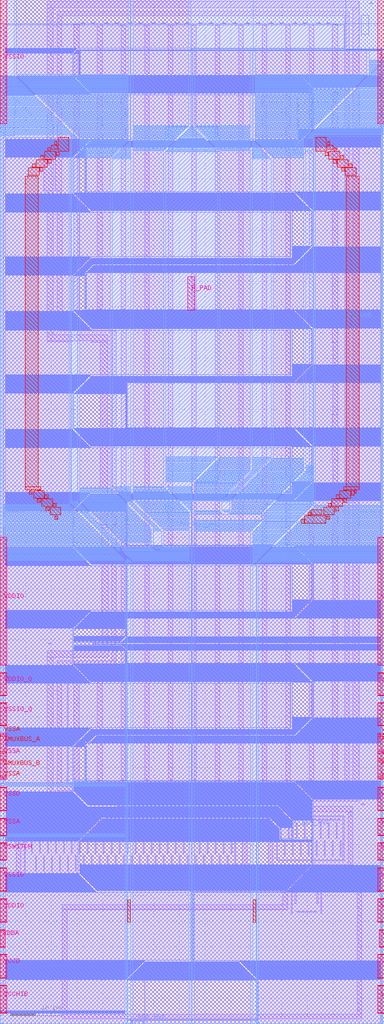
<source format=lef>
# Copyright 2020 The SkyWater PDK Authors
#
# Licensed under the Apache License, Version 2.0 (the "License");
# you may not use this file except in compliance with the License.
# You may obtain a copy of the License at
#
#     https://www.apache.org/licenses/LICENSE-2.0
#
# Unless required by applicable law or agreed to in writing, software
# distributed under the License is distributed on an "AS IS" BASIS,
# WITHOUT WARRANTIES OR CONDITIONS OF ANY KIND, either express or implied.
# See the License for the specific language governing permissions and
# limitations under the License.
#
# SPDX-License-Identifier: Apache-2.0

VERSION 5.5 ;
NAMESCASESENSITIVE ON ;
BUSBITCHARS "[]" ;
DIVIDERCHAR "/" ;
MACRO sky130_fd_io__top_power_hvc_wpad
  CLASS PAD ;
  SOURCE USER ;
  ORIGIN  0.000000  0.000000 ;
  SIZE 75 BY 200 ;
  SYMMETRY R90 ;
  PIN AMUXBUS_A
    ANTENNAPARTIALMETALSIDEAREA  111.1680 ;
    DIRECTION INOUT ;
    USE SIGNAL ;
    PORT
      LAYER met4 ;
        RECT 0.000000 53.125000 1.270000 56.105000 ;
    END
    PORT
      LAYER met4 ;
        RECT 73.730000 53.125000 75.000000 56.105000 ;
    END
  END AMUXBUS_A
  PIN AMUXBUS_B
    ANTENNAPARTIALMETALSIDEAREA  111.1680 ;
    DIRECTION INOUT ;
    USE SIGNAL ;
    PORT
      LAYER met4 ;
        RECT 0.000000 48.365000 1.270000 51.345000 ;
    END
    PORT
      LAYER met4 ;
        RECT 73.730000 48.365000 75.000000 51.345000 ;
    END
  END AMUXBUS_B
  PIN P_PAD
    ANTENNAPARTIALMETALSIDEAREA  284.1730 ;
    DIRECTION INOUT ;
    USE SIGNAL ;
    PORT
      LAYER met5 ;
        RECT 36.645000 139.325000 37.970000 145.935000 ;
    END
  END P_PAD
  PIN DRN_HVC
    DIRECTION INOUT ;
    USE POWER ;
    PORT
      LAYER met2 ;
        RECT 15.620000 185.295000 74.290000 190.015000 ;
        RECT 16.805000  47.455000 74.290000  54.765000 ;
        RECT 16.805000 139.455000 74.290000 146.710000 ;
        RECT 16.805000 162.455000 74.290000 171.155000 ;
        RECT 16.875000 146.710000 74.290000 146.780000 ;
        RECT 16.945000 146.780000 74.290000 146.850000 ;
        RECT 17.015000 146.850000 74.290000 146.920000 ;
        RECT 17.085000 146.920000 74.290000 146.990000 ;
        RECT 17.155000 146.990000 74.290000 147.060000 ;
        RECT 17.225000 147.060000 74.290000 147.130000 ;
        RECT 17.295000 147.130000 74.290000 147.200000 ;
        RECT 17.365000 147.200000 74.290000 147.270000 ;
        RECT 17.435000 147.270000 74.290000 147.340000 ;
        RECT 17.505000 147.340000 74.290000 147.410000 ;
        RECT 17.530000  54.765000 74.290000  54.835000 ;
        RECT 17.575000 147.410000 74.290000 147.480000 ;
        RECT 17.600000  54.835000 74.290000  54.905000 ;
        RECT 17.645000 147.480000 74.290000 147.550000 ;
        RECT 17.670000  54.905000 74.290000  54.975000 ;
        RECT 17.715000 147.550000 74.290000 147.620000 ;
        RECT 17.740000  54.975000 74.290000  55.045000 ;
        RECT 17.785000 147.620000 74.290000 147.690000 ;
        RECT 17.810000  55.045000 74.290000  55.115000 ;
        RECT 17.855000 147.690000 74.290000 147.760000 ;
        RECT 17.880000  55.115000 74.290000  55.185000 ;
        RECT 17.925000 147.760000 74.290000 147.830000 ;
        RECT 17.950000  55.185000 74.290000  55.255000 ;
        RECT 17.995000 147.830000 74.290000 147.900000 ;
        RECT 18.020000  55.255000 74.290000  55.325000 ;
        RECT 18.065000 147.900000 74.290000 147.970000 ;
        RECT 18.090000  55.325000 74.290000  55.395000 ;
        RECT 18.135000 147.970000 74.290000 148.040000 ;
        RECT 18.160000  55.395000 74.290000  55.465000 ;
        RECT 18.205000 148.040000 74.290000 148.110000 ;
        RECT 18.230000  55.465000 74.290000  55.535000 ;
        RECT 18.250000 148.110000 74.290000 148.155000 ;
        RECT 18.300000  55.535000 74.290000  55.605000 ;
        RECT 18.370000  55.605000 74.290000  55.675000 ;
        RECT 18.410000  74.155000 74.290000  74.415000 ;
        RECT 18.440000  55.675000 74.290000  55.745000 ;
        RECT 18.510000  55.745000 74.290000  55.815000 ;
        RECT 18.580000  55.815000 74.290000  55.885000 ;
        RECT 18.650000  55.885000 74.290000  55.955000 ;
        RECT 18.720000  55.955000 74.290000  56.025000 ;
        RECT 18.790000  56.025000 74.290000  56.095000 ;
        RECT 18.850000  56.095000 74.290000  56.155000 ;
        RECT 23.690000  74.415000 74.290000  74.485000 ;
        RECT 23.700000  74.105000 74.290000  74.155000 ;
        RECT 23.760000  74.485000 74.290000  74.555000 ;
        RECT 23.770000  74.035000 74.290000  74.105000 ;
        RECT 23.830000  74.555000 74.290000  74.625000 ;
        RECT 23.840000  73.965000 74.290000  74.035000 ;
        RECT 23.900000  74.625000 74.290000  74.695000 ;
        RECT 23.910000  73.895000 74.290000  73.965000 ;
        RECT 23.970000  74.695000 74.290000  74.765000 ;
        RECT 23.980000  73.825000 74.290000  73.895000 ;
        RECT 24.040000  74.765000 74.290000  74.835000 ;
        RECT 24.050000  73.755000 74.290000  73.825000 ;
        RECT 24.110000  74.835000 74.290000  74.905000 ;
        RECT 24.120000  73.685000 74.290000  73.755000 ;
        RECT 24.180000  74.905000 74.290000  74.975000 ;
        RECT 24.190000  73.615000 74.290000  73.685000 ;
        RECT 24.250000  74.975000 74.290000  75.045000 ;
        RECT 24.260000  73.545000 74.290000  73.615000 ;
        RECT 24.320000  75.045000 74.290000  75.115000 ;
        RECT 24.330000  73.475000 74.290000  73.545000 ;
        RECT 24.390000  75.115000 74.290000  75.185000 ;
        RECT 24.400000  73.405000 74.290000  73.475000 ;
        RECT 24.460000  75.185000 74.290000  75.255000 ;
        RECT 24.470000  73.335000 74.290000  73.405000 ;
        RECT 24.530000  75.255000 74.290000  75.325000 ;
        RECT 24.540000  73.265000 74.290000  73.335000 ;
        RECT 24.600000  75.325000 74.290000  75.395000 ;
        RECT 24.610000  73.195000 74.290000  73.265000 ;
        RECT 24.670000  75.395000 74.290000  75.465000 ;
        RECT 24.680000  73.125000 74.290000  73.195000 ;
        RECT 24.740000  75.465000 74.290000  75.535000 ;
        RECT 24.750000  73.055000 74.290000  73.125000 ;
        RECT 24.810000  75.535000 74.290000  75.605000 ;
        RECT 24.820000  70.455000 74.290000  72.985000 ;
        RECT 24.820000  72.985000 74.290000  73.055000 ;
        RECT 24.820000  75.605000 74.290000  75.615000 ;
        RECT 24.820000  75.615000 74.290000  79.155000 ;
        RECT 24.820000  93.455000 74.290000 102.155000 ;
        RECT 24.820000 116.455000 74.290000 125.155000 ;
        RECT 37.890000  12.295000 74.290000  25.660000 ;
        RECT 46.750000  12.265000 74.290000  12.295000 ;
        RECT 46.820000  12.195000 74.290000  12.265000 ;
        RECT 46.890000  12.125000 74.290000  12.195000 ;
        RECT 46.960000  12.055000 74.290000  12.125000 ;
        RECT 47.030000  11.985000 74.290000  12.055000 ;
        RECT 47.100000  11.915000 74.290000  11.985000 ;
        RECT 47.170000  11.845000 74.290000  11.915000 ;
        RECT 47.240000  11.775000 74.290000  11.845000 ;
        RECT 47.310000  11.705000 74.290000  11.775000 ;
        RECT 47.380000  11.635000 74.290000  11.705000 ;
        RECT 47.450000  11.565000 74.290000  11.635000 ;
        RECT 47.520000  11.495000 74.290000  11.565000 ;
        RECT 47.590000  11.425000 74.290000  11.495000 ;
        RECT 47.660000  11.355000 74.290000  11.425000 ;
        RECT 47.730000  11.285000 74.290000  11.355000 ;
        RECT 47.800000  11.215000 74.290000  11.285000 ;
        RECT 47.870000  11.145000 74.290000  11.215000 ;
        RECT 47.940000  11.075000 74.290000  11.145000 ;
        RECT 48.010000  11.005000 74.290000  11.075000 ;
        RECT 48.080000  10.935000 74.290000  11.005000 ;
        RECT 48.150000  10.865000 74.290000  10.935000 ;
        RECT 48.220000  10.795000 74.290000  10.865000 ;
        RECT 48.290000  10.725000 74.290000  10.795000 ;
        RECT 48.360000  10.655000 74.290000  10.725000 ;
        RECT 48.430000  10.585000 74.290000  10.655000 ;
        RECT 48.500000  10.515000 74.290000  10.585000 ;
        RECT 48.570000  10.445000 74.290000  10.515000 ;
        RECT 48.640000  10.375000 74.290000  10.445000 ;
        RECT 48.710000  10.305000 74.290000  10.375000 ;
        RECT 48.780000  10.235000 74.290000  10.305000 ;
        RECT 48.850000  10.165000 74.290000  10.235000 ;
        RECT 48.920000  10.095000 74.290000  10.165000 ;
        RECT 48.990000  10.025000 74.290000  10.095000 ;
        RECT 49.060000   9.955000 74.290000  10.025000 ;
        RECT 49.130000   9.885000 74.290000   9.955000 ;
        RECT 49.200000   9.815000 74.290000   9.885000 ;
        RECT 49.270000   9.745000 74.290000   9.815000 ;
        RECT 49.340000   9.675000 74.290000   9.745000 ;
        RECT 49.410000   9.605000 74.290000   9.675000 ;
        RECT 49.480000   9.535000 74.290000   9.605000 ;
        RECT 49.550000   9.465000 74.290000   9.535000 ;
        RECT 49.620000   9.395000 74.290000   9.465000 ;
        RECT 49.690000   9.325000 74.290000   9.395000 ;
        RECT 49.760000   9.255000 74.290000   9.325000 ;
        RECT 49.830000   9.185000 74.290000   9.255000 ;
        RECT 49.900000   9.115000 74.290000   9.185000 ;
        RECT 49.970000   9.045000 74.290000   9.115000 ;
        RECT 50.040000   8.975000 74.290000   9.045000 ;
        RECT 50.110000   8.905000 74.290000   8.975000 ;
        RECT 50.180000   8.835000 74.290000   8.905000 ;
        RECT 50.250000   8.765000 74.290000   8.835000 ;
        RECT 50.320000   8.695000 74.290000   8.765000 ;
        RECT 50.390000   0.000000 74.290000   8.625000 ;
        RECT 50.390000   8.625000 74.290000   8.695000 ;
        RECT 55.885000  25.660000 74.290000  25.730000 ;
        RECT 55.955000  25.730000 74.290000  25.800000 ;
        RECT 56.025000  25.800000 74.290000  25.870000 ;
        RECT 56.095000  25.870000 74.290000  25.940000 ;
        RECT 56.165000  25.940000 74.290000  26.010000 ;
        RECT 56.235000  26.010000 74.290000  26.080000 ;
        RECT 56.305000  26.080000 74.290000  26.150000 ;
        RECT 56.375000  26.150000 74.290000  26.220000 ;
        RECT 56.445000  26.220000 74.290000  26.290000 ;
        RECT 56.515000  26.290000 74.290000  26.360000 ;
        RECT 56.585000  26.360000 74.290000  26.430000 ;
        RECT 56.655000  26.430000 74.290000  26.500000 ;
        RECT 56.725000  26.500000 74.290000  26.570000 ;
        RECT 56.795000  26.570000 74.290000  26.640000 ;
        RECT 56.865000  26.640000 74.290000  26.710000 ;
        RECT 56.935000  26.710000 74.290000  26.780000 ;
        RECT 57.005000  26.780000 74.290000  26.850000 ;
        RECT 57.075000  26.850000 74.290000  26.920000 ;
        RECT 57.145000  26.920000 74.290000  26.990000 ;
        RECT 57.215000  26.990000 74.290000  27.060000 ;
        RECT 57.285000  27.060000 74.290000  27.130000 ;
        RECT 57.355000  27.130000 74.290000  27.200000 ;
        RECT 57.425000  27.200000 74.290000  27.270000 ;
        RECT 57.495000  27.270000 74.290000  27.340000 ;
        RECT 57.540000  47.390000 74.290000  47.455000 ;
        RECT 57.540000  70.420000 74.290000  70.455000 ;
        RECT 57.540000 116.390000 74.290000 116.455000 ;
        RECT 57.540000 139.425000 74.290000 139.455000 ;
        RECT 57.540000 162.440000 74.290000 162.455000 ;
        RECT 57.555000 148.155000 74.290000 148.225000 ;
        RECT 57.565000  27.340000 74.290000  27.410000 ;
        RECT 57.595000  56.155000 74.290000  56.225000 ;
        RECT 57.610000  47.320000 74.290000  47.390000 ;
        RECT 57.610000  70.350000 74.290000  70.420000 ;
        RECT 57.610000  93.410000 74.290000  93.455000 ;
        RECT 57.610000 116.320000 74.290000 116.390000 ;
        RECT 57.610000 139.355000 74.290000 139.425000 ;
        RECT 57.610000 162.370000 74.290000 162.440000 ;
        RECT 57.625000  79.155000 74.290000  79.225000 ;
        RECT 57.625000 102.155000 74.290000 102.225000 ;
        RECT 57.625000 125.155000 74.290000 125.225000 ;
        RECT 57.625000 148.225000 74.290000 148.295000 ;
        RECT 57.635000  27.410000 74.290000  27.480000 ;
        RECT 57.635000 171.155000 74.290000 171.225000 ;
        RECT 57.665000  56.225000 74.290000  56.295000 ;
        RECT 57.680000  47.250000 74.290000  47.320000 ;
        RECT 57.680000  70.280000 74.290000  70.350000 ;
        RECT 57.680000  93.340000 74.290000  93.410000 ;
        RECT 57.680000 116.250000 74.290000 116.320000 ;
        RECT 57.680000 139.285000 74.290000 139.355000 ;
        RECT 57.680000 162.300000 74.290000 162.370000 ;
        RECT 57.695000  79.225000 74.290000  79.295000 ;
        RECT 57.695000 102.225000 74.290000 102.295000 ;
        RECT 57.695000 125.225000 74.290000 125.295000 ;
        RECT 57.695000 148.295000 74.290000 148.365000 ;
        RECT 57.705000  27.480000 74.290000  27.550000 ;
        RECT 57.705000 171.225000 74.290000 171.295000 ;
        RECT 57.735000  56.295000 74.290000  56.365000 ;
        RECT 57.750000  47.180000 74.290000  47.250000 ;
        RECT 57.750000  70.210000 74.290000  70.280000 ;
        RECT 57.750000  93.270000 74.290000  93.340000 ;
        RECT 57.750000 116.180000 74.290000 116.250000 ;
        RECT 57.750000 139.215000 74.290000 139.285000 ;
        RECT 57.750000 162.230000 74.290000 162.300000 ;
        RECT 57.765000  79.295000 74.290000  79.365000 ;
        RECT 57.765000 102.295000 74.290000 102.365000 ;
        RECT 57.765000 125.295000 74.290000 125.365000 ;
        RECT 57.765000 148.365000 74.290000 148.435000 ;
        RECT 57.775000  27.550000 74.290000  27.620000 ;
        RECT 57.775000 171.295000 74.290000 171.365000 ;
        RECT 57.805000  56.365000 74.290000  56.435000 ;
        RECT 57.820000  47.110000 74.290000  47.180000 ;
        RECT 57.820000  70.140000 74.290000  70.210000 ;
        RECT 57.820000  93.200000 74.290000  93.270000 ;
        RECT 57.820000 116.110000 74.290000 116.180000 ;
        RECT 57.820000 139.145000 74.290000 139.215000 ;
        RECT 57.820000 162.160000 74.290000 162.230000 ;
        RECT 57.835000  79.365000 74.290000  79.435000 ;
        RECT 57.835000 102.365000 74.290000 102.435000 ;
        RECT 57.835000 125.365000 74.290000 125.435000 ;
        RECT 57.835000 148.435000 74.290000 148.505000 ;
        RECT 57.845000  27.620000 74.290000  27.690000 ;
        RECT 57.845000 171.365000 74.290000 171.435000 ;
        RECT 57.875000  56.435000 74.290000  56.505000 ;
        RECT 57.890000  47.040000 74.290000  47.110000 ;
        RECT 57.890000  70.070000 74.290000  70.140000 ;
        RECT 57.890000  93.130000 74.290000  93.200000 ;
        RECT 57.890000 116.040000 74.290000 116.110000 ;
        RECT 57.890000 139.075000 74.290000 139.145000 ;
        RECT 57.890000 162.090000 74.290000 162.160000 ;
        RECT 57.905000  79.435000 74.290000  79.505000 ;
        RECT 57.905000 102.435000 74.290000 102.505000 ;
        RECT 57.905000 125.435000 74.290000 125.505000 ;
        RECT 57.905000 148.505000 74.290000 148.575000 ;
        RECT 57.915000  27.690000 74.290000  27.760000 ;
        RECT 57.915000 171.435000 74.290000 171.505000 ;
        RECT 57.945000  56.505000 74.290000  56.575000 ;
        RECT 57.960000  46.970000 74.290000  47.040000 ;
        RECT 57.960000  70.000000 74.290000  70.070000 ;
        RECT 57.960000  93.060000 74.290000  93.130000 ;
        RECT 57.960000 115.970000 74.290000 116.040000 ;
        RECT 57.960000 139.005000 74.290000 139.075000 ;
        RECT 57.960000 162.020000 74.290000 162.090000 ;
        RECT 57.975000  79.505000 74.290000  79.575000 ;
        RECT 57.975000 102.505000 74.290000 102.575000 ;
        RECT 57.975000 125.505000 74.290000 125.575000 ;
        RECT 57.975000 148.575000 74.290000 148.645000 ;
        RECT 57.985000  27.760000 74.290000  27.830000 ;
        RECT 57.985000 171.505000 74.290000 171.575000 ;
        RECT 58.015000  56.575000 74.290000  56.645000 ;
        RECT 58.030000  46.900000 74.290000  46.970000 ;
        RECT 58.030000  69.930000 74.290000  70.000000 ;
        RECT 58.030000  92.990000 74.290000  93.060000 ;
        RECT 58.030000 115.900000 74.290000 115.970000 ;
        RECT 58.030000 138.935000 74.290000 139.005000 ;
        RECT 58.030000 161.950000 74.290000 162.020000 ;
        RECT 58.045000  79.575000 74.290000  79.645000 ;
        RECT 58.045000 102.575000 74.290000 102.645000 ;
        RECT 58.045000 125.575000 74.290000 125.645000 ;
        RECT 58.045000 148.645000 74.290000 148.715000 ;
        RECT 58.055000  27.830000 74.290000  27.900000 ;
        RECT 58.055000 171.575000 74.290000 171.645000 ;
        RECT 58.085000  56.645000 74.290000  56.715000 ;
        RECT 58.100000  46.830000 74.290000  46.900000 ;
        RECT 58.100000  69.860000 74.290000  69.930000 ;
        RECT 58.100000  92.920000 74.290000  92.990000 ;
        RECT 58.100000 115.830000 74.290000 115.900000 ;
        RECT 58.100000 138.865000 74.290000 138.935000 ;
        RECT 58.100000 161.880000 74.290000 161.950000 ;
        RECT 58.115000  79.645000 74.290000  79.715000 ;
        RECT 58.115000 102.645000 74.290000 102.715000 ;
        RECT 58.115000 125.645000 74.290000 125.715000 ;
        RECT 58.115000 148.715000 74.290000 148.785000 ;
        RECT 58.125000  27.900000 74.290000  27.970000 ;
        RECT 58.125000 171.645000 74.290000 171.715000 ;
        RECT 58.155000  56.715000 74.290000  56.785000 ;
        RECT 58.170000  46.760000 74.290000  46.830000 ;
        RECT 58.170000  69.790000 74.290000  69.860000 ;
        RECT 58.170000  92.850000 74.290000  92.920000 ;
        RECT 58.170000 115.760000 74.290000 115.830000 ;
        RECT 58.170000 138.795000 74.290000 138.865000 ;
        RECT 58.170000 161.810000 74.290000 161.880000 ;
        RECT 58.185000  79.715000 74.290000  79.785000 ;
        RECT 58.185000 102.715000 74.290000 102.785000 ;
        RECT 58.185000 125.715000 74.290000 125.785000 ;
        RECT 58.185000 148.785000 74.290000 148.855000 ;
        RECT 58.195000  27.970000 74.290000  28.040000 ;
        RECT 58.195000 171.715000 74.290000 171.785000 ;
        RECT 58.225000  56.785000 74.290000  56.855000 ;
        RECT 58.240000  46.690000 74.290000  46.760000 ;
        RECT 58.240000  69.720000 74.290000  69.790000 ;
        RECT 58.240000  92.780000 74.290000  92.850000 ;
        RECT 58.240000 115.690000 74.290000 115.760000 ;
        RECT 58.240000 138.725000 74.290000 138.795000 ;
        RECT 58.240000 161.740000 74.290000 161.810000 ;
        RECT 58.255000  79.785000 74.290000  79.855000 ;
        RECT 58.255000 102.785000 74.290000 102.855000 ;
        RECT 58.255000 125.785000 74.290000 125.855000 ;
        RECT 58.255000 148.855000 74.290000 148.925000 ;
        RECT 58.265000  28.040000 74.290000  28.110000 ;
        RECT 58.265000 171.785000 74.290000 171.855000 ;
        RECT 58.295000  56.855000 74.290000  56.925000 ;
        RECT 58.310000  46.620000 74.290000  46.690000 ;
        RECT 58.310000  69.650000 74.290000  69.720000 ;
        RECT 58.310000  92.710000 74.290000  92.780000 ;
        RECT 58.310000 115.620000 74.290000 115.690000 ;
        RECT 58.310000 138.655000 74.290000 138.725000 ;
        RECT 58.310000 161.670000 74.290000 161.740000 ;
        RECT 58.325000  79.855000 74.290000  79.925000 ;
        RECT 58.325000 102.855000 74.290000 102.925000 ;
        RECT 58.325000 125.855000 74.290000 125.925000 ;
        RECT 58.325000 148.925000 74.290000 148.995000 ;
        RECT 58.335000  28.110000 74.290000  28.180000 ;
        RECT 58.335000 171.855000 74.290000 171.925000 ;
        RECT 58.365000  56.925000 74.290000  56.995000 ;
        RECT 58.380000  46.550000 74.290000  46.620000 ;
        RECT 58.380000  69.580000 74.290000  69.650000 ;
        RECT 58.380000  92.640000 74.290000  92.710000 ;
        RECT 58.380000 115.550000 74.290000 115.620000 ;
        RECT 58.380000 138.585000 74.290000 138.655000 ;
        RECT 58.380000 161.600000 74.290000 161.670000 ;
        RECT 58.395000  79.925000 74.290000  79.995000 ;
        RECT 58.395000 102.925000 74.290000 102.995000 ;
        RECT 58.395000 125.925000 74.290000 125.995000 ;
        RECT 58.395000 148.995000 74.290000 149.065000 ;
        RECT 58.405000  28.180000 74.290000  28.250000 ;
        RECT 58.405000 171.925000 74.290000 171.995000 ;
        RECT 58.435000  56.995000 74.290000  57.065000 ;
        RECT 58.450000  46.480000 74.290000  46.550000 ;
        RECT 58.450000  69.510000 74.290000  69.580000 ;
        RECT 58.450000  92.570000 74.290000  92.640000 ;
        RECT 58.450000 115.480000 74.290000 115.550000 ;
        RECT 58.450000 138.515000 74.290000 138.585000 ;
        RECT 58.450000 161.530000 74.290000 161.600000 ;
        RECT 58.465000  79.995000 74.290000  80.065000 ;
        RECT 58.465000 102.995000 74.290000 103.065000 ;
        RECT 58.465000 125.995000 74.290000 126.065000 ;
        RECT 58.465000 149.065000 74.290000 149.135000 ;
        RECT 58.475000  28.250000 74.290000  28.320000 ;
        RECT 58.475000 171.995000 74.290000 172.065000 ;
        RECT 58.505000  57.065000 74.290000  57.135000 ;
        RECT 58.520000  46.410000 74.290000  46.480000 ;
        RECT 58.520000  69.440000 74.290000  69.510000 ;
        RECT 58.520000  92.500000 74.290000  92.570000 ;
        RECT 58.520000 115.410000 74.290000 115.480000 ;
        RECT 58.520000 138.445000 74.290000 138.515000 ;
        RECT 58.520000 161.460000 74.290000 161.530000 ;
        RECT 58.535000  80.065000 74.290000  80.135000 ;
        RECT 58.535000 103.065000 74.290000 103.135000 ;
        RECT 58.535000 126.065000 74.290000 126.135000 ;
        RECT 58.535000 149.135000 74.290000 149.205000 ;
        RECT 58.545000  28.320000 74.290000  28.390000 ;
        RECT 58.545000 172.065000 74.290000 172.135000 ;
        RECT 58.575000  57.135000 74.290000  57.205000 ;
        RECT 58.590000  46.340000 74.290000  46.410000 ;
        RECT 58.590000  69.370000 74.290000  69.440000 ;
        RECT 58.590000  92.430000 74.290000  92.500000 ;
        RECT 58.590000 115.340000 74.290000 115.410000 ;
        RECT 58.590000 138.375000 74.290000 138.445000 ;
        RECT 58.590000 161.390000 74.290000 161.460000 ;
        RECT 58.605000  80.135000 74.290000  80.205000 ;
        RECT 58.605000 103.135000 74.290000 103.205000 ;
        RECT 58.605000 126.135000 74.290000 126.205000 ;
        RECT 58.605000 149.205000 74.290000 149.275000 ;
        RECT 58.615000  28.390000 74.290000  28.460000 ;
        RECT 58.615000 172.135000 74.290000 172.205000 ;
        RECT 58.645000  57.205000 74.290000  57.275000 ;
        RECT 58.660000  46.270000 74.290000  46.340000 ;
        RECT 58.660000  69.300000 74.290000  69.370000 ;
        RECT 58.660000  92.360000 74.290000  92.430000 ;
        RECT 58.660000 115.270000 74.290000 115.340000 ;
        RECT 58.660000 138.305000 74.290000 138.375000 ;
        RECT 58.660000 161.320000 74.290000 161.390000 ;
        RECT 58.675000  80.205000 74.290000  80.275000 ;
        RECT 58.675000 103.205000 74.290000 103.275000 ;
        RECT 58.675000 126.205000 74.290000 126.275000 ;
        RECT 58.675000 149.275000 74.290000 149.345000 ;
        RECT 58.685000  28.460000 74.290000  28.530000 ;
        RECT 58.685000 172.205000 74.290000 172.275000 ;
        RECT 58.715000  57.275000 74.290000  57.345000 ;
        RECT 58.730000  46.200000 74.290000  46.270000 ;
        RECT 58.730000  69.230000 74.290000  69.300000 ;
        RECT 58.730000  92.290000 74.290000  92.360000 ;
        RECT 58.730000 115.200000 74.290000 115.270000 ;
        RECT 58.730000 138.235000 74.290000 138.305000 ;
        RECT 58.730000 161.250000 74.290000 161.320000 ;
        RECT 58.730000 185.260000 74.290000 185.295000 ;
        RECT 58.745000  80.275000 74.290000  80.345000 ;
        RECT 58.745000 103.275000 74.290000 103.345000 ;
        RECT 58.745000 126.275000 74.290000 126.345000 ;
        RECT 58.745000 149.345000 74.290000 149.415000 ;
        RECT 58.755000  28.530000 74.290000  28.600000 ;
        RECT 58.755000 172.275000 74.290000 172.345000 ;
        RECT 58.785000  57.345000 74.290000  57.415000 ;
        RECT 58.800000  46.130000 74.290000  46.200000 ;
        RECT 58.800000  69.160000 74.290000  69.230000 ;
        RECT 58.800000  92.220000 74.290000  92.290000 ;
        RECT 58.800000 115.130000 74.290000 115.200000 ;
        RECT 58.800000 138.165000 74.290000 138.235000 ;
        RECT 58.800000 161.180000 74.290000 161.250000 ;
        RECT 58.800000 185.190000 74.290000 185.260000 ;
        RECT 58.815000  80.345000 74.290000  80.415000 ;
        RECT 58.815000 103.345000 74.290000 103.415000 ;
        RECT 58.815000 126.345000 74.290000 126.415000 ;
        RECT 58.815000 149.415000 74.290000 149.485000 ;
        RECT 58.825000  28.600000 74.290000  28.670000 ;
        RECT 58.825000 172.345000 74.290000 172.415000 ;
        RECT 58.855000  57.415000 74.290000  57.485000 ;
        RECT 58.870000  46.060000 74.290000  46.130000 ;
        RECT 58.870000  69.090000 74.290000  69.160000 ;
        RECT 58.870000  92.150000 74.290000  92.220000 ;
        RECT 58.870000 115.060000 74.290000 115.130000 ;
        RECT 58.870000 138.095000 74.290000 138.165000 ;
        RECT 58.870000 161.110000 74.290000 161.180000 ;
        RECT 58.870000 185.120000 74.290000 185.190000 ;
        RECT 58.885000  80.415000 74.290000  80.485000 ;
        RECT 58.885000 103.415000 74.290000 103.485000 ;
        RECT 58.885000 126.415000 74.290000 126.485000 ;
        RECT 58.885000 149.485000 74.290000 149.555000 ;
        RECT 58.895000  28.670000 74.290000  28.740000 ;
        RECT 58.895000 172.415000 74.290000 172.485000 ;
        RECT 58.925000  57.485000 74.290000  57.555000 ;
        RECT 58.940000  45.990000 74.290000  46.060000 ;
        RECT 58.940000  69.020000 74.290000  69.090000 ;
        RECT 58.940000  92.080000 74.290000  92.150000 ;
        RECT 58.940000 114.990000 74.290000 115.060000 ;
        RECT 58.940000 138.025000 74.290000 138.095000 ;
        RECT 58.940000 161.040000 74.290000 161.110000 ;
        RECT 58.940000 185.050000 74.290000 185.120000 ;
        RECT 58.955000  80.485000 74.290000  80.555000 ;
        RECT 58.955000 103.485000 74.290000 103.555000 ;
        RECT 58.955000 126.485000 74.290000 126.555000 ;
        RECT 58.955000 149.555000 74.290000 149.625000 ;
        RECT 58.965000  28.740000 74.290000  28.810000 ;
        RECT 58.965000 172.485000 74.290000 172.555000 ;
        RECT 58.995000  57.555000 74.290000  57.625000 ;
        RECT 59.010000  45.920000 74.290000  45.990000 ;
        RECT 59.010000  68.950000 74.290000  69.020000 ;
        RECT 59.010000  92.010000 74.290000  92.080000 ;
        RECT 59.010000 114.920000 74.290000 114.990000 ;
        RECT 59.010000 137.955000 74.290000 138.025000 ;
        RECT 59.010000 160.970000 74.290000 161.040000 ;
        RECT 59.010000 184.980000 74.290000 185.050000 ;
        RECT 59.025000  80.555000 74.290000  80.625000 ;
        RECT 59.025000 103.555000 74.290000 103.625000 ;
        RECT 59.025000 126.555000 74.290000 126.625000 ;
        RECT 59.025000 149.625000 74.290000 149.695000 ;
        RECT 59.035000  28.810000 74.290000  28.880000 ;
        RECT 59.035000 172.555000 74.290000 172.625000 ;
        RECT 59.065000  57.625000 74.290000  57.695000 ;
        RECT 59.080000  45.850000 74.290000  45.920000 ;
        RECT 59.080000  68.880000 74.290000  68.950000 ;
        RECT 59.080000  91.940000 74.290000  92.010000 ;
        RECT 59.080000 114.850000 74.290000 114.920000 ;
        RECT 59.080000 137.885000 74.290000 137.955000 ;
        RECT 59.080000 160.900000 74.290000 160.970000 ;
        RECT 59.080000 184.910000 74.290000 184.980000 ;
        RECT 59.095000  80.625000 74.290000  80.695000 ;
        RECT 59.095000 103.625000 74.290000 103.695000 ;
        RECT 59.095000 126.625000 74.290000 126.695000 ;
        RECT 59.095000 149.695000 74.290000 149.765000 ;
        RECT 59.105000  28.880000 74.290000  28.950000 ;
        RECT 59.105000 172.625000 74.290000 172.695000 ;
        RECT 59.135000  57.695000 74.290000  57.765000 ;
        RECT 59.150000  45.780000 74.290000  45.850000 ;
        RECT 59.150000  68.810000 74.290000  68.880000 ;
        RECT 59.150000  91.870000 74.290000  91.940000 ;
        RECT 59.150000 114.780000 74.290000 114.850000 ;
        RECT 59.150000 137.815000 74.290000 137.885000 ;
        RECT 59.150000 160.830000 74.290000 160.900000 ;
        RECT 59.150000 184.840000 74.290000 184.910000 ;
        RECT 59.165000  80.695000 74.290000  80.765000 ;
        RECT 59.165000 103.695000 74.290000 103.765000 ;
        RECT 59.165000 126.695000 74.290000 126.765000 ;
        RECT 59.165000 149.765000 74.290000 149.835000 ;
        RECT 59.175000  28.950000 74.290000  29.020000 ;
        RECT 59.175000 172.695000 74.290000 172.765000 ;
        RECT 59.205000  57.765000 74.290000  57.835000 ;
        RECT 59.220000  45.710000 74.290000  45.780000 ;
        RECT 59.220000  68.740000 74.290000  68.810000 ;
        RECT 59.220000  91.800000 74.290000  91.870000 ;
        RECT 59.220000 114.710000 74.290000 114.780000 ;
        RECT 59.220000 137.745000 74.290000 137.815000 ;
        RECT 59.220000 160.760000 74.290000 160.830000 ;
        RECT 59.220000 184.770000 74.290000 184.840000 ;
        RECT 59.235000  80.765000 74.290000  80.835000 ;
        RECT 59.235000 103.765000 74.290000 103.835000 ;
        RECT 59.235000 126.765000 74.290000 126.835000 ;
        RECT 59.235000 149.835000 74.290000 149.905000 ;
        RECT 59.245000  29.020000 74.290000  29.090000 ;
        RECT 59.245000 172.765000 74.290000 172.835000 ;
        RECT 59.275000  57.835000 74.290000  57.905000 ;
        RECT 59.290000  45.640000 74.290000  45.710000 ;
        RECT 59.290000  68.670000 74.290000  68.740000 ;
        RECT 59.290000  91.730000 74.290000  91.800000 ;
        RECT 59.290000 114.640000 74.290000 114.710000 ;
        RECT 59.290000 137.675000 74.290000 137.745000 ;
        RECT 59.290000 160.690000 74.290000 160.760000 ;
        RECT 59.290000 184.700000 74.290000 184.770000 ;
        RECT 59.305000  80.835000 74.290000  80.905000 ;
        RECT 59.305000 103.835000 74.290000 103.905000 ;
        RECT 59.305000 126.835000 74.290000 126.905000 ;
        RECT 59.305000 149.905000 74.290000 149.975000 ;
        RECT 59.315000  29.090000 74.290000  29.160000 ;
        RECT 59.315000 172.835000 74.290000 172.905000 ;
        RECT 59.345000  57.905000 74.290000  57.975000 ;
        RECT 59.360000  45.570000 74.290000  45.640000 ;
        RECT 59.360000  68.600000 74.290000  68.670000 ;
        RECT 59.360000  91.660000 74.290000  91.730000 ;
        RECT 59.360000 114.570000 74.290000 114.640000 ;
        RECT 59.360000 137.605000 74.290000 137.675000 ;
        RECT 59.360000 160.620000 74.290000 160.690000 ;
        RECT 59.360000 184.630000 74.290000 184.700000 ;
        RECT 59.375000  80.905000 74.290000  80.975000 ;
        RECT 59.375000 103.905000 74.290000 103.975000 ;
        RECT 59.375000 126.905000 74.290000 126.975000 ;
        RECT 59.375000 149.975000 74.290000 150.045000 ;
        RECT 59.385000  29.160000 74.290000  29.230000 ;
        RECT 59.385000 172.905000 74.290000 172.975000 ;
        RECT 59.415000  57.975000 74.290000  58.045000 ;
        RECT 59.430000  45.500000 74.290000  45.570000 ;
        RECT 59.430000  68.530000 74.290000  68.600000 ;
        RECT 59.430000  91.590000 74.290000  91.660000 ;
        RECT 59.430000 114.500000 74.290000 114.570000 ;
        RECT 59.430000 137.535000 74.290000 137.605000 ;
        RECT 59.430000 160.550000 74.290000 160.620000 ;
        RECT 59.430000 184.560000 74.290000 184.630000 ;
        RECT 59.445000  80.975000 74.290000  81.045000 ;
        RECT 59.445000 103.975000 74.290000 104.045000 ;
        RECT 59.445000 126.975000 74.290000 127.045000 ;
        RECT 59.445000 150.045000 74.290000 150.115000 ;
        RECT 59.455000  29.230000 74.290000  29.300000 ;
        RECT 59.455000 172.975000 74.290000 173.045000 ;
        RECT 59.485000  58.045000 74.290000  58.115000 ;
        RECT 59.500000  45.430000 74.290000  45.500000 ;
        RECT 59.500000  68.460000 74.290000  68.530000 ;
        RECT 59.500000  91.520000 74.290000  91.590000 ;
        RECT 59.500000 114.430000 74.290000 114.500000 ;
        RECT 59.500000 137.465000 74.290000 137.535000 ;
        RECT 59.500000 160.480000 74.290000 160.550000 ;
        RECT 59.500000 184.490000 74.290000 184.560000 ;
        RECT 59.515000  81.045000 74.290000  81.115000 ;
        RECT 59.515000 104.045000 74.290000 104.115000 ;
        RECT 59.515000 127.045000 74.290000 127.115000 ;
        RECT 59.515000 150.115000 74.290000 150.185000 ;
        RECT 59.525000  29.300000 74.290000  29.370000 ;
        RECT 59.525000 173.045000 74.290000 173.115000 ;
        RECT 59.555000  58.115000 74.290000  58.185000 ;
        RECT 59.570000  45.360000 74.290000  45.430000 ;
        RECT 59.570000  68.390000 74.290000  68.460000 ;
        RECT 59.570000  91.450000 74.290000  91.520000 ;
        RECT 59.570000 114.360000 74.290000 114.430000 ;
        RECT 59.570000 137.395000 74.290000 137.465000 ;
        RECT 59.570000 160.410000 74.290000 160.480000 ;
        RECT 59.570000 184.420000 74.290000 184.490000 ;
        RECT 59.585000  81.115000 74.290000  81.185000 ;
        RECT 59.585000 104.115000 74.290000 104.185000 ;
        RECT 59.585000 127.115000 74.290000 127.185000 ;
        RECT 59.585000 150.185000 74.290000 150.255000 ;
        RECT 59.595000  29.370000 74.290000  29.440000 ;
        RECT 59.595000 173.115000 74.290000 173.185000 ;
        RECT 59.625000  58.185000 74.290000  58.255000 ;
        RECT 59.640000  45.290000 74.290000  45.360000 ;
        RECT 59.640000  68.320000 74.290000  68.390000 ;
        RECT 59.640000  91.380000 74.290000  91.450000 ;
        RECT 59.640000 114.290000 74.290000 114.360000 ;
        RECT 59.640000 137.325000 74.290000 137.395000 ;
        RECT 59.640000 160.340000 74.290000 160.410000 ;
        RECT 59.640000 184.350000 74.290000 184.420000 ;
        RECT 59.655000  81.185000 74.290000  81.255000 ;
        RECT 59.655000 104.185000 74.290000 104.255000 ;
        RECT 59.655000 127.185000 74.290000 127.255000 ;
        RECT 59.655000 150.255000 74.290000 150.325000 ;
        RECT 59.665000  29.440000 74.290000  29.510000 ;
        RECT 59.665000 173.185000 74.290000 173.255000 ;
        RECT 59.695000  58.255000 74.290000  58.325000 ;
        RECT 59.710000  45.220000 74.290000  45.290000 ;
        RECT 59.710000  68.250000 74.290000  68.320000 ;
        RECT 59.710000  91.310000 74.290000  91.380000 ;
        RECT 59.710000 114.220000 74.290000 114.290000 ;
        RECT 59.710000 137.255000 74.290000 137.325000 ;
        RECT 59.710000 160.270000 74.290000 160.340000 ;
        RECT 59.710000 184.280000 74.290000 184.350000 ;
        RECT 59.725000  81.255000 74.290000  81.325000 ;
        RECT 59.725000 104.255000 74.290000 104.325000 ;
        RECT 59.725000 127.255000 74.290000 127.325000 ;
        RECT 59.725000 150.325000 74.290000 150.395000 ;
        RECT 59.735000  29.510000 74.290000  29.580000 ;
        RECT 59.735000 173.255000 74.290000 173.325000 ;
        RECT 59.765000  58.325000 74.290000  58.395000 ;
        RECT 59.780000  45.150000 74.290000  45.220000 ;
        RECT 59.780000  68.180000 74.290000  68.250000 ;
        RECT 59.780000  91.240000 74.290000  91.310000 ;
        RECT 59.780000 114.150000 74.290000 114.220000 ;
        RECT 59.780000 137.185000 74.290000 137.255000 ;
        RECT 59.780000 160.200000 74.290000 160.270000 ;
        RECT 59.780000 184.210000 74.290000 184.280000 ;
        RECT 59.795000  81.325000 74.290000  81.395000 ;
        RECT 59.795000 104.325000 74.290000 104.395000 ;
        RECT 59.795000 127.325000 74.290000 127.395000 ;
        RECT 59.795000 150.395000 74.290000 150.465000 ;
        RECT 59.805000  29.580000 74.290000  29.650000 ;
        RECT 59.805000 173.325000 74.290000 173.395000 ;
        RECT 59.835000  58.395000 74.290000  58.465000 ;
        RECT 59.850000  45.080000 74.290000  45.150000 ;
        RECT 59.850000  68.110000 74.290000  68.180000 ;
        RECT 59.850000  91.170000 74.290000  91.240000 ;
        RECT 59.850000 114.080000 74.290000 114.150000 ;
        RECT 59.850000 137.115000 74.290000 137.185000 ;
        RECT 59.850000 160.130000 74.290000 160.200000 ;
        RECT 59.850000 184.140000 74.290000 184.210000 ;
        RECT 59.865000  81.395000 74.290000  81.465000 ;
        RECT 59.865000 104.395000 74.290000 104.465000 ;
        RECT 59.865000 127.395000 74.290000 127.465000 ;
        RECT 59.865000 150.465000 74.290000 150.535000 ;
        RECT 59.875000  29.650000 74.290000  29.720000 ;
        RECT 59.875000 173.395000 74.290000 173.465000 ;
        RECT 59.905000  58.465000 74.290000  58.535000 ;
        RECT 59.920000  45.010000 74.290000  45.080000 ;
        RECT 59.920000  68.040000 74.290000  68.110000 ;
        RECT 59.920000  91.100000 74.290000  91.170000 ;
        RECT 59.920000 114.010000 74.290000 114.080000 ;
        RECT 59.920000 137.045000 74.290000 137.115000 ;
        RECT 59.920000 160.060000 74.290000 160.130000 ;
        RECT 59.920000 184.070000 74.290000 184.140000 ;
        RECT 59.935000  81.465000 74.290000  81.535000 ;
        RECT 59.935000 104.465000 74.290000 104.535000 ;
        RECT 59.935000 127.465000 74.290000 127.535000 ;
        RECT 59.935000 150.535000 74.290000 150.605000 ;
        RECT 59.945000  29.720000 74.290000  29.790000 ;
        RECT 59.945000 173.465000 74.290000 173.535000 ;
        RECT 59.975000  58.535000 74.290000  58.605000 ;
        RECT 59.990000  44.940000 74.290000  45.010000 ;
        RECT 59.990000  67.970000 74.290000  68.040000 ;
        RECT 59.990000  91.030000 74.290000  91.100000 ;
        RECT 59.990000 113.940000 74.290000 114.010000 ;
        RECT 59.990000 136.975000 74.290000 137.045000 ;
        RECT 59.990000 159.990000 74.290000 160.060000 ;
        RECT 59.990000 184.000000 74.290000 184.070000 ;
        RECT 60.005000  81.535000 74.290000  81.605000 ;
        RECT 60.005000 104.535000 74.290000 104.605000 ;
        RECT 60.005000 127.535000 74.290000 127.605000 ;
        RECT 60.005000 150.605000 74.290000 150.675000 ;
        RECT 60.015000  29.790000 74.290000  29.860000 ;
        RECT 60.015000 173.535000 74.290000 173.605000 ;
        RECT 60.045000  58.605000 74.290000  58.675000 ;
        RECT 60.060000  44.870000 74.290000  44.940000 ;
        RECT 60.060000  67.900000 74.290000  67.970000 ;
        RECT 60.060000  90.960000 74.290000  91.030000 ;
        RECT 60.060000 113.870000 74.290000 113.940000 ;
        RECT 60.060000 136.905000 74.290000 136.975000 ;
        RECT 60.060000 159.920000 74.290000 159.990000 ;
        RECT 60.060000 183.930000 74.290000 184.000000 ;
        RECT 60.075000  81.605000 74.290000  81.675000 ;
        RECT 60.075000 104.605000 74.290000 104.675000 ;
        RECT 60.075000 127.605000 74.290000 127.675000 ;
        RECT 60.075000 150.675000 74.290000 150.745000 ;
        RECT 60.085000  29.860000 74.290000  29.930000 ;
        RECT 60.085000 173.605000 74.290000 173.675000 ;
        RECT 60.115000  58.675000 74.290000  58.745000 ;
        RECT 60.130000  44.800000 74.290000  44.870000 ;
        RECT 60.130000  67.830000 74.290000  67.900000 ;
        RECT 60.130000  90.890000 74.290000  90.960000 ;
        RECT 60.130000 113.800000 74.290000 113.870000 ;
        RECT 60.130000 136.835000 74.290000 136.905000 ;
        RECT 60.130000 159.850000 74.290000 159.920000 ;
        RECT 60.130000 183.860000 74.290000 183.930000 ;
        RECT 60.145000  81.675000 74.290000  81.745000 ;
        RECT 60.145000 104.675000 74.290000 104.745000 ;
        RECT 60.145000 127.675000 74.290000 127.745000 ;
        RECT 60.145000 150.745000 74.290000 150.815000 ;
        RECT 60.155000  29.930000 74.290000  30.000000 ;
        RECT 60.155000 173.675000 74.290000 173.745000 ;
        RECT 60.185000  58.745000 74.290000  58.815000 ;
        RECT 60.200000  44.730000 74.290000  44.800000 ;
        RECT 60.200000  67.760000 74.290000  67.830000 ;
        RECT 60.200000  90.820000 74.290000  90.890000 ;
        RECT 60.200000 113.730000 74.290000 113.800000 ;
        RECT 60.200000 136.765000 74.290000 136.835000 ;
        RECT 60.200000 159.780000 74.290000 159.850000 ;
        RECT 60.200000 183.790000 74.290000 183.860000 ;
        RECT 60.215000  81.745000 74.290000  81.815000 ;
        RECT 60.215000 104.745000 74.290000 104.815000 ;
        RECT 60.215000 127.745000 74.290000 127.815000 ;
        RECT 60.215000 150.815000 74.290000 150.885000 ;
        RECT 60.225000  30.000000 74.290000  30.070000 ;
        RECT 60.225000 173.745000 74.290000 173.815000 ;
        RECT 60.255000  58.815000 74.290000  58.885000 ;
        RECT 60.270000  44.660000 74.290000  44.730000 ;
        RECT 60.270000  67.690000 74.290000  67.760000 ;
        RECT 60.270000  90.750000 74.290000  90.820000 ;
        RECT 60.270000 113.660000 74.290000 113.730000 ;
        RECT 60.270000 136.695000 74.290000 136.765000 ;
        RECT 60.270000 159.710000 74.290000 159.780000 ;
        RECT 60.270000 183.720000 74.290000 183.790000 ;
        RECT 60.285000  81.815000 74.290000  81.885000 ;
        RECT 60.285000 104.815000 74.290000 104.885000 ;
        RECT 60.285000 127.815000 74.290000 127.885000 ;
        RECT 60.285000 150.885000 74.290000 150.955000 ;
        RECT 60.295000  30.070000 74.290000  30.140000 ;
        RECT 60.295000 173.815000 74.290000 173.885000 ;
        RECT 60.325000  58.885000 74.290000  58.955000 ;
        RECT 60.340000  44.590000 74.290000  44.660000 ;
        RECT 60.340000  67.620000 74.290000  67.690000 ;
        RECT 60.340000  90.680000 74.290000  90.750000 ;
        RECT 60.340000 113.590000 74.290000 113.660000 ;
        RECT 60.340000 136.625000 74.290000 136.695000 ;
        RECT 60.340000 159.640000 74.290000 159.710000 ;
        RECT 60.340000 183.650000 74.290000 183.720000 ;
        RECT 60.355000  81.885000 74.290000  81.955000 ;
        RECT 60.355000 104.885000 74.290000 104.955000 ;
        RECT 60.355000 127.885000 74.290000 127.955000 ;
        RECT 60.355000 150.955000 74.290000 151.025000 ;
        RECT 60.365000  30.140000 74.290000  30.210000 ;
        RECT 60.365000 173.885000 74.290000 173.955000 ;
        RECT 60.395000  58.955000 74.290000  59.025000 ;
        RECT 60.410000  44.520000 74.290000  44.590000 ;
        RECT 60.410000  67.550000 74.290000  67.620000 ;
        RECT 60.410000  90.610000 74.290000  90.680000 ;
        RECT 60.410000 113.520000 74.290000 113.590000 ;
        RECT 60.410000 136.555000 74.290000 136.625000 ;
        RECT 60.410000 159.570000 74.290000 159.640000 ;
        RECT 60.410000 183.580000 74.290000 183.650000 ;
        RECT 60.425000  81.955000 74.290000  82.025000 ;
        RECT 60.425000 104.955000 74.290000 105.025000 ;
        RECT 60.425000 127.955000 74.290000 128.025000 ;
        RECT 60.425000 151.025000 74.290000 151.095000 ;
        RECT 60.435000  30.210000 74.290000  30.280000 ;
        RECT 60.435000 173.955000 74.290000 174.025000 ;
        RECT 60.465000  59.025000 74.290000  59.095000 ;
        RECT 60.480000  44.450000 74.290000  44.520000 ;
        RECT 60.480000  67.480000 74.290000  67.550000 ;
        RECT 60.480000  90.540000 74.290000  90.610000 ;
        RECT 60.480000 113.450000 74.290000 113.520000 ;
        RECT 60.480000 136.485000 74.290000 136.555000 ;
        RECT 60.480000 159.500000 74.290000 159.570000 ;
        RECT 60.480000 183.510000 74.290000 183.580000 ;
        RECT 60.495000  82.025000 74.290000  82.095000 ;
        RECT 60.495000 105.025000 74.290000 105.095000 ;
        RECT 60.495000 128.025000 74.290000 128.095000 ;
        RECT 60.495000 151.095000 74.290000 151.165000 ;
        RECT 60.505000  30.280000 74.290000  30.350000 ;
        RECT 60.505000 174.025000 74.290000 174.095000 ;
        RECT 60.535000  59.095000 74.290000  59.165000 ;
        RECT 60.550000  44.380000 74.290000  44.450000 ;
        RECT 60.550000  67.410000 74.290000  67.480000 ;
        RECT 60.550000  90.470000 74.290000  90.540000 ;
        RECT 60.550000 113.380000 74.290000 113.450000 ;
        RECT 60.550000 136.415000 74.290000 136.485000 ;
        RECT 60.550000 159.430000 74.290000 159.500000 ;
        RECT 60.550000 183.440000 74.290000 183.510000 ;
        RECT 60.565000  82.095000 74.290000  82.165000 ;
        RECT 60.565000 105.095000 74.290000 105.165000 ;
        RECT 60.565000 128.095000 74.290000 128.165000 ;
        RECT 60.565000 151.165000 74.290000 151.235000 ;
        RECT 60.575000  30.350000 74.290000  30.420000 ;
        RECT 60.575000 174.095000 74.290000 174.165000 ;
        RECT 60.605000  59.165000 74.290000  59.235000 ;
        RECT 60.620000  44.310000 74.290000  44.380000 ;
        RECT 60.620000  67.340000 74.290000  67.410000 ;
        RECT 60.620000  90.400000 74.290000  90.470000 ;
        RECT 60.620000 113.310000 74.290000 113.380000 ;
        RECT 60.620000 136.345000 74.290000 136.415000 ;
        RECT 60.620000 159.360000 74.290000 159.430000 ;
        RECT 60.620000 183.370000 74.290000 183.440000 ;
        RECT 60.635000  82.165000 74.290000  82.235000 ;
        RECT 60.635000 105.165000 74.290000 105.235000 ;
        RECT 60.635000 128.165000 74.290000 128.235000 ;
        RECT 60.635000 151.235000 74.290000 151.305000 ;
        RECT 60.645000  30.420000 74.290000  30.490000 ;
        RECT 60.645000 174.165000 74.290000 174.235000 ;
        RECT 60.675000  59.235000 74.290000  59.305000 ;
        RECT 60.690000  44.240000 74.290000  44.310000 ;
        RECT 60.690000  67.270000 74.290000  67.340000 ;
        RECT 60.690000  90.330000 74.290000  90.400000 ;
        RECT 60.690000 113.240000 74.290000 113.310000 ;
        RECT 60.690000 136.275000 74.290000 136.345000 ;
        RECT 60.690000 159.290000 74.290000 159.360000 ;
        RECT 60.690000 183.300000 74.290000 183.370000 ;
        RECT 60.705000  82.235000 74.290000  82.305000 ;
        RECT 60.705000 105.235000 74.290000 105.305000 ;
        RECT 60.705000 128.235000 74.290000 128.305000 ;
        RECT 60.705000 151.305000 74.290000 151.375000 ;
        RECT 60.715000  30.490000 74.290000  30.560000 ;
        RECT 60.715000 174.235000 74.290000 174.305000 ;
        RECT 60.745000  59.305000 74.290000  59.375000 ;
        RECT 60.760000  44.170000 74.290000  44.240000 ;
        RECT 60.760000  67.200000 74.290000  67.270000 ;
        RECT 60.760000  90.260000 74.290000  90.330000 ;
        RECT 60.760000 113.170000 74.290000 113.240000 ;
        RECT 60.760000 136.205000 74.290000 136.275000 ;
        RECT 60.760000 159.220000 74.290000 159.290000 ;
        RECT 60.760000 183.230000 74.290000 183.300000 ;
        RECT 60.775000  82.305000 74.290000  82.375000 ;
        RECT 60.775000 105.305000 74.290000 105.375000 ;
        RECT 60.775000 128.305000 74.290000 128.375000 ;
        RECT 60.775000 151.375000 74.290000 151.445000 ;
        RECT 60.785000  30.560000 74.290000  30.630000 ;
        RECT 60.785000 174.305000 74.290000 174.375000 ;
        RECT 60.815000  59.375000 74.290000  59.445000 ;
        RECT 60.830000  44.100000 74.290000  44.170000 ;
        RECT 60.830000  67.130000 74.290000  67.200000 ;
        RECT 60.830000  90.190000 74.290000  90.260000 ;
        RECT 60.830000 113.100000 74.290000 113.170000 ;
        RECT 60.830000 136.135000 74.290000 136.205000 ;
        RECT 60.830000 159.150000 74.290000 159.220000 ;
        RECT 60.830000 183.160000 74.290000 183.230000 ;
        RECT 60.845000  82.375000 74.290000  82.445000 ;
        RECT 60.845000 105.375000 74.290000 105.445000 ;
        RECT 60.845000 128.375000 74.290000 128.445000 ;
        RECT 60.845000 151.445000 74.290000 151.515000 ;
        RECT 60.855000  30.630000 74.290000  30.700000 ;
        RECT 60.855000 174.375000 74.290000 174.445000 ;
        RECT 60.885000  59.445000 74.290000  59.515000 ;
        RECT 60.900000  44.030000 74.290000  44.100000 ;
        RECT 60.900000  67.060000 74.290000  67.130000 ;
        RECT 60.900000  90.120000 74.290000  90.190000 ;
        RECT 60.900000 113.030000 74.290000 113.100000 ;
        RECT 60.900000 136.065000 74.290000 136.135000 ;
        RECT 60.900000 159.080000 74.290000 159.150000 ;
        RECT 60.900000 183.090000 74.290000 183.160000 ;
        RECT 60.915000  82.445000 74.290000  82.515000 ;
        RECT 60.915000 105.445000 74.290000 105.515000 ;
        RECT 60.915000 128.445000 74.290000 128.515000 ;
        RECT 60.915000 151.515000 74.290000 151.585000 ;
        RECT 60.925000  30.700000 74.290000  30.770000 ;
        RECT 60.925000 174.445000 74.290000 174.515000 ;
        RECT 60.955000  59.515000 74.290000  59.585000 ;
        RECT 60.970000  43.960000 74.290000  44.030000 ;
        RECT 60.970000  66.990000 74.290000  67.060000 ;
        RECT 60.970000  90.050000 74.290000  90.120000 ;
        RECT 60.970000 112.960000 74.290000 113.030000 ;
        RECT 60.970000 135.995000 74.290000 136.065000 ;
        RECT 60.970000 159.010000 74.290000 159.080000 ;
        RECT 60.970000 183.020000 74.290000 183.090000 ;
        RECT 60.985000  82.515000 74.290000  82.585000 ;
        RECT 60.985000 105.515000 74.290000 105.585000 ;
        RECT 60.985000 128.515000 74.290000 128.585000 ;
        RECT 60.985000 151.585000 74.290000 151.655000 ;
        RECT 60.995000  30.770000 74.290000  30.840000 ;
        RECT 60.995000 174.515000 74.290000 174.585000 ;
        RECT 61.025000  59.585000 74.290000  59.655000 ;
        RECT 61.040000  43.890000 74.290000  43.960000 ;
        RECT 61.040000  66.920000 74.290000  66.990000 ;
        RECT 61.040000  89.980000 74.290000  90.050000 ;
        RECT 61.040000 112.890000 74.290000 112.960000 ;
        RECT 61.040000 135.925000 74.290000 135.995000 ;
        RECT 61.040000 158.940000 74.290000 159.010000 ;
        RECT 61.040000 182.950000 74.290000 183.020000 ;
        RECT 61.055000  82.585000 74.290000  82.655000 ;
        RECT 61.055000 105.585000 74.290000 105.655000 ;
        RECT 61.055000 128.585000 74.290000 128.655000 ;
        RECT 61.055000 151.655000 74.290000 151.725000 ;
        RECT 61.065000  30.840000 74.290000  30.910000 ;
        RECT 61.065000 174.585000 74.290000 174.655000 ;
        RECT 61.095000  59.655000 74.290000  59.725000 ;
        RECT 61.110000  30.910000 74.290000  30.955000 ;
        RECT 61.110000  30.955000 74.290000  43.820000 ;
        RECT 61.110000  43.820000 74.290000  43.890000 ;
        RECT 61.110000  59.725000 74.290000  59.740000 ;
        RECT 61.110000  59.740000 74.290000  66.850000 ;
        RECT 61.110000  66.850000 74.290000  66.920000 ;
        RECT 61.110000  82.655000 74.290000  82.710000 ;
        RECT 61.110000  82.710000 74.290000  89.910000 ;
        RECT 61.110000  89.910000 74.290000  89.980000 ;
        RECT 61.110000 105.655000 74.290000 105.710000 ;
        RECT 61.110000 105.710000 74.290000 112.820000 ;
        RECT 61.110000 112.820000 74.290000 112.890000 ;
        RECT 61.110000 128.655000 74.290000 128.710000 ;
        RECT 61.110000 128.710000 74.290000 135.855000 ;
        RECT 61.110000 135.855000 74.290000 135.925000 ;
        RECT 61.110000 151.725000 74.290000 151.780000 ;
        RECT 61.110000 151.780000 74.290000 158.870000 ;
        RECT 61.110000 158.870000 74.290000 158.940000 ;
        RECT 61.110000 174.655000 74.290000 174.700000 ;
        RECT 61.110000 174.700000 74.290000 182.880000 ;
        RECT 61.110000 182.880000 74.290000 182.950000 ;
    END
    PORT
      LAYER met3 ;
        RECT 37.890000   0.000000 48.890000  96.150000 ;
        RECT 37.890000  96.150000 48.890000  96.300000 ;
        RECT 37.890000  96.300000 49.040000  96.450000 ;
        RECT 37.890000  96.450000 49.190000  96.600000 ;
        RECT 37.890000  96.600000 49.340000  96.750000 ;
        RECT 37.890000  96.750000 49.490000  96.900000 ;
        RECT 37.890000  96.900000 49.640000  97.050000 ;
        RECT 37.890000  97.050000 49.790000  97.200000 ;
        RECT 37.890000  97.200000 49.940000  97.350000 ;
        RECT 37.890000  97.350000 50.090000  97.500000 ;
        RECT 37.890000  97.500000 50.240000  97.650000 ;
        RECT 37.890000  97.650000 50.390000  97.800000 ;
        RECT 37.890000  97.800000 50.540000  97.950000 ;
        RECT 37.890000  97.950000 50.690000  98.100000 ;
        RECT 37.890000  98.100000 50.840000  98.250000 ;
        RECT 37.890000  98.250000 50.990000  98.300000 ;
        RECT 37.890000  98.300000 51.040000  99.505000 ;
        RECT 37.890000  99.505000 43.400000  99.655000 ;
        RECT 37.890000  99.655000 43.250000  99.805000 ;
        RECT 37.890000  99.805000 43.100000  99.955000 ;
        RECT 37.890000  99.955000 42.950000 100.105000 ;
        RECT 37.890000 100.105000 42.840000 100.215000 ;
        RECT 37.890000 100.215000 42.840000 102.135000 ;
        RECT 37.890000 102.135000 42.840000 102.285000 ;
        RECT 37.890000 102.285000 42.990000 102.435000 ;
        RECT 37.890000 102.435000 43.140000 102.585000 ;
        RECT 37.890000 102.585000 43.290000 102.735000 ;
        RECT 37.890000 102.735000 43.440000 102.885000 ;
        RECT 37.890000 102.885000 43.590000 103.035000 ;
        RECT 37.890000 103.035000 43.740000 103.185000 ;
        RECT 37.890000 103.185000 43.890000 103.335000 ;
        RECT 37.890000 103.335000 44.040000 103.485000 ;
        RECT 37.890000 103.485000 44.190000 103.635000 ;
        RECT 37.890000 103.635000 44.340000 103.785000 ;
        RECT 37.890000 103.785000 44.490000 103.935000 ;
        RECT 37.890000 103.935000 44.640000 104.085000 ;
        RECT 37.890000 104.085000 44.790000 104.235000 ;
        RECT 37.890000 104.235000 44.940000 104.385000 ;
        RECT 37.890000 104.385000 45.090000 104.535000 ;
        RECT 37.890000 104.535000 45.240000 104.685000 ;
        RECT 37.890000 104.685000 45.390000 104.835000 ;
        RECT 37.890000 104.835000 45.540000 104.985000 ;
        RECT 37.890000 104.985000 45.690000 105.135000 ;
        RECT 37.890000 105.135000 45.840000 105.285000 ;
        RECT 37.890000 105.285000 45.990000 105.435000 ;
        RECT 37.890000 105.435000 46.140000 105.585000 ;
        RECT 37.890000 105.585000 46.290000 105.655000 ;
        RECT 37.965000 175.350000 48.855000 190.020000 ;
        RECT 38.040000 105.655000 46.360000 105.805000 ;
        RECT 38.055000 175.260000 48.855000 175.350000 ;
        RECT 38.190000 105.805000 46.510000 105.955000 ;
        RECT 38.205000 175.110000 48.855000 175.260000 ;
        RECT 38.340000 105.955000 46.660000 106.105000 ;
        RECT 38.355000 174.960000 48.855000 175.110000 ;
        RECT 38.490000 106.105000 46.810000 106.255000 ;
        RECT 38.505000 174.810000 48.855000 174.960000 ;
        RECT 38.640000 106.255000 46.960000 106.405000 ;
        RECT 38.655000 174.660000 48.855000 174.810000 ;
        RECT 38.790000 106.405000 47.110000 106.555000 ;
        RECT 38.805000 174.510000 48.855000 174.660000 ;
        RECT 38.940000 106.555000 47.260000 106.705000 ;
        RECT 38.955000 174.360000 48.855000 174.510000 ;
        RECT 39.090000 106.705000 47.410000 106.855000 ;
        RECT 39.105000 174.210000 48.855000 174.360000 ;
        RECT 39.240000 106.855000 47.560000 107.005000 ;
        RECT 39.255000 174.060000 48.855000 174.210000 ;
        RECT 39.390000 107.005000 47.710000 107.155000 ;
        RECT 39.405000 173.910000 48.855000 174.060000 ;
        RECT 39.540000 107.155000 47.860000 107.305000 ;
        RECT 39.555000 173.760000 48.855000 173.910000 ;
        RECT 39.690000 107.305000 48.010000 107.455000 ;
        RECT 39.705000 173.610000 48.855000 173.760000 ;
        RECT 39.840000 107.455000 48.160000 107.605000 ;
        RECT 39.855000 173.460000 48.855000 173.610000 ;
        RECT 39.990000 107.605000 48.310000 107.755000 ;
        RECT 40.005000 173.310000 48.855000 173.460000 ;
        RECT 40.140000 107.755000 48.460000 107.905000 ;
        RECT 40.155000 173.160000 48.855000 173.310000 ;
        RECT 40.290000 107.905000 48.610000 108.055000 ;
        RECT 40.305000 173.010000 48.855000 173.160000 ;
        RECT 40.385000 108.055000 48.760000 108.150000 ;
        RECT 40.455000 172.860000 48.855000 173.010000 ;
        RECT 40.535000 108.150000 48.855000 108.300000 ;
        RECT 40.605000 172.710000 48.855000 172.860000 ;
        RECT 40.685000 108.300000 48.855000 108.450000 ;
        RECT 40.755000 172.560000 48.855000 172.710000 ;
        RECT 40.835000 108.450000 48.855000 108.600000 ;
        RECT 40.905000 172.410000 48.855000 172.560000 ;
        RECT 40.985000 108.600000 48.855000 108.750000 ;
        RECT 41.055000 172.260000 48.855000 172.410000 ;
        RECT 41.135000 108.750000 48.855000 108.900000 ;
        RECT 41.205000 172.110000 48.855000 172.260000 ;
        RECT 41.285000 108.900000 48.855000 109.050000 ;
        RECT 41.355000 171.960000 48.855000 172.110000 ;
        RECT 41.435000 109.050000 48.855000 109.200000 ;
        RECT 41.505000 171.810000 48.855000 171.960000 ;
        RECT 41.585000 109.200000 48.855000 109.350000 ;
        RECT 41.655000 171.660000 48.855000 171.810000 ;
        RECT 41.735000 109.350000 48.855000 109.500000 ;
        RECT 41.805000 171.510000 48.855000 171.660000 ;
        RECT 41.885000 109.500000 48.855000 109.650000 ;
        RECT 41.955000 171.360000 48.855000 171.510000 ;
        RECT 42.035000 109.650000 48.855000 109.800000 ;
        RECT 42.105000 171.210000 48.855000 171.360000 ;
        RECT 42.185000 109.800000 48.855000 109.950000 ;
        RECT 42.255000 171.060000 48.855000 171.210000 ;
        RECT 42.335000 109.950000 48.855000 110.100000 ;
        RECT 42.405000 170.910000 48.855000 171.060000 ;
        RECT 42.485000 110.100000 48.855000 110.250000 ;
        RECT 42.555000 170.760000 48.855000 170.910000 ;
        RECT 42.635000 110.250000 48.855000 110.400000 ;
        RECT 42.705000 170.610000 48.855000 170.760000 ;
        RECT 42.785000 110.400000 48.855000 110.550000 ;
        RECT 42.855000 110.550000 48.855000 110.620000 ;
        RECT 42.855000 110.620000 48.855000 170.460000 ;
        RECT 42.855000 170.460000 48.855000 170.610000 ;
        RECT 44.655000  99.505000 51.040000  99.610000 ;
        RECT 44.760000  99.610000 51.040000  99.715000 ;
        RECT 44.910000  99.715000 51.040000  99.865000 ;
        RECT 45.060000  99.865000 51.190000 100.015000 ;
        RECT 45.210000 100.015000 51.340000 100.165000 ;
        RECT 45.260000 100.165000 51.490000 100.215000 ;
        RECT 45.260000 100.215000 51.540000 100.365000 ;
        RECT 45.260000 100.365000 51.690000 100.515000 ;
        RECT 45.260000 100.515000 51.840000 100.665000 ;
        RECT 45.260000 100.665000 51.990000 100.815000 ;
        RECT 45.260000 100.815000 52.140000 100.965000 ;
        RECT 45.260000 100.965000 52.290000 101.115000 ;
        RECT 45.260000 101.115000 52.440000 101.265000 ;
        RECT 45.260000 101.265000 52.590000 101.415000 ;
        RECT 45.260000 101.415000 52.740000 101.565000 ;
        RECT 45.260000 101.565000 52.890000 101.715000 ;
        RECT 45.260000 101.715000 53.040000 101.865000 ;
        RECT 45.260000 101.865000 53.190000 102.015000 ;
        RECT 45.260000 102.015000 53.340000 102.165000 ;
        RECT 45.260000 102.165000 53.490000 102.315000 ;
        RECT 45.260000 102.315000 53.640000 102.415000 ;
        RECT 45.410000 102.415000 53.740000 102.565000 ;
        RECT 45.560000 102.565000 53.890000 102.715000 ;
        RECT 45.710000 102.715000 54.040000 102.865000 ;
        RECT 45.860000 102.865000 54.190000 103.015000 ;
        RECT 46.010000 103.015000 54.340000 103.165000 ;
        RECT 46.160000 103.165000 54.490000 103.315000 ;
        RECT 46.310000 103.315000 54.640000 103.465000 ;
        RECT 46.460000 103.465000 54.790000 103.615000 ;
        RECT 46.610000 103.615000 54.940000 103.765000 ;
        RECT 46.760000 103.765000 55.090000 103.915000 ;
        RECT 46.910000 103.915000 55.240000 104.065000 ;
        RECT 47.060000 104.065000 55.390000 104.215000 ;
        RECT 47.210000 104.215000 55.540000 104.365000 ;
        RECT 47.360000 104.365000 55.690000 104.515000 ;
        RECT 47.510000 104.515000 55.840000 104.665000 ;
        RECT 47.660000 104.665000 55.990000 104.815000 ;
        RECT 47.810000 104.815000 56.140000 104.965000 ;
        RECT 47.960000 104.965000 56.290000 105.115000 ;
        RECT 48.110000 105.115000 56.440000 105.265000 ;
        RECT 48.260000 105.265000 56.590000 105.415000 ;
        RECT 48.410000 105.415000 56.740000 105.565000 ;
        RECT 48.560000 105.565000 56.890000 105.715000 ;
        RECT 48.710000 105.715000 57.040000 105.865000 ;
        RECT 48.860000 105.865000 57.190000 106.015000 ;
        RECT 49.010000 106.015000 57.340000 106.165000 ;
        RECT 49.160000 106.165000 57.490000 106.315000 ;
        RECT 49.310000 106.315000 57.640000 106.465000 ;
        RECT 49.460000 106.465000 57.790000 106.615000 ;
        RECT 49.610000 106.615000 57.940000 106.765000 ;
        RECT 49.760000 106.765000 58.090000 106.915000 ;
        RECT 49.775000 172.645000 59.285000 173.020000 ;
        RECT 49.775000 173.020000 59.285000 173.170000 ;
        RECT 49.775000 173.170000 59.435000 173.320000 ;
        RECT 49.775000 173.320000 59.585000 173.470000 ;
        RECT 49.775000 173.470000 59.735000 173.620000 ;
        RECT 49.775000 173.620000 59.885000 173.770000 ;
        RECT 49.775000 173.770000 60.035000 173.920000 ;
        RECT 49.775000 173.920000 60.185000 174.070000 ;
        RECT 49.775000 174.070000 60.335000 174.220000 ;
        RECT 49.775000 174.220000 60.485000 174.370000 ;
        RECT 49.775000 174.370000 60.635000 174.520000 ;
        RECT 49.775000 174.520000 60.785000 174.670000 ;
        RECT 49.775000 174.670000 60.935000 174.820000 ;
        RECT 49.775000 174.820000 61.085000 174.970000 ;
        RECT 49.775000 174.970000 61.235000 175.120000 ;
        RECT 49.775000 175.120000 61.385000 175.270000 ;
        RECT 49.775000 175.270000 61.535000 175.420000 ;
        RECT 49.775000 175.420000 61.685000 175.570000 ;
        RECT 49.775000 175.570000 61.835000 175.720000 ;
        RECT 49.775000 175.720000 61.985000 175.870000 ;
        RECT 49.775000 175.870000 62.135000 176.020000 ;
        RECT 49.775000 176.020000 62.285000 176.170000 ;
        RECT 49.775000 176.170000 62.435000 176.320000 ;
        RECT 49.775000 176.320000 62.585000 176.470000 ;
        RECT 49.775000 176.470000 62.735000 176.620000 ;
        RECT 49.775000 176.620000 62.885000 176.770000 ;
        RECT 49.775000 176.770000 63.035000 176.920000 ;
        RECT 49.775000 176.920000 63.185000 177.070000 ;
        RECT 49.775000 177.070000 63.335000 177.220000 ;
        RECT 49.775000 177.220000 63.485000 177.370000 ;
        RECT 49.775000 177.370000 63.635000 177.520000 ;
        RECT 49.775000 177.520000 63.785000 177.670000 ;
        RECT 49.775000 177.670000 63.935000 177.820000 ;
        RECT 49.775000 177.820000 64.085000 177.970000 ;
        RECT 49.775000 177.970000 64.235000 178.120000 ;
        RECT 49.775000 178.120000 64.385000 178.270000 ;
        RECT 49.775000 178.270000 64.535000 178.420000 ;
        RECT 49.775000 178.420000 64.685000 178.570000 ;
        RECT 49.775000 178.570000 64.835000 178.720000 ;
        RECT 49.775000 178.720000 64.985000 178.870000 ;
        RECT 49.775000 178.870000 65.135000 179.020000 ;
        RECT 49.775000 179.020000 65.285000 179.170000 ;
        RECT 49.775000 179.170000 65.435000 179.320000 ;
        RECT 49.775000 179.320000 65.585000 179.470000 ;
        RECT 49.775000 179.470000 65.735000 179.620000 ;
        RECT 49.775000 179.620000 65.885000 179.770000 ;
        RECT 49.775000 179.770000 66.035000 179.920000 ;
        RECT 49.775000 179.920000 66.185000 180.070000 ;
        RECT 49.775000 180.070000 66.335000 180.220000 ;
        RECT 49.775000 180.220000 66.485000 180.370000 ;
        RECT 49.775000 180.370000 66.635000 180.520000 ;
        RECT 49.775000 180.520000 66.785000 180.670000 ;
        RECT 49.775000 180.670000 66.935000 180.820000 ;
        RECT 49.775000 180.820000 67.085000 180.970000 ;
        RECT 49.775000 180.970000 67.235000 181.120000 ;
        RECT 49.775000 181.120000 67.385000 181.270000 ;
        RECT 49.775000 181.270000 67.535000 181.420000 ;
        RECT 49.775000 181.420000 67.685000 181.570000 ;
        RECT 49.775000 181.570000 67.835000 181.720000 ;
        RECT 49.775000 181.720000 67.985000 181.870000 ;
        RECT 49.775000 181.870000 68.135000 182.020000 ;
        RECT 49.775000 182.020000 68.285000 182.170000 ;
        RECT 49.775000 182.170000 68.435000 182.320000 ;
        RECT 49.775000 182.320000 68.585000 182.470000 ;
        RECT 49.775000 182.470000 68.735000 182.620000 ;
        RECT 49.775000 182.620000 68.885000 182.770000 ;
        RECT 49.775000 182.770000 69.035000 182.920000 ;
        RECT 49.775000 182.920000 69.185000 183.070000 ;
        RECT 49.775000 183.070000 69.335000 183.220000 ;
        RECT 49.775000 183.220000 69.485000 183.370000 ;
        RECT 49.775000 183.370000 69.635000 183.520000 ;
        RECT 49.775000 183.520000 69.785000 183.670000 ;
        RECT 49.775000 183.670000 69.935000 183.820000 ;
        RECT 49.775000 183.820000 70.085000 183.970000 ;
        RECT 49.775000 183.970000 70.235000 184.120000 ;
        RECT 49.775000 184.120000 70.385000 184.270000 ;
        RECT 49.775000 184.270000 70.535000 184.420000 ;
        RECT 49.775000 184.420000 70.685000 184.570000 ;
        RECT 49.775000 184.570000 70.835000 184.720000 ;
        RECT 49.775000 184.720000 70.985000 184.870000 ;
        RECT 49.775000 184.870000 71.135000 185.020000 ;
        RECT 49.775000 185.020000 71.285000 185.170000 ;
        RECT 49.775000 185.170000 71.435000 185.320000 ;
        RECT 49.775000 185.320000 71.585000 185.360000 ;
        RECT 49.775000 185.360000 71.625000 190.040000 ;
        RECT 49.835000 172.585000 59.285000 172.645000 ;
        RECT 49.910000 106.915000 58.240000 107.065000 ;
        RECT 49.985000 172.435000 59.285000 172.585000 ;
        RECT 50.060000 107.065000 58.390000 107.215000 ;
        RECT 50.135000 172.285000 59.285000 172.435000 ;
        RECT 50.210000 107.215000 58.540000 107.365000 ;
        RECT 50.285000 172.135000 59.285000 172.285000 ;
        RECT 50.360000 107.365000 58.690000 107.515000 ;
        RECT 50.435000 171.985000 59.285000 172.135000 ;
        RECT 50.510000 107.515000 58.840000 107.665000 ;
        RECT 50.585000 171.835000 59.285000 171.985000 ;
        RECT 50.660000 107.665000 58.990000 107.815000 ;
        RECT 50.735000 171.685000 59.285000 171.835000 ;
        RECT 50.805000 107.815000 59.140000 107.960000 ;
        RECT 50.885000 171.535000 59.285000 171.685000 ;
        RECT 50.955000 107.960000 59.285000 108.110000 ;
        RECT 51.035000 171.385000 59.285000 171.535000 ;
        RECT 51.105000 108.110000 59.285000 108.260000 ;
        RECT 51.185000 171.235000 59.285000 171.385000 ;
        RECT 51.255000 108.260000 59.285000 108.410000 ;
        RECT 51.335000 171.085000 59.285000 171.235000 ;
        RECT 51.405000 108.410000 59.285000 108.560000 ;
        RECT 51.485000 170.935000 59.285000 171.085000 ;
        RECT 51.555000 108.560000 59.285000 108.710000 ;
        RECT 51.635000 170.785000 59.285000 170.935000 ;
        RECT 51.705000 108.710000 59.285000 108.860000 ;
        RECT 51.785000 170.635000 59.285000 170.785000 ;
        RECT 51.855000 108.860000 59.285000 109.010000 ;
        RECT 51.935000 170.485000 59.285000 170.635000 ;
        RECT 52.005000 109.010000 59.285000 109.160000 ;
        RECT 52.085000 170.335000 59.285000 170.485000 ;
        RECT 52.155000 109.160000 59.285000 109.310000 ;
        RECT 52.235000 170.185000 59.285000 170.335000 ;
        RECT 52.305000 109.310000 59.285000 109.460000 ;
        RECT 52.385000 170.035000 59.285000 170.185000 ;
        RECT 52.455000 109.460000 59.285000 109.610000 ;
        RECT 52.535000 169.885000 59.285000 170.035000 ;
        RECT 52.605000 109.610000 59.285000 109.760000 ;
        RECT 52.685000 169.735000 59.285000 169.885000 ;
        RECT 52.755000 109.760000 59.285000 109.910000 ;
        RECT 52.835000 169.585000 59.285000 169.735000 ;
        RECT 52.905000 109.910000 59.285000 110.060000 ;
        RECT 52.985000 169.435000 59.285000 169.585000 ;
        RECT 53.055000 110.060000 59.285000 110.210000 ;
        RECT 53.135000 169.285000 59.285000 169.435000 ;
        RECT 53.205000 110.210000 59.285000 110.360000 ;
        RECT 53.285000 110.360000 59.285000 110.440000 ;
        RECT 53.285000 110.440000 59.285000 169.135000 ;
        RECT 53.285000 169.135000 59.285000 169.285000 ;
    END
  END DRN_HVC
  PIN OGC_HVC
    DIRECTION INOUT ;
    USE POWER ;
    PORT
      LAYER met2 ;
        RECT 25.895000 0.000000 27.895000 0.535000 ;
    END
  END OGC_HVC
  PIN P_CORE
    DIRECTION INOUT ;
    USE POWER ;
    PORT
      LAYER met3 ;
        RECT 0.495000   0.000000 24.395000  36.510000 ;
        RECT 0.495000  46.960000 24.395000  90.500000 ;
        RECT 0.495000  90.500000 24.245000  90.650000 ;
        RECT 0.495000  90.650000 24.095000  90.800000 ;
        RECT 0.495000  90.800000 23.945000  90.950000 ;
        RECT 0.495000  90.950000 23.795000  91.100000 ;
        RECT 0.495000  91.100000 23.645000  91.250000 ;
        RECT 0.495000  91.250000 23.495000  91.400000 ;
        RECT 0.495000  91.400000 23.345000  91.550000 ;
        RECT 0.495000  91.550000 23.195000  91.700000 ;
        RECT 0.495000  91.700000 23.045000  91.850000 ;
        RECT 0.495000  91.850000 22.895000  92.000000 ;
        RECT 0.495000  92.000000 22.745000  92.150000 ;
        RECT 0.495000  92.150000 22.595000  92.300000 ;
        RECT 0.495000  92.300000 22.445000  92.450000 ;
        RECT 0.495000  92.450000 22.295000  92.600000 ;
        RECT 0.495000  92.600000 22.145000  92.750000 ;
        RECT 0.495000  92.750000 21.995000  92.900000 ;
        RECT 0.495000  92.900000 21.845000  93.050000 ;
        RECT 0.495000  93.050000 21.695000  93.200000 ;
        RECT 0.495000  93.200000 21.545000  93.350000 ;
        RECT 0.495000  93.350000 21.395000  93.500000 ;
        RECT 0.495000  93.500000 21.245000  93.650000 ;
        RECT 0.495000  93.650000 21.095000  93.800000 ;
        RECT 0.495000  93.800000 20.945000  93.950000 ;
        RECT 0.495000  93.950000 20.795000  94.100000 ;
        RECT 0.495000  94.100000 20.645000  94.250000 ;
        RECT 0.495000  94.250000 20.495000  94.400000 ;
        RECT 0.495000  94.400000 20.345000  94.550000 ;
        RECT 0.495000  94.550000 20.195000  94.700000 ;
        RECT 0.495000  94.700000 20.045000  94.850000 ;
        RECT 0.495000  94.850000 19.895000  95.000000 ;
        RECT 0.495000  95.000000 19.745000  95.150000 ;
        RECT 0.495000  95.150000 19.595000  95.300000 ;
        RECT 0.495000  95.300000 19.445000  95.450000 ;
        RECT 0.495000  95.450000 19.295000  95.600000 ;
        RECT 0.495000  95.600000 19.145000  95.750000 ;
        RECT 0.495000  95.750000 18.995000  95.900000 ;
        RECT 0.495000  95.900000 18.845000  96.050000 ;
        RECT 0.495000  96.050000 18.695000  96.200000 ;
        RECT 0.495000  96.200000 18.545000  96.350000 ;
        RECT 0.495000  96.350000 18.395000  96.500000 ;
        RECT 0.495000  96.500000 18.245000  96.650000 ;
        RECT 0.495000  96.650000 18.095000  96.800000 ;
        RECT 0.495000  96.800000 17.945000  96.950000 ;
        RECT 0.495000  96.950000 17.795000  97.100000 ;
        RECT 0.495000  97.100000 17.645000  97.250000 ;
        RECT 0.495000  97.250000 17.495000  97.400000 ;
        RECT 0.495000  97.400000 17.345000  97.550000 ;
        RECT 0.495000  97.550000 17.195000  97.700000 ;
        RECT 0.495000  97.700000 17.045000  97.850000 ;
        RECT 0.495000  97.850000 16.895000  98.000000 ;
        RECT 0.495000  98.000000 16.745000  98.150000 ;
        RECT 0.495000  98.150000 16.595000  98.300000 ;
        RECT 0.495000  98.300000 16.445000  98.450000 ;
        RECT 0.495000  98.450000 16.295000  98.600000 ;
        RECT 0.495000  98.600000 16.145000  98.750000 ;
        RECT 0.495000  98.750000 15.995000  98.900000 ;
        RECT 0.495000  98.900000 15.845000  99.050000 ;
        RECT 0.495000  99.050000 15.695000  99.200000 ;
        RECT 0.495000  99.200000 15.545000  99.350000 ;
        RECT 0.495000  99.350000 15.395000  99.500000 ;
        RECT 0.495000  99.500000 15.245000  99.650000 ;
        RECT 0.495000  99.650000 15.095000  99.800000 ;
        RECT 0.495000  99.800000 14.945000  99.950000 ;
        RECT 0.495000  99.950000 14.795000 100.100000 ;
        RECT 0.495000 100.100000 14.645000 100.250000 ;
        RECT 0.495000 100.250000 14.495000 100.400000 ;
        RECT 0.495000 100.400000 14.345000 100.550000 ;
        RECT 0.495000 100.550000 14.195000 100.700000 ;
        RECT 0.495000 100.700000 14.045000 100.850000 ;
        RECT 0.495000 100.850000 13.895000 101.000000 ;
        RECT 0.495000 101.000000 13.745000 101.150000 ;
        RECT 0.495000 101.150000 13.595000 101.300000 ;
        RECT 0.495000 101.300000 13.500000 101.395000 ;
        RECT 0.495000 101.395000 13.500000 173.155000 ;
        RECT 0.510000  46.945000 24.395000  46.960000 ;
        RECT 0.645000  36.510000 24.395000  36.660000 ;
        RECT 0.660000  46.795000 24.395000  46.945000 ;
        RECT 0.795000  36.660000 24.395000  36.810000 ;
        RECT 0.810000  46.645000 24.395000  46.795000 ;
        RECT 0.945000  36.810000 24.395000  36.960000 ;
        RECT 0.960000  46.495000 24.395000  46.645000 ;
        RECT 1.095000  36.960000 24.395000  37.110000 ;
        RECT 1.110000  37.110000 24.395000  37.125000 ;
        RECT 1.110000  37.125000 24.395000  46.345000 ;
        RECT 1.110000  46.345000 24.395000  46.495000 ;
    END
    PORT
      LAYER met3 ;
        RECT 50.390000   0.000000 74.290000  90.185000 ;
        RECT 50.540000  90.185000 74.290000  90.335000 ;
        RECT 50.690000  90.335000 74.290000  90.485000 ;
        RECT 50.840000  90.485000 74.290000  90.635000 ;
        RECT 50.990000  90.635000 74.290000  90.785000 ;
        RECT 51.140000  90.785000 74.290000  90.935000 ;
        RECT 51.290000  90.935000 74.290000  91.085000 ;
        RECT 51.440000  91.085000 74.290000  91.235000 ;
        RECT 51.590000  91.235000 74.290000  91.385000 ;
        RECT 51.740000  91.385000 74.290000  91.535000 ;
        RECT 51.890000  91.535000 74.290000  91.685000 ;
        RECT 52.040000  91.685000 74.290000  91.835000 ;
        RECT 52.190000  91.835000 74.290000  91.985000 ;
        RECT 52.340000  91.985000 74.290000  92.135000 ;
        RECT 52.490000  92.135000 74.290000  92.285000 ;
        RECT 52.640000  92.285000 74.290000  92.435000 ;
        RECT 52.790000  92.435000 74.290000  92.585000 ;
        RECT 52.940000  92.585000 74.290000  92.735000 ;
        RECT 53.090000  92.735000 74.290000  92.885000 ;
        RECT 53.240000  92.885000 74.290000  93.035000 ;
        RECT 53.390000  93.035000 74.290000  93.185000 ;
        RECT 53.540000  93.185000 74.290000  93.335000 ;
        RECT 53.690000  93.335000 74.290000  93.485000 ;
        RECT 53.840000  93.485000 74.290000  93.635000 ;
        RECT 53.990000  93.635000 74.290000  93.785000 ;
        RECT 54.140000  93.785000 74.290000  93.935000 ;
        RECT 54.290000  93.935000 74.290000  94.085000 ;
        RECT 54.440000  94.085000 74.290000  94.235000 ;
        RECT 54.590000  94.235000 74.290000  94.385000 ;
        RECT 54.740000  94.385000 74.290000  94.535000 ;
        RECT 54.890000  94.535000 74.290000  94.685000 ;
        RECT 55.040000  94.685000 74.290000  94.835000 ;
        RECT 55.190000  94.835000 74.290000  94.985000 ;
        RECT 55.340000  94.985000 74.290000  95.135000 ;
        RECT 55.490000  95.135000 74.290000  95.285000 ;
        RECT 55.640000  95.285000 74.290000  95.435000 ;
        RECT 55.790000  95.435000 74.290000  95.585000 ;
        RECT 55.940000  95.585000 74.290000  95.735000 ;
        RECT 56.090000  95.735000 74.290000  95.885000 ;
        RECT 56.240000  95.885000 74.290000  96.035000 ;
        RECT 56.390000  96.035000 74.290000  96.185000 ;
        RECT 56.540000  96.185000 74.290000  96.335000 ;
        RECT 56.690000  96.335000 74.290000  96.485000 ;
        RECT 56.840000  96.485000 74.290000  96.635000 ;
        RECT 56.990000  96.635000 74.290000  96.785000 ;
        RECT 57.140000  96.785000 74.290000  96.935000 ;
        RECT 57.290000  96.935000 74.290000  97.085000 ;
        RECT 57.440000  97.085000 74.290000  97.235000 ;
        RECT 57.590000  97.235000 74.290000  97.385000 ;
        RECT 57.740000  97.385000 74.290000  97.535000 ;
        RECT 57.890000  97.535000 74.290000  97.685000 ;
        RECT 58.040000  97.685000 74.290000  97.835000 ;
        RECT 58.190000  97.835000 74.290000  97.985000 ;
        RECT 58.340000  97.985000 74.290000  98.135000 ;
        RECT 58.490000  98.135000 74.290000  98.285000 ;
        RECT 58.640000  98.285000 74.290000  98.435000 ;
        RECT 58.790000  98.435000 74.290000  98.585000 ;
        RECT 58.940000  98.585000 74.290000  98.735000 ;
        RECT 59.090000  98.735000 74.290000  98.885000 ;
        RECT 59.240000  98.885000 74.290000  99.035000 ;
        RECT 59.390000  99.035000 74.290000  99.185000 ;
        RECT 59.540000  99.185000 74.290000  99.335000 ;
        RECT 59.690000  99.335000 74.290000  99.485000 ;
        RECT 59.840000  99.485000 74.290000  99.635000 ;
        RECT 59.990000  99.635000 74.290000  99.785000 ;
        RECT 60.140000  99.785000 74.290000  99.935000 ;
        RECT 60.290000  99.935000 74.290000 100.085000 ;
        RECT 60.440000 100.085000 74.290000 100.235000 ;
        RECT 60.590000 100.235000 74.290000 100.385000 ;
        RECT 60.740000 100.385000 74.290000 100.535000 ;
        RECT 60.890000 100.535000 74.290000 100.685000 ;
        RECT 61.040000 100.685000 74.290000 100.835000 ;
        RECT 61.190000 100.835000 74.290000 100.985000 ;
        RECT 61.340000 100.985000 74.290000 101.135000 ;
        RECT 61.490000 101.135000 74.290000 101.285000 ;
        RECT 61.500000 101.285000 74.290000 101.295000 ;
        RECT 61.500000 101.295000 74.290000 173.320000 ;
    END
  END P_CORE
  PIN SRC_BDY_HVC
    DIRECTION INOUT ;
    USE GROUND ;
    PORT
      LAYER met2 ;
        RECT  0.495000   0.000000 24.395000   2.055000 ;
        RECT  0.565000   2.055000 24.395000   2.125000 ;
        RECT  0.635000   2.125000 24.395000   2.195000 ;
        RECT  0.705000   2.195000 24.395000   2.265000 ;
        RECT  0.775000   2.265000 24.395000   2.335000 ;
        RECT  0.845000   2.335000 24.395000   2.405000 ;
        RECT  0.915000   2.405000 24.395000   2.475000 ;
        RECT  0.985000   2.475000 24.395000   2.545000 ;
        RECT  1.005000   2.545000 24.395000   2.565000 ;
        RECT  1.005000   2.565000 24.395000   8.595000 ;
        RECT  1.005000   8.595000 24.395000   8.665000 ;
        RECT  1.005000   8.665000 24.465000   8.735000 ;
        RECT  1.005000   8.735000 24.535000   8.805000 ;
        RECT  1.005000   8.805000 24.605000   8.875000 ;
        RECT  1.005000   8.875000 24.675000   8.945000 ;
        RECT  1.005000   8.945000 24.745000   9.015000 ;
        RECT  1.005000   9.015000 24.815000   9.085000 ;
        RECT  1.005000   9.085000 24.885000   9.155000 ;
        RECT  1.005000   9.155000 24.955000   9.225000 ;
        RECT  1.005000   9.225000 25.025000   9.295000 ;
        RECT  1.005000   9.295000 25.095000   9.365000 ;
        RECT  1.005000   9.365000 25.165000   9.435000 ;
        RECT  1.005000   9.435000 25.235000   9.505000 ;
        RECT  1.005000   9.505000 25.305000   9.575000 ;
        RECT  1.005000   9.575000 25.375000   9.645000 ;
        RECT  1.005000   9.645000 25.445000   9.715000 ;
        RECT  1.005000   9.715000 25.515000   9.785000 ;
        RECT  1.005000   9.785000 25.585000   9.855000 ;
        RECT  1.005000   9.855000 25.655000   9.925000 ;
        RECT  1.005000   9.925000 25.725000   9.995000 ;
        RECT  1.005000   9.995000 25.795000  10.065000 ;
        RECT  1.005000  10.065000 25.865000  10.135000 ;
        RECT  1.005000  10.135000 25.935000  10.205000 ;
        RECT  1.005000  10.205000 26.005000  10.275000 ;
        RECT  1.005000  10.275000 26.075000  10.345000 ;
        RECT  1.005000  10.345000 26.145000  10.415000 ;
        RECT  1.005000  10.415000 26.215000  10.485000 ;
        RECT  1.005000  10.485000 26.285000  10.555000 ;
        RECT  1.005000  10.555000 26.355000  10.625000 ;
        RECT  1.005000  10.625000 26.425000  10.695000 ;
        RECT  1.005000  10.695000 26.495000  10.765000 ;
        RECT  1.005000  10.765000 26.565000  10.835000 ;
        RECT  1.005000  10.835000 26.635000  10.905000 ;
        RECT  1.005000  10.905000 26.705000  10.975000 ;
        RECT  1.005000  10.975000 26.775000  11.045000 ;
        RECT  1.005000  11.045000 26.845000  11.115000 ;
        RECT  1.005000  11.115000 26.915000  11.185000 ;
        RECT  1.005000  11.185000 26.985000  11.255000 ;
        RECT  1.005000  11.255000 27.055000  11.325000 ;
        RECT  1.005000  11.325000 27.125000  11.395000 ;
        RECT  1.005000  11.395000 27.195000  11.465000 ;
        RECT  1.005000  11.465000 27.265000  11.535000 ;
        RECT  1.005000  11.535000 27.335000  11.605000 ;
        RECT  1.005000  11.605000 27.405000  11.675000 ;
        RECT  1.005000  11.675000 27.475000  11.745000 ;
        RECT  1.005000  11.745000 27.545000  11.815000 ;
        RECT  1.005000  11.815000 27.615000  11.885000 ;
        RECT  1.005000  11.885000 27.685000  11.955000 ;
        RECT  1.005000  11.955000 27.755000  12.025000 ;
        RECT  1.005000  12.025000 27.825000  12.095000 ;
        RECT  1.005000  12.095000 27.895000  12.165000 ;
        RECT  1.005000  12.165000 27.965000  12.235000 ;
        RECT  1.005000  12.235000 28.035000  12.305000 ;
        RECT  1.005000  12.305000 28.105000  12.375000 ;
        RECT  1.005000  12.375000 28.175000  12.400000 ;
        RECT  1.005000  12.400000 36.895000  25.700000 ;
        RECT  1.005000  25.700000 18.750000  25.770000 ;
        RECT  1.005000  25.770000 18.680000  25.840000 ;
        RECT  1.005000  25.840000 18.610000  25.910000 ;
        RECT  1.005000  25.910000 18.540000  25.980000 ;
        RECT  1.005000  25.980000 18.470000  26.050000 ;
        RECT  1.005000  26.050000 18.400000  26.120000 ;
        RECT  1.005000  26.120000 18.330000  26.190000 ;
        RECT  1.005000  26.190000 18.260000  26.260000 ;
        RECT  1.005000  26.260000 18.190000  26.330000 ;
        RECT  1.005000  26.330000 18.120000  26.400000 ;
        RECT  1.005000  26.400000 18.050000  26.470000 ;
        RECT  1.005000  26.470000 17.980000  26.540000 ;
        RECT  1.005000  26.540000 17.910000  26.610000 ;
        RECT  1.005000  26.610000 17.840000  26.680000 ;
        RECT  1.005000  26.680000 17.770000  26.750000 ;
        RECT  1.005000  26.750000 17.700000  26.820000 ;
        RECT  1.005000  26.820000 17.630000  26.890000 ;
        RECT  1.005000  26.890000 17.560000  26.960000 ;
        RECT  1.005000  26.960000 17.490000  27.030000 ;
        RECT  1.005000  27.030000 17.420000  27.100000 ;
        RECT  1.005000  27.100000 17.350000  27.170000 ;
        RECT  1.005000  27.170000 17.280000  27.240000 ;
        RECT  1.005000  27.240000 17.210000  27.310000 ;
        RECT  1.005000  27.310000 17.140000  27.380000 ;
        RECT  1.005000  27.380000 17.070000  27.450000 ;
        RECT  1.005000  27.450000 17.000000  27.520000 ;
        RECT  1.005000  27.520000 16.930000  27.590000 ;
        RECT  1.005000  27.590000 16.860000  27.660000 ;
        RECT  1.005000  27.660000 16.790000  27.730000 ;
        RECT  1.005000  27.730000 16.720000  27.800000 ;
        RECT  1.005000  27.800000 16.650000  27.870000 ;
        RECT  1.005000  27.870000 16.580000  27.940000 ;
        RECT  1.005000  27.940000 16.510000  28.010000 ;
        RECT  1.005000  28.010000 16.440000  28.080000 ;
        RECT  1.005000  28.080000 16.370000  28.150000 ;
        RECT  1.005000  28.150000 16.300000  28.220000 ;
        RECT  1.005000  28.220000 16.230000  28.290000 ;
        RECT  1.005000  28.290000 16.160000  28.360000 ;
        RECT  1.005000  28.360000 16.090000  28.430000 ;
        RECT  1.005000  28.430000 16.020000  28.500000 ;
        RECT  1.005000  28.500000 15.950000  28.570000 ;
        RECT  1.005000  28.570000 15.880000  28.640000 ;
        RECT  1.005000  28.640000 15.810000  28.710000 ;
        RECT  1.005000  28.710000 15.740000  28.780000 ;
        RECT  1.005000  28.780000 15.670000  28.850000 ;
        RECT  1.005000  28.850000 15.600000  28.920000 ;
        RECT  1.005000  28.920000 15.530000  28.990000 ;
        RECT  1.005000  28.990000 15.460000  29.060000 ;
        RECT  1.005000  29.060000 15.390000  29.130000 ;
        RECT  1.005000  29.130000 15.320000  29.200000 ;
        RECT  1.005000  29.200000 15.250000  29.270000 ;
        RECT  1.005000  29.270000 15.205000  29.315000 ;
        RECT  1.005000  29.315000 15.205000  35.665000 ;
        RECT  1.005000  35.665000 15.205000  35.735000 ;
        RECT  1.005000  35.735000 15.275000  35.805000 ;
        RECT  1.005000  35.805000 15.345000  35.875000 ;
        RECT  1.005000  35.875000 15.415000  35.945000 ;
        RECT  1.005000  35.945000 15.485000  36.015000 ;
        RECT  1.005000  36.015000 15.555000  36.085000 ;
        RECT  1.005000  36.085000 15.625000  36.155000 ;
        RECT  1.005000  36.155000 15.695000  36.225000 ;
        RECT  1.005000  36.225000 15.765000  36.295000 ;
        RECT  1.005000  36.295000 15.835000  36.365000 ;
        RECT  1.005000  36.365000 15.905000  36.435000 ;
        RECT  1.005000  36.435000 15.975000  36.505000 ;
        RECT  1.005000  36.505000 16.045000  36.575000 ;
        RECT  1.005000  36.575000 16.115000  36.645000 ;
        RECT  1.005000  36.645000 16.185000  36.715000 ;
        RECT  1.005000  36.715000 16.255000  36.785000 ;
        RECT  1.005000  36.785000 16.325000  36.855000 ;
        RECT  1.005000  47.100000 14.120000  54.215000 ;
        RECT  1.005000  54.215000 14.120000  54.285000 ;
        RECT  1.005000  54.285000 14.190000  54.355000 ;
        RECT  1.005000  54.355000 14.260000  54.425000 ;
        RECT  1.005000  54.425000 14.330000  54.495000 ;
        RECT  1.005000  54.495000 14.400000  54.565000 ;
        RECT  1.005000  54.565000 14.470000  54.635000 ;
        RECT  1.005000  54.635000 14.540000  54.705000 ;
        RECT  1.005000  54.705000 14.610000  54.775000 ;
        RECT  1.005000  54.775000 14.680000  54.845000 ;
        RECT  1.005000  54.845000 14.750000  54.915000 ;
        RECT  1.005000  54.915000 14.820000  54.985000 ;
        RECT  1.005000  54.985000 14.890000  55.055000 ;
        RECT  1.005000  55.055000 14.960000  55.125000 ;
        RECT  1.005000  55.125000 15.030000  55.195000 ;
        RECT  1.005000  55.195000 15.100000  55.265000 ;
        RECT  1.005000  55.265000 15.170000  55.335000 ;
        RECT  1.005000  55.335000 15.240000  55.405000 ;
        RECT  1.005000  55.405000 15.310000  55.475000 ;
        RECT  1.005000  55.475000 15.380000  55.545000 ;
        RECT  1.005000  55.545000 15.450000  55.615000 ;
        RECT  1.005000  55.615000 15.520000  55.685000 ;
        RECT  1.005000  55.685000 15.590000  55.755000 ;
        RECT  1.005000  55.755000 15.660000  55.825000 ;
        RECT  1.005000  55.825000 15.730000  55.895000 ;
        RECT  1.005000  55.895000 15.800000  55.965000 ;
        RECT  1.005000  55.965000 15.870000  56.035000 ;
        RECT  1.005000  56.035000 15.940000  56.105000 ;
        RECT  1.005000  56.105000 16.010000  56.175000 ;
        RECT  1.005000  56.175000 16.080000  56.245000 ;
        RECT  1.005000  56.245000 16.150000  56.315000 ;
        RECT  1.005000  56.315000 16.220000  56.385000 ;
        RECT  1.005000  56.385000 16.290000  56.455000 ;
        RECT  1.005000  56.455000 16.360000  56.525000 ;
        RECT  1.005000  56.525000 16.430000  56.595000 ;
        RECT  1.005000  56.595000 16.500000  56.665000 ;
        RECT  1.005000  56.665000 16.570000  56.735000 ;
        RECT  1.005000  56.735000 16.640000  56.805000 ;
        RECT  1.005000  56.805000 16.710000  56.875000 ;
        RECT  1.005000  56.875000 16.780000  56.945000 ;
        RECT  1.005000  56.945000 16.850000  57.015000 ;
        RECT  1.005000  57.015000 16.920000  57.085000 ;
        RECT  1.005000  57.085000 16.990000  57.155000 ;
        RECT  1.005000  57.155000 17.060000  57.225000 ;
        RECT  1.005000  57.225000 17.130000  57.295000 ;
        RECT  1.005000  57.295000 17.200000  57.365000 ;
        RECT  1.005000  57.365000 17.270000  57.435000 ;
        RECT  1.005000  57.435000 17.340000  57.505000 ;
        RECT  1.005000  57.505000 17.410000  57.575000 ;
        RECT  1.005000  57.575000 17.480000  57.645000 ;
        RECT  1.005000  57.645000 17.550000  57.715000 ;
        RECT  1.005000  57.715000 17.620000  57.780000 ;
        RECT  1.005000  57.780000 56.710000  66.480000 ;
        RECT  1.005000  66.480000 17.595000  66.550000 ;
        RECT  1.005000  66.550000 17.525000  66.620000 ;
        RECT  1.005000  66.620000 17.455000  66.690000 ;
        RECT  1.005000  66.690000 17.385000  66.760000 ;
        RECT  1.005000  66.760000 17.315000  66.830000 ;
        RECT  1.005000  66.830000 17.245000  66.900000 ;
        RECT  1.005000  66.900000 17.175000  66.970000 ;
        RECT  1.005000  66.970000 17.105000  67.040000 ;
        RECT  1.005000  67.040000 17.035000  67.110000 ;
        RECT  1.005000  67.110000 16.965000  67.180000 ;
        RECT  1.005000  67.180000 16.895000  67.250000 ;
        RECT  1.005000  67.250000 16.825000  67.320000 ;
        RECT  1.005000  67.320000 16.755000  67.390000 ;
        RECT  1.005000  67.390000 16.685000  67.460000 ;
        RECT  1.005000  67.460000 16.615000  67.530000 ;
        RECT  1.005000  67.530000 16.545000  67.600000 ;
        RECT  1.005000  67.600000 16.475000  67.670000 ;
        RECT  1.005000  67.670000 16.405000  67.740000 ;
        RECT  1.005000  67.740000 16.335000  67.810000 ;
        RECT  1.005000  67.810000 16.265000  67.880000 ;
        RECT  1.005000  67.880000 16.195000  67.950000 ;
        RECT  1.005000  67.950000 16.125000  68.020000 ;
        RECT  1.005000  68.020000 16.055000  68.090000 ;
        RECT  1.005000  68.090000 15.985000  68.160000 ;
        RECT  1.005000  68.160000 15.915000  68.230000 ;
        RECT  1.005000  68.230000 15.845000  68.300000 ;
        RECT  1.005000  68.300000 15.775000  68.370000 ;
        RECT  1.005000  68.370000 15.705000  68.440000 ;
        RECT  1.005000  68.440000 15.635000  68.510000 ;
        RECT  1.005000  68.510000 15.565000  68.580000 ;
        RECT  1.005000  68.580000 15.495000  68.650000 ;
        RECT  1.005000  68.650000 15.425000  68.720000 ;
        RECT  1.005000  68.720000 15.355000  68.790000 ;
        RECT  1.005000  68.790000 15.285000  68.860000 ;
        RECT  1.005000  68.860000 15.215000  68.930000 ;
        RECT  1.005000  68.930000 15.145000  69.000000 ;
        RECT  1.005000  69.000000 15.075000  69.070000 ;
        RECT  1.005000  69.070000 15.005000  69.140000 ;
        RECT  1.005000  69.140000 14.935000  69.210000 ;
        RECT  1.005000  69.210000 14.865000  69.280000 ;
        RECT  1.005000  69.280000 14.795000  69.350000 ;
        RECT  1.005000  69.350000 14.725000  69.420000 ;
        RECT  1.005000  69.420000 14.655000  69.490000 ;
        RECT  1.005000  69.490000 14.585000  69.560000 ;
        RECT  1.005000  69.560000 14.515000  69.630000 ;
        RECT  1.005000  69.630000 14.445000  69.700000 ;
        RECT  1.005000  69.700000 14.375000  69.770000 ;
        RECT  1.005000  69.770000 14.305000  69.840000 ;
        RECT  1.005000  69.840000 14.235000  69.910000 ;
        RECT  1.005000  69.910000 14.165000  69.980000 ;
        RECT  1.005000  69.980000 14.120000  70.025000 ;
        RECT  1.005000  70.025000 14.120000  77.240000 ;
        RECT  1.005000  77.240000 14.120000  77.310000 ;
        RECT  1.005000  77.310000 14.190000  77.380000 ;
        RECT  1.005000  77.380000 14.260000  77.450000 ;
        RECT  1.005000  77.450000 14.330000  77.520000 ;
        RECT  1.005000  77.520000 14.400000  77.590000 ;
        RECT  1.005000  77.590000 14.470000  77.660000 ;
        RECT  1.005000  77.660000 14.540000  77.730000 ;
        RECT  1.005000  77.730000 14.610000  77.800000 ;
        RECT  1.005000  77.800000 14.680000  77.870000 ;
        RECT  1.005000  77.870000 14.750000  77.940000 ;
        RECT  1.005000  77.940000 14.820000  78.010000 ;
        RECT  1.005000  78.010000 14.890000  78.080000 ;
        RECT  1.005000  78.080000 14.960000  78.150000 ;
        RECT  1.005000  78.150000 15.030000  78.220000 ;
        RECT  1.005000  78.220000 15.100000  78.290000 ;
        RECT  1.005000  78.290000 15.170000  78.360000 ;
        RECT  1.005000  78.360000 15.240000  78.430000 ;
        RECT  1.005000  78.430000 15.310000  78.500000 ;
        RECT  1.005000  78.500000 15.380000  78.570000 ;
        RECT  1.005000  78.570000 15.450000  78.640000 ;
        RECT  1.005000  78.640000 15.520000  78.710000 ;
        RECT  1.005000  78.710000 15.590000  78.780000 ;
        RECT  1.005000  78.780000 15.660000  78.850000 ;
        RECT  1.005000  78.850000 15.730000  78.920000 ;
        RECT  1.005000  78.920000 15.800000  78.990000 ;
        RECT  1.005000  78.990000 15.870000  79.060000 ;
        RECT  1.005000  79.060000 15.940000  79.130000 ;
        RECT  1.005000  79.130000 16.010000  79.200000 ;
        RECT  1.005000  79.200000 16.080000  79.270000 ;
        RECT  1.005000  79.270000 16.150000  79.340000 ;
        RECT  1.005000  79.340000 16.220000  79.410000 ;
        RECT  1.005000  79.410000 16.290000  79.480000 ;
        RECT  1.005000  79.480000 16.360000  79.550000 ;
        RECT  1.005000  79.550000 16.430000  79.620000 ;
        RECT  1.005000  79.620000 16.500000  79.690000 ;
        RECT  1.005000  79.690000 16.570000  79.760000 ;
        RECT  1.005000  79.760000 16.640000  79.830000 ;
        RECT  1.005000  79.830000 16.710000  79.900000 ;
        RECT  1.005000  79.900000 16.780000  79.970000 ;
        RECT  1.005000  79.970000 16.850000  80.040000 ;
        RECT  1.005000  80.040000 16.920000  80.110000 ;
        RECT  1.005000  80.110000 16.990000  80.180000 ;
        RECT  1.005000  80.180000 17.060000  80.250000 ;
        RECT  1.005000  80.250000 17.130000  80.320000 ;
        RECT  1.005000  80.320000 17.200000  80.390000 ;
        RECT  1.005000  80.390000 17.270000  80.460000 ;
        RECT  1.005000  80.460000 17.340000  80.530000 ;
        RECT  1.005000  80.530000 17.410000  80.600000 ;
        RECT  1.005000  80.600000 17.480000  80.670000 ;
        RECT  1.005000  80.670000 17.550000  80.740000 ;
        RECT  1.005000  80.740000 17.620000  80.780000 ;
        RECT  1.005000  80.780000 56.705000  89.480000 ;
        RECT  1.005000  89.480000 17.595000  89.550000 ;
        RECT  1.005000  89.550000 17.525000  89.620000 ;
        RECT  1.005000  89.620000 17.455000  89.690000 ;
        RECT  1.005000  89.690000 17.385000  89.760000 ;
        RECT  1.005000  89.760000 17.315000  89.830000 ;
        RECT  1.005000  89.830000 17.245000  89.900000 ;
        RECT  1.005000  89.900000 17.175000  89.970000 ;
        RECT  1.005000  89.970000 17.105000  90.040000 ;
        RECT  1.005000  90.040000 17.035000  90.110000 ;
        RECT  1.005000  90.110000 16.965000  90.180000 ;
        RECT  1.005000  90.180000 16.895000  90.250000 ;
        RECT  1.005000  90.250000 16.825000  90.320000 ;
        RECT  1.005000  90.320000 16.755000  90.390000 ;
        RECT  1.005000  90.390000 16.685000  90.460000 ;
        RECT  1.005000  90.460000 16.615000  90.530000 ;
        RECT  1.005000  90.530000 16.545000  90.600000 ;
        RECT  1.005000  90.600000 16.475000  90.670000 ;
        RECT  1.005000  90.670000 16.405000  90.740000 ;
        RECT  1.005000  90.740000 16.335000  90.810000 ;
        RECT  1.005000  90.810000 16.265000  90.880000 ;
        RECT  1.005000  90.880000 16.195000  90.950000 ;
        RECT  1.005000  90.950000 16.125000  91.020000 ;
        RECT  1.005000  91.020000 16.055000  91.090000 ;
        RECT  1.005000  91.090000 15.985000  91.160000 ;
        RECT  1.005000  91.160000 15.915000  91.230000 ;
        RECT  1.005000  91.230000 15.845000  91.300000 ;
        RECT  1.005000  91.300000 15.775000  91.370000 ;
        RECT  1.005000  91.370000 15.705000  91.440000 ;
        RECT  1.005000  91.440000 15.635000  91.510000 ;
        RECT  1.005000  91.510000 15.565000  91.580000 ;
        RECT  1.005000  91.580000 15.495000  91.650000 ;
        RECT  1.005000  91.650000 15.425000  91.720000 ;
        RECT  1.005000  91.720000 15.355000  91.790000 ;
        RECT  1.005000  91.790000 15.285000  91.860000 ;
        RECT  1.005000  91.860000 15.215000  91.930000 ;
        RECT  1.005000  91.930000 15.145000  92.000000 ;
        RECT  1.005000  92.000000 15.075000  92.070000 ;
        RECT  1.005000  92.070000 15.005000  92.140000 ;
        RECT  1.005000  92.140000 14.935000  92.210000 ;
        RECT  1.005000  92.210000 14.865000  92.280000 ;
        RECT  1.005000  92.280000 14.795000  92.350000 ;
        RECT  1.005000  92.350000 14.725000  92.420000 ;
        RECT  1.005000  92.420000 14.655000  92.490000 ;
        RECT  1.005000  92.490000 14.585000  92.560000 ;
        RECT  1.005000  92.560000 14.515000  92.630000 ;
        RECT  1.005000  92.630000 14.445000  92.700000 ;
        RECT  1.005000  92.700000 14.375000  92.770000 ;
        RECT  1.005000  92.770000 14.305000  92.840000 ;
        RECT  1.005000  92.840000 14.235000  92.910000 ;
        RECT  1.005000  92.910000 14.165000  92.980000 ;
        RECT  1.005000  92.980000 14.120000  93.025000 ;
        RECT  1.005000  93.025000 14.120000 100.240000 ;
        RECT  1.005000 100.240000 14.120000 100.310000 ;
        RECT  1.005000 100.310000 14.190000 100.380000 ;
        RECT  1.005000 100.380000 14.260000 100.450000 ;
        RECT  1.005000 100.450000 14.330000 100.520000 ;
        RECT  1.005000 100.520000 14.400000 100.590000 ;
        RECT  1.005000 100.590000 14.470000 100.660000 ;
        RECT  1.005000 100.660000 14.540000 100.730000 ;
        RECT  1.005000 100.730000 14.610000 100.800000 ;
        RECT  1.005000 100.800000 14.680000 100.870000 ;
        RECT  1.005000 100.870000 14.750000 100.940000 ;
        RECT  1.005000 100.940000 14.820000 101.010000 ;
        RECT  1.005000 101.010000 14.890000 101.080000 ;
        RECT  1.005000 101.080000 14.960000 101.150000 ;
        RECT  1.005000 101.150000 15.030000 101.220000 ;
        RECT  1.005000 101.220000 15.100000 101.290000 ;
        RECT  1.005000 101.290000 15.170000 101.360000 ;
        RECT  1.005000 101.360000 15.240000 101.430000 ;
        RECT  1.005000 101.430000 15.310000 101.500000 ;
        RECT  1.005000 101.500000 15.380000 101.570000 ;
        RECT  1.005000 101.570000 15.450000 101.640000 ;
        RECT  1.005000 101.640000 15.520000 101.710000 ;
        RECT  1.005000 101.710000 15.590000 101.780000 ;
        RECT  1.005000 101.780000 15.660000 101.850000 ;
        RECT  1.005000 101.850000 15.730000 101.920000 ;
        RECT  1.005000 101.920000 15.800000 101.990000 ;
        RECT  1.005000 101.990000 15.870000 102.060000 ;
        RECT  1.005000 102.060000 15.940000 102.130000 ;
        RECT  1.005000 102.130000 16.010000 102.200000 ;
        RECT  1.005000 102.200000 16.080000 102.270000 ;
        RECT  1.005000 102.270000 16.150000 102.340000 ;
        RECT  1.005000 102.340000 16.220000 102.410000 ;
        RECT  1.005000 102.410000 16.290000 102.480000 ;
        RECT  1.005000 102.480000 16.360000 102.550000 ;
        RECT  1.005000 102.550000 16.430000 102.620000 ;
        RECT  1.005000 102.620000 16.500000 102.690000 ;
        RECT  1.005000 102.690000 16.570000 102.760000 ;
        RECT  1.005000 102.760000 16.640000 102.830000 ;
        RECT  1.005000 102.830000 16.710000 102.900000 ;
        RECT  1.005000 102.900000 16.780000 102.970000 ;
        RECT  1.005000 102.970000 16.850000 103.040000 ;
        RECT  1.005000 103.040000 16.920000 103.110000 ;
        RECT  1.005000 103.110000 16.990000 103.180000 ;
        RECT  1.005000 103.180000 17.060000 103.250000 ;
        RECT  1.005000 103.250000 17.130000 103.320000 ;
        RECT  1.005000 103.320000 17.200000 103.390000 ;
        RECT  1.005000 103.390000 17.270000 103.460000 ;
        RECT  1.005000 103.460000 17.340000 103.530000 ;
        RECT  1.005000 103.530000 17.410000 103.600000 ;
        RECT  1.005000 103.600000 17.480000 103.670000 ;
        RECT  1.005000 103.670000 17.550000 103.740000 ;
        RECT  1.005000 103.740000 17.620000 103.780000 ;
        RECT  1.005000 103.780000 56.705000 112.480000 ;
        RECT  1.005000 112.480000 17.635000 112.550000 ;
        RECT  1.005000 112.550000 17.565000 112.620000 ;
        RECT  1.005000 112.620000 17.495000 112.690000 ;
        RECT  1.005000 112.690000 17.425000 112.760000 ;
        RECT  1.005000 112.760000 17.355000 112.830000 ;
        RECT  1.005000 112.830000 17.285000 112.900000 ;
        RECT  1.005000 112.900000 17.215000 112.970000 ;
        RECT  1.005000 112.970000 17.145000 113.040000 ;
        RECT  1.005000 113.040000 17.075000 113.110000 ;
        RECT  1.005000 113.110000 17.005000 113.180000 ;
        RECT  1.005000 113.180000 16.935000 113.250000 ;
        RECT  1.005000 113.250000 16.865000 113.320000 ;
        RECT  1.005000 113.320000 16.795000 113.390000 ;
        RECT  1.005000 113.390000 16.725000 113.460000 ;
        RECT  1.005000 113.460000 16.655000 113.530000 ;
        RECT  1.005000 113.530000 16.585000 113.600000 ;
        RECT  1.005000 113.600000 16.515000 113.670000 ;
        RECT  1.005000 113.670000 16.445000 113.740000 ;
        RECT  1.005000 113.740000 16.375000 113.810000 ;
        RECT  1.005000 113.810000 16.305000 113.880000 ;
        RECT  1.005000 113.880000 16.235000 113.950000 ;
        RECT  1.005000 113.950000 16.165000 114.020000 ;
        RECT  1.005000 114.020000 16.095000 114.090000 ;
        RECT  1.005000 114.090000 16.025000 114.160000 ;
        RECT  1.005000 114.160000 15.955000 114.230000 ;
        RECT  1.005000 114.230000 15.885000 114.300000 ;
        RECT  1.005000 114.300000 15.815000 114.370000 ;
        RECT  1.005000 114.370000 15.745000 114.440000 ;
        RECT  1.005000 114.440000 15.675000 114.510000 ;
        RECT  1.005000 114.510000 15.605000 114.580000 ;
        RECT  1.005000 114.580000 15.535000 114.650000 ;
        RECT  1.005000 114.650000 15.465000 114.720000 ;
        RECT  1.005000 114.720000 15.395000 114.790000 ;
        RECT  1.005000 114.790000 15.325000 114.860000 ;
        RECT  1.005000 114.860000 15.255000 114.930000 ;
        RECT  1.005000 114.930000 15.185000 115.000000 ;
        RECT  1.005000 115.000000 15.115000 115.070000 ;
        RECT  1.005000 115.070000 15.045000 115.140000 ;
        RECT  1.005000 115.140000 14.975000 115.210000 ;
        RECT  1.005000 115.210000 14.905000 115.280000 ;
        RECT  1.005000 115.280000 14.835000 115.350000 ;
        RECT  1.005000 115.350000 14.765000 115.420000 ;
        RECT  1.005000 115.420000 14.695000 115.490000 ;
        RECT  1.005000 115.490000 14.625000 115.560000 ;
        RECT  1.005000 115.560000 14.555000 115.630000 ;
        RECT  1.005000 115.630000 14.485000 115.700000 ;
        RECT  1.005000 115.700000 14.415000 115.770000 ;
        RECT  1.005000 115.770000 14.345000 115.840000 ;
        RECT  1.005000 115.840000 14.275000 115.910000 ;
        RECT  1.005000 115.910000 14.205000 115.980000 ;
        RECT  1.005000 115.980000 14.135000 116.050000 ;
        RECT  1.005000 116.050000 14.120000 116.065000 ;
        RECT  1.005000 116.065000 14.120000 123.145000 ;
        RECT  1.005000 123.145000 14.120000 123.215000 ;
        RECT  1.005000 123.215000 14.190000 123.285000 ;
        RECT  1.005000 123.285000 14.260000 123.355000 ;
        RECT  1.005000 123.355000 14.330000 123.425000 ;
        RECT  1.005000 123.425000 14.400000 123.495000 ;
        RECT  1.005000 123.495000 14.470000 123.565000 ;
        RECT  1.005000 123.565000 14.540000 123.635000 ;
        RECT  1.005000 123.635000 14.610000 123.705000 ;
        RECT  1.005000 123.705000 14.680000 123.775000 ;
        RECT  1.005000 123.775000 14.750000 123.845000 ;
        RECT  1.005000 123.845000 14.820000 123.915000 ;
        RECT  1.005000 123.915000 14.890000 123.985000 ;
        RECT  1.005000 123.985000 14.960000 124.055000 ;
        RECT  1.005000 124.055000 15.030000 124.125000 ;
        RECT  1.005000 124.125000 15.100000 124.195000 ;
        RECT  1.005000 124.195000 15.170000 124.265000 ;
        RECT  1.005000 124.265000 15.240000 124.335000 ;
        RECT  1.005000 124.335000 15.310000 124.405000 ;
        RECT  1.005000 124.405000 15.380000 124.475000 ;
        RECT  1.005000 124.475000 15.450000 124.545000 ;
        RECT  1.005000 124.545000 15.520000 124.615000 ;
        RECT  1.005000 124.615000 15.590000 124.685000 ;
        RECT  1.005000 124.685000 15.660000 124.755000 ;
        RECT  1.005000 124.755000 15.730000 124.825000 ;
        RECT  1.005000 124.825000 15.800000 124.895000 ;
        RECT  1.005000 124.895000 15.870000 124.965000 ;
        RECT  1.005000 124.965000 15.940000 125.035000 ;
        RECT  1.005000 125.035000 16.010000 125.105000 ;
        RECT  1.005000 125.105000 16.080000 125.175000 ;
        RECT  1.005000 125.175000 16.150000 125.245000 ;
        RECT  1.005000 125.245000 16.220000 125.315000 ;
        RECT  1.005000 125.315000 16.290000 125.385000 ;
        RECT  1.005000 125.385000 16.360000 125.455000 ;
        RECT  1.005000 125.455000 16.430000 125.525000 ;
        RECT  1.005000 125.525000 16.500000 125.595000 ;
        RECT  1.005000 125.595000 16.570000 125.665000 ;
        RECT  1.005000 125.665000 16.640000 125.735000 ;
        RECT  1.005000 125.735000 16.710000 125.805000 ;
        RECT  1.005000 125.805000 16.780000 125.875000 ;
        RECT  1.005000 125.875000 16.850000 125.945000 ;
        RECT  1.005000 125.945000 16.920000 126.015000 ;
        RECT  1.005000 126.015000 16.990000 126.085000 ;
        RECT  1.005000 126.085000 17.060000 126.155000 ;
        RECT  1.005000 126.155000 17.130000 126.225000 ;
        RECT  1.005000 126.225000 17.200000 126.295000 ;
        RECT  1.005000 126.295000 17.270000 126.365000 ;
        RECT  1.005000 126.365000 17.340000 126.435000 ;
        RECT  1.005000 126.435000 17.410000 126.505000 ;
        RECT  1.005000 126.505000 17.480000 126.575000 ;
        RECT  1.005000 126.575000 17.550000 126.645000 ;
        RECT  1.005000 126.645000 17.620000 126.715000 ;
        RECT  1.005000 126.715000 17.690000 126.780000 ;
        RECT  1.005000 126.780000 56.705000 135.480000 ;
        RECT  1.005000 135.480000 17.740000 135.550000 ;
        RECT  1.005000 135.550000 17.670000 135.620000 ;
        RECT  1.005000 135.620000 17.600000 135.690000 ;
        RECT  1.005000 135.690000 17.530000 135.760000 ;
        RECT  1.005000 135.760000 17.460000 135.830000 ;
        RECT  1.005000 135.830000 17.390000 135.900000 ;
        RECT  1.005000 135.900000 17.320000 135.970000 ;
        RECT  1.005000 135.970000 17.250000 136.040000 ;
        RECT  1.005000 136.040000 17.180000 136.110000 ;
        RECT  1.005000 136.110000 17.110000 136.180000 ;
        RECT  1.005000 136.180000 17.040000 136.250000 ;
        RECT  1.005000 136.250000 16.970000 136.320000 ;
        RECT  1.005000 136.320000 16.900000 136.390000 ;
        RECT  1.005000 136.390000 16.830000 136.460000 ;
        RECT  1.005000 136.460000 16.760000 136.530000 ;
        RECT  1.005000 136.530000 16.690000 136.600000 ;
        RECT  1.005000 136.600000 16.620000 136.670000 ;
        RECT  1.005000 136.670000 16.550000 136.740000 ;
        RECT  1.005000 136.740000 16.480000 136.810000 ;
        RECT  1.005000 136.810000 16.410000 136.880000 ;
        RECT  1.005000 136.880000 16.340000 136.950000 ;
        RECT  1.005000 136.950000 16.270000 137.020000 ;
        RECT  1.005000 137.020000 16.200000 137.090000 ;
        RECT  1.005000 137.090000 16.130000 137.160000 ;
        RECT  1.005000 137.160000 16.060000 137.230000 ;
        RECT  1.005000 137.230000 15.990000 137.300000 ;
        RECT  1.005000 137.300000 15.920000 137.370000 ;
        RECT  1.005000 137.370000 15.850000 137.440000 ;
        RECT  1.005000 137.440000 15.780000 137.510000 ;
        RECT  1.005000 137.510000 15.710000 137.580000 ;
        RECT  1.005000 137.580000 15.640000 137.650000 ;
        RECT  1.005000 137.650000 15.570000 137.720000 ;
        RECT  1.005000 137.720000 15.500000 137.790000 ;
        RECT  1.005000 137.790000 15.430000 137.860000 ;
        RECT  1.005000 137.860000 15.360000 137.930000 ;
        RECT  1.005000 137.930000 15.290000 138.000000 ;
        RECT  1.005000 138.000000 15.220000 138.070000 ;
        RECT  1.005000 138.070000 15.150000 138.140000 ;
        RECT  1.005000 138.140000 15.080000 138.210000 ;
        RECT  1.005000 138.210000 15.010000 138.280000 ;
        RECT  1.005000 138.280000 14.940000 138.350000 ;
        RECT  1.005000 138.350000 14.870000 138.420000 ;
        RECT  1.005000 138.420000 14.800000 138.490000 ;
        RECT  1.005000 138.490000 14.730000 138.560000 ;
        RECT  1.005000 138.560000 14.660000 138.630000 ;
        RECT  1.005000 138.630000 14.590000 138.700000 ;
        RECT  1.005000 138.700000 14.520000 138.770000 ;
        RECT  1.005000 138.770000 14.450000 138.840000 ;
        RECT  1.005000 138.840000 14.380000 138.910000 ;
        RECT  1.005000 138.910000 14.310000 138.980000 ;
        RECT  1.005000 138.980000 14.240000 139.050000 ;
        RECT  1.005000 139.050000 14.170000 139.120000 ;
        RECT  1.005000 139.120000 14.120000 139.170000 ;
        RECT  1.005000 139.170000 14.120000 146.215000 ;
        RECT  1.005000 146.215000 14.120000 146.285000 ;
        RECT  1.005000 146.285000 14.190000 146.355000 ;
        RECT  1.005000 146.355000 14.260000 146.425000 ;
        RECT  1.005000 146.425000 14.330000 146.495000 ;
        RECT  1.005000 146.495000 14.400000 146.565000 ;
        RECT  1.005000 146.565000 14.470000 146.635000 ;
        RECT  1.005000 146.635000 14.540000 146.705000 ;
        RECT  1.005000 146.705000 14.610000 146.775000 ;
        RECT  1.005000 146.775000 14.680000 146.845000 ;
        RECT  1.005000 146.845000 14.750000 146.915000 ;
        RECT  1.005000 146.915000 14.820000 146.985000 ;
        RECT  1.005000 146.985000 14.890000 147.055000 ;
        RECT  1.005000 147.055000 14.960000 147.125000 ;
        RECT  1.005000 147.125000 15.030000 147.195000 ;
        RECT  1.005000 147.195000 15.100000 147.265000 ;
        RECT  1.005000 147.265000 15.170000 147.335000 ;
        RECT  1.005000 147.335000 15.240000 147.405000 ;
        RECT  1.005000 147.405000 15.310000 147.475000 ;
        RECT  1.005000 147.475000 15.380000 147.545000 ;
        RECT  1.005000 147.545000 15.450000 147.615000 ;
        RECT  1.005000 147.615000 15.520000 147.685000 ;
        RECT  1.005000 147.685000 15.590000 147.755000 ;
        RECT  1.005000 147.755000 15.660000 147.825000 ;
        RECT  1.005000 147.825000 15.730000 147.895000 ;
        RECT  1.005000 147.895000 15.800000 147.965000 ;
        RECT  1.005000 147.965000 15.870000 148.035000 ;
        RECT  1.005000 148.035000 15.940000 148.105000 ;
        RECT  1.005000 148.105000 16.010000 148.175000 ;
        RECT  1.005000 148.175000 16.080000 148.245000 ;
        RECT  1.005000 148.245000 16.150000 148.315000 ;
        RECT  1.005000 148.315000 16.220000 148.385000 ;
        RECT  1.005000 148.385000 16.290000 148.455000 ;
        RECT  1.005000 148.455000 16.360000 148.525000 ;
        RECT  1.005000 148.525000 16.430000 148.595000 ;
        RECT  1.005000 148.595000 16.500000 148.665000 ;
        RECT  1.005000 148.665000 16.570000 148.735000 ;
        RECT  1.005000 148.735000 16.640000 148.805000 ;
        RECT  1.005000 148.805000 16.710000 148.875000 ;
        RECT  1.005000 148.875000 16.780000 148.945000 ;
        RECT  1.005000 148.945000 16.850000 149.015000 ;
        RECT  1.005000 149.015000 16.920000 149.085000 ;
        RECT  1.005000 149.085000 16.990000 149.155000 ;
        RECT  1.005000 149.155000 17.060000 149.225000 ;
        RECT  1.005000 149.225000 17.130000 149.295000 ;
        RECT  1.005000 149.295000 17.200000 149.365000 ;
        RECT  1.005000 149.365000 17.270000 149.435000 ;
        RECT  1.005000 149.435000 17.340000 149.505000 ;
        RECT  1.005000 149.505000 17.410000 149.575000 ;
        RECT  1.005000 149.575000 17.480000 149.645000 ;
        RECT  1.005000 149.645000 17.550000 149.715000 ;
        RECT  1.005000 149.715000 17.620000 149.780000 ;
        RECT  1.005000 149.780000 56.705000 158.480000 ;
        RECT  1.005000 158.480000 17.650000 158.550000 ;
        RECT  1.005000 158.550000 17.580000 158.620000 ;
        RECT  1.005000 158.620000 17.510000 158.690000 ;
        RECT  1.005000 158.690000 17.440000 158.760000 ;
        RECT  1.005000 158.760000 17.370000 158.830000 ;
        RECT  1.005000 158.830000 17.300000 158.900000 ;
        RECT  1.005000 158.900000 17.230000 158.970000 ;
        RECT  1.005000 158.970000 17.160000 159.040000 ;
        RECT  1.005000 159.040000 17.090000 159.110000 ;
        RECT  1.005000 159.110000 17.020000 159.180000 ;
        RECT  1.005000 159.180000 16.950000 159.250000 ;
        RECT  1.005000 159.250000 16.880000 159.320000 ;
        RECT  1.005000 159.320000 16.810000 159.390000 ;
        RECT  1.005000 159.390000 16.740000 159.460000 ;
        RECT  1.005000 159.460000 16.670000 159.530000 ;
        RECT  1.005000 159.530000 16.600000 159.600000 ;
        RECT  1.005000 159.600000 16.530000 159.670000 ;
        RECT  1.005000 159.670000 16.460000 159.740000 ;
        RECT  1.005000 159.740000 16.390000 159.810000 ;
        RECT  1.005000 159.810000 16.320000 159.880000 ;
        RECT  1.005000 159.880000 16.250000 159.950000 ;
        RECT  1.005000 159.950000 16.180000 160.020000 ;
        RECT  1.005000 160.020000 16.110000 160.090000 ;
        RECT  1.005000 160.090000 16.040000 160.160000 ;
        RECT  1.005000 160.160000 15.970000 160.230000 ;
        RECT  1.005000 160.230000 15.900000 160.300000 ;
        RECT  1.005000 160.300000 15.830000 160.370000 ;
        RECT  1.005000 160.370000 15.760000 160.440000 ;
        RECT  1.005000 160.440000 15.690000 160.510000 ;
        RECT  1.005000 160.510000 15.620000 160.580000 ;
        RECT  1.005000 160.580000 15.550000 160.650000 ;
        RECT  1.005000 160.650000 15.480000 160.720000 ;
        RECT  1.005000 160.720000 15.410000 160.790000 ;
        RECT  1.005000 160.790000 15.340000 160.860000 ;
        RECT  1.005000 160.860000 15.270000 160.930000 ;
        RECT  1.005000 160.930000 15.200000 161.000000 ;
        RECT  1.005000 161.000000 15.130000 161.070000 ;
        RECT  1.005000 161.070000 15.060000 161.140000 ;
        RECT  1.005000 161.140000 14.990000 161.210000 ;
        RECT  1.005000 161.210000 14.920000 161.280000 ;
        RECT  1.005000 161.280000 14.850000 161.350000 ;
        RECT  1.005000 161.350000 14.780000 161.420000 ;
        RECT  1.005000 161.420000 14.710000 161.490000 ;
        RECT  1.005000 161.490000 14.640000 161.560000 ;
        RECT  1.005000 161.560000 14.570000 161.630000 ;
        RECT  1.005000 161.630000 14.500000 161.700000 ;
        RECT  1.005000 161.700000 14.430000 161.770000 ;
        RECT  1.005000 161.770000 14.360000 161.840000 ;
        RECT  1.005000 161.840000 14.290000 161.910000 ;
        RECT  1.005000 161.910000 14.220000 161.980000 ;
        RECT  1.005000 161.980000 14.150000 162.050000 ;
        RECT  1.005000 162.050000 14.120000 162.080000 ;
        RECT  1.005000 162.080000 14.120000 169.220000 ;
        RECT  1.005000 169.220000 14.120000 169.290000 ;
        RECT  1.005000 169.290000 14.190000 169.360000 ;
        RECT  1.005000 169.360000 14.260000 169.430000 ;
        RECT  1.005000 169.430000 14.330000 169.500000 ;
        RECT  1.005000 169.500000 14.400000 169.570000 ;
        RECT  1.005000 169.570000 14.470000 169.640000 ;
        RECT  1.005000 169.640000 14.540000 169.710000 ;
        RECT  1.005000 169.710000 14.610000 169.780000 ;
        RECT  1.005000 169.780000 14.680000 169.850000 ;
        RECT  1.005000 169.850000 14.750000 169.920000 ;
        RECT  1.005000 169.920000 14.820000 169.990000 ;
        RECT  1.005000 169.990000 14.890000 170.060000 ;
        RECT  1.005000 170.060000 14.960000 170.130000 ;
        RECT  1.005000 170.130000 15.030000 170.200000 ;
        RECT  1.005000 170.200000 15.100000 170.270000 ;
        RECT  1.005000 170.270000 15.170000 170.340000 ;
        RECT  1.005000 170.340000 15.240000 170.410000 ;
        RECT  1.005000 170.410000 15.310000 170.480000 ;
        RECT  1.005000 170.480000 15.380000 170.550000 ;
        RECT  1.005000 170.550000 15.450000 170.620000 ;
        RECT  1.005000 170.620000 15.520000 170.690000 ;
        RECT  1.005000 170.690000 15.590000 170.760000 ;
        RECT  1.005000 170.760000 15.660000 170.830000 ;
        RECT  1.005000 170.830000 15.730000 170.900000 ;
        RECT  1.005000 170.900000 15.800000 170.970000 ;
        RECT  1.005000 170.970000 15.870000 171.040000 ;
        RECT  1.005000 171.040000 15.940000 171.110000 ;
        RECT  1.005000 171.110000 16.010000 171.180000 ;
        RECT  1.005000 171.180000 16.080000 171.250000 ;
        RECT  1.005000 171.250000 16.150000 171.320000 ;
        RECT  1.005000 171.320000 16.220000 171.390000 ;
        RECT  1.005000 171.390000 16.290000 171.460000 ;
        RECT  1.005000 171.460000 16.360000 171.530000 ;
        RECT  1.005000 171.530000 16.430000 171.600000 ;
        RECT  1.005000 171.600000 16.500000 171.670000 ;
        RECT  1.005000 171.670000 16.570000 171.740000 ;
        RECT  1.005000 171.740000 16.640000 171.810000 ;
        RECT  1.005000 171.810000 16.710000 171.880000 ;
        RECT  1.005000 171.880000 16.780000 171.950000 ;
        RECT  1.005000 171.950000 16.850000 172.020000 ;
        RECT  1.005000 172.020000 16.920000 172.090000 ;
        RECT  1.005000 172.090000 16.990000 172.160000 ;
        RECT  1.005000 172.160000 17.060000 172.230000 ;
        RECT  1.005000 172.230000 17.130000 172.300000 ;
        RECT  1.005000 172.300000 17.200000 172.370000 ;
        RECT  1.005000 172.370000 17.270000 172.440000 ;
        RECT  1.005000 172.440000 17.340000 172.510000 ;
        RECT  1.005000 172.510000 17.410000 172.580000 ;
        RECT  1.005000 172.580000 17.480000 172.650000 ;
        RECT  1.005000 172.650000 17.550000 172.720000 ;
        RECT  1.005000 172.720000 17.620000 172.780000 ;
        RECT  1.005000 172.780000 57.960000 181.480000 ;
        RECT  1.005000 181.480000 17.625000 181.550000 ;
        RECT  1.005000 181.550000 17.555000 181.620000 ;
        RECT  1.005000 181.620000 17.485000 181.690000 ;
        RECT  1.005000 181.690000 17.415000 181.760000 ;
        RECT  1.005000 181.760000 17.345000 181.830000 ;
        RECT  1.005000 181.830000 17.275000 181.900000 ;
        RECT  1.005000 181.900000 17.205000 181.970000 ;
        RECT  1.005000 181.970000 17.135000 182.040000 ;
        RECT  1.005000 182.040000 17.065000 182.110000 ;
        RECT  1.005000 182.110000 16.995000 182.180000 ;
        RECT  1.005000 182.180000 16.925000 182.250000 ;
        RECT  1.005000 182.250000 16.855000 182.320000 ;
        RECT  1.005000 182.320000 16.785000 182.390000 ;
        RECT  1.005000 182.390000 16.715000 182.460000 ;
        RECT  1.005000 182.460000 16.645000 182.530000 ;
        RECT  1.005000 182.530000 16.575000 182.600000 ;
        RECT  1.005000 182.600000 16.505000 182.670000 ;
        RECT  1.005000 182.670000 16.435000 182.740000 ;
        RECT  1.005000 182.740000 16.365000 182.810000 ;
        RECT  1.005000 182.810000 16.295000 182.880000 ;
        RECT  1.005000 182.880000 16.225000 182.950000 ;
        RECT  1.005000 182.950000 16.155000 183.020000 ;
        RECT  1.005000 183.020000 16.085000 183.090000 ;
        RECT  1.005000 183.090000 16.015000 183.160000 ;
        RECT  1.005000 183.160000 15.945000 183.230000 ;
        RECT  1.005000 183.230000 15.875000 183.300000 ;
        RECT  1.005000 183.300000 15.805000 183.370000 ;
        RECT  1.005000 183.370000 15.735000 183.440000 ;
        RECT  1.005000 183.440000 15.665000 183.510000 ;
        RECT  1.005000 183.510000 15.595000 183.580000 ;
        RECT  1.005000 183.580000 15.525000 183.650000 ;
        RECT  1.005000 183.650000 15.455000 183.720000 ;
        RECT  1.005000 183.720000 15.385000 183.790000 ;
        RECT  1.005000 183.790000 15.315000 183.860000 ;
        RECT  1.005000 183.860000 15.245000 183.930000 ;
        RECT  1.005000 183.930000 15.175000 184.000000 ;
        RECT  1.005000 184.000000 15.105000 184.070000 ;
        RECT  1.005000 184.070000 15.035000 184.140000 ;
        RECT  1.005000 184.140000 14.965000 184.210000 ;
        RECT  1.005000 184.210000 14.895000 184.280000 ;
        RECT  1.005000 184.280000 14.825000 184.350000 ;
        RECT  1.005000 184.350000 14.755000 184.420000 ;
        RECT  1.005000 184.420000 14.685000 184.490000 ;
        RECT  1.005000 184.490000 14.615000 184.560000 ;
        RECT  1.005000 184.560000 14.545000 184.630000 ;
        RECT  1.005000 184.630000 14.475000 184.700000 ;
        RECT  1.005000 184.700000 14.405000 184.770000 ;
        RECT  1.005000 184.770000 14.335000 184.840000 ;
        RECT  1.005000 184.840000 14.265000 184.910000 ;
        RECT  1.005000 184.910000 14.195000 184.980000 ;
        RECT  1.005000 184.980000 14.125000 185.050000 ;
        RECT  1.005000 185.050000 14.120000 185.055000 ;
        RECT  1.005000 185.055000 14.120000 189.585000 ;
        RECT  1.005000 189.585000 14.120000 189.655000 ;
        RECT  1.005000 189.655000 14.190000 189.725000 ;
        RECT  1.005000 189.725000 14.260000 189.795000 ;
        RECT  1.005000 189.795000 14.330000 189.865000 ;
        RECT  1.005000 189.865000 14.400000 189.935000 ;
        RECT  1.005000 189.935000 14.470000 190.005000 ;
        RECT  1.005000 190.005000 14.540000 190.075000 ;
        RECT  1.005000 190.075000 14.610000 190.145000 ;
        RECT  1.005000 190.145000 14.680000 190.215000 ;
        RECT  1.005000 190.215000 14.750000 190.285000 ;
        RECT  1.005000 190.285000 14.820000 190.355000 ;
        RECT  1.005000 190.355000 14.890000 190.425000 ;
        RECT  1.005000 190.425000 14.960000 190.495000 ;
        RECT  1.005000 190.495000 15.030000 190.560000 ;
        RECT  1.005000 190.560000 67.200000 195.075000 ;
        RECT  1.010000  47.095000 14.120000  47.100000 ;
        RECT  1.045000  36.855000 16.395000  36.895000 ;
        RECT  1.050000  47.055000 14.120000  47.095000 ;
        RECT  1.085000  36.895000 16.435000  36.935000 ;
        RECT  1.090000  36.935000 16.475000  36.940000 ;
        RECT  1.090000  36.940000 16.480000  37.010000 ;
        RECT  1.090000  37.010000 16.550000  37.080000 ;
        RECT  1.090000  37.080000 16.620000  37.150000 ;
        RECT  1.090000  37.150000 16.690000  37.220000 ;
        RECT  1.090000  37.220000 16.760000  37.290000 ;
        RECT  1.090000  37.290000 16.830000  37.360000 ;
        RECT  1.090000  37.360000 16.900000  37.430000 ;
        RECT  1.090000  37.430000 16.970000  37.500000 ;
        RECT  1.090000  37.500000 17.040000  37.570000 ;
        RECT  1.090000  37.570000 17.110000  37.640000 ;
        RECT  1.090000  37.640000 17.180000  37.710000 ;
        RECT  1.090000  37.710000 17.250000  37.780000 ;
        RECT  1.090000  37.780000 17.320000  37.850000 ;
        RECT  1.090000  37.850000 17.390000  37.920000 ;
        RECT  1.090000  37.920000 17.460000  37.990000 ;
        RECT  1.090000  37.990000 17.530000  38.060000 ;
        RECT  1.090000  38.060000 17.600000  38.130000 ;
        RECT  1.090000  38.130000 17.670000  38.200000 ;
        RECT  1.090000  38.200000 17.740000  38.270000 ;
        RECT  1.090000  38.270000 17.810000  38.340000 ;
        RECT  1.090000  38.340000 17.880000  38.410000 ;
        RECT  1.090000  38.410000 17.950000  38.480000 ;
        RECT  1.090000  38.480000 18.020000  38.550000 ;
        RECT  1.090000  38.550000 18.090000  38.620000 ;
        RECT  1.090000  38.620000 18.160000  38.690000 ;
        RECT  1.090000  38.690000 18.230000  38.760000 ;
        RECT  1.090000  38.760000 18.300000  38.830000 ;
        RECT  1.090000  38.830000 18.370000  38.900000 ;
        RECT  1.090000  38.900000 18.440000  38.970000 ;
        RECT  1.090000  38.970000 18.510000  39.040000 ;
        RECT  1.090000  39.040000 18.580000  39.110000 ;
        RECT  1.090000  39.110000 18.650000  39.180000 ;
        RECT  1.090000  39.180000 18.720000  39.250000 ;
        RECT  1.090000  39.250000 18.790000  39.320000 ;
        RECT  1.090000  39.320000 18.860000  39.390000 ;
        RECT  1.090000  39.390000 18.930000  39.460000 ;
        RECT  1.090000  39.460000 19.000000  39.530000 ;
        RECT  1.090000  39.530000 19.070000  39.600000 ;
        RECT  1.090000  39.600000 19.140000  39.670000 ;
        RECT  1.090000  39.670000 19.210000  39.740000 ;
        RECT  1.090000  39.740000 19.280000  39.810000 ;
        RECT  1.090000  39.810000 19.350000  39.880000 ;
        RECT  1.090000  39.880000 19.420000  39.950000 ;
        RECT  1.090000  39.950000 19.490000  40.020000 ;
        RECT  1.090000  40.020000 19.560000  40.090000 ;
        RECT  1.090000  40.090000 19.630000  40.160000 ;
        RECT  1.090000  40.160000 19.700000  40.230000 ;
        RECT  1.090000  40.230000 19.770000  40.300000 ;
        RECT  1.090000  40.300000 19.840000  40.350000 ;
        RECT  1.090000  40.350000 56.160000  40.420000 ;
        RECT  1.090000  40.420000 56.090000  40.490000 ;
        RECT  1.090000  40.490000 56.020000  40.560000 ;
        RECT  1.090000  40.560000 55.950000  40.630000 ;
        RECT  1.090000  40.630000 55.880000  40.700000 ;
        RECT  1.090000  40.700000 55.810000  40.770000 ;
        RECT  1.090000  40.770000 55.740000  40.840000 ;
        RECT  1.090000  40.840000 55.670000  40.910000 ;
        RECT  1.090000  40.910000 55.600000  40.980000 ;
        RECT  1.090000  40.980000 55.530000  41.050000 ;
        RECT  1.090000  41.050000 55.460000  41.120000 ;
        RECT  1.090000  41.120000 55.390000  41.190000 ;
        RECT  1.090000  41.190000 55.320000  41.260000 ;
        RECT  1.090000  41.260000 55.250000  41.330000 ;
        RECT  1.090000  41.330000 55.180000  41.400000 ;
        RECT  1.090000  41.400000 55.110000  41.470000 ;
        RECT  1.090000  41.470000 55.040000  41.540000 ;
        RECT  1.090000  41.540000 54.970000  41.610000 ;
        RECT  1.090000  41.610000 54.900000  41.680000 ;
        RECT  1.090000  41.680000 54.830000  41.750000 ;
        RECT  1.090000  41.750000 54.760000  41.820000 ;
        RECT  1.090000  41.820000 54.690000  41.890000 ;
        RECT  1.090000  41.890000 54.620000  41.960000 ;
        RECT  1.090000  41.960000 54.550000  42.030000 ;
        RECT  1.090000  42.030000 54.480000  42.100000 ;
        RECT  1.090000  42.100000 54.410000  42.170000 ;
        RECT  1.090000  42.170000 54.340000  42.240000 ;
        RECT  1.090000  42.240000 54.270000  42.310000 ;
        RECT  1.090000  42.310000 54.200000  42.380000 ;
        RECT  1.090000  42.380000 16.985000  42.450000 ;
        RECT  1.090000  42.450000 16.915000  42.520000 ;
        RECT  1.090000  42.520000 16.845000  42.590000 ;
        RECT  1.090000  42.590000 16.775000  42.660000 ;
        RECT  1.090000  42.660000 16.705000  42.730000 ;
        RECT  1.090000  42.730000 16.635000  42.800000 ;
        RECT  1.090000  42.800000 16.565000  42.870000 ;
        RECT  1.090000  42.870000 16.495000  42.940000 ;
        RECT  1.090000  42.940000 16.425000  43.010000 ;
        RECT  1.090000  43.010000 16.355000  43.080000 ;
        RECT  1.090000  43.080000 16.285000  43.150000 ;
        RECT  1.090000  43.150000 16.215000  43.220000 ;
        RECT  1.090000  43.220000 16.145000  43.290000 ;
        RECT  1.090000  43.290000 16.075000  43.360000 ;
        RECT  1.090000  43.360000 16.005000  43.430000 ;
        RECT  1.090000  43.430000 15.935000  43.500000 ;
        RECT  1.090000  43.500000 15.865000  43.570000 ;
        RECT  1.090000  43.570000 15.795000  43.640000 ;
        RECT  1.090000  43.640000 15.725000  43.710000 ;
        RECT  1.090000  43.710000 15.655000  43.780000 ;
        RECT  1.090000  43.780000 15.585000  43.850000 ;
        RECT  1.090000  43.850000 15.515000  43.920000 ;
        RECT  1.090000  43.920000 15.445000  43.990000 ;
        RECT  1.090000  43.990000 15.375000  44.060000 ;
        RECT  1.090000  44.060000 15.305000  44.130000 ;
        RECT  1.090000  44.130000 15.235000  44.200000 ;
        RECT  1.090000  44.200000 15.165000  44.270000 ;
        RECT  1.090000  44.270000 15.095000  44.340000 ;
        RECT  1.090000  44.340000 15.025000  44.410000 ;
        RECT  1.090000  44.410000 14.955000  44.480000 ;
        RECT  1.090000  44.480000 14.885000  44.550000 ;
        RECT  1.090000  44.550000 14.815000  44.620000 ;
        RECT  1.090000  44.620000 14.745000  44.690000 ;
        RECT  1.090000  44.690000 14.675000  44.760000 ;
        RECT  1.090000  44.760000 14.605000  44.830000 ;
        RECT  1.090000  44.830000 14.535000  44.900000 ;
        RECT  1.090000  44.900000 14.465000  44.970000 ;
        RECT  1.090000  44.970000 14.395000  45.040000 ;
        RECT  1.090000  45.040000 14.325000  45.110000 ;
        RECT  1.090000  45.110000 14.255000  45.180000 ;
        RECT  1.090000  45.180000 14.185000  45.250000 ;
        RECT  1.090000  45.250000 14.120000  45.315000 ;
        RECT  1.090000  45.315000 14.120000  47.015000 ;
        RECT  1.090000  47.015000 14.120000  47.055000 ;
        RECT 52.630000  40.295000 56.230000  40.350000 ;
        RECT 52.700000  40.225000 56.285000  40.295000 ;
        RECT 52.770000  40.155000 56.355000  40.225000 ;
        RECT 52.840000  40.085000 56.425000  40.155000 ;
        RECT 52.910000  40.015000 56.495000  40.085000 ;
        RECT 52.980000  39.945000 56.565000  40.015000 ;
        RECT 53.050000  39.875000 56.635000  39.945000 ;
        RECT 53.120000  39.805000 56.705000  39.875000 ;
        RECT 53.190000  39.735000 56.775000  39.805000 ;
        RECT 53.260000  39.665000 56.845000  39.735000 ;
        RECT 53.270000  39.655000 56.915000  39.665000 ;
        RECT 53.340000  39.585000 56.915000  39.655000 ;
        RECT 53.410000  39.515000 56.915000  39.585000 ;
        RECT 53.480000  39.445000 56.915000  39.515000 ;
        RECT 53.550000  39.375000 56.915000  39.445000 ;
        RECT 53.620000  39.305000 56.915000  39.375000 ;
        RECT 53.690000  39.235000 56.915000  39.305000 ;
        RECT 53.760000  39.165000 56.915000  39.235000 ;
        RECT 53.830000  39.095000 56.915000  39.165000 ;
        RECT 53.900000  39.025000 56.915000  39.095000 ;
        RECT 53.970000  38.955000 56.915000  39.025000 ;
        RECT 54.040000  38.885000 56.915000  38.955000 ;
        RECT 54.110000  38.815000 56.915000  38.885000 ;
        RECT 54.180000  38.745000 56.915000  38.815000 ;
        RECT 54.250000  38.675000 56.915000  38.745000 ;
        RECT 54.320000  38.605000 56.915000  38.675000 ;
        RECT 54.390000  38.535000 56.915000  38.605000 ;
        RECT 54.460000  38.465000 56.915000  38.535000 ;
        RECT 54.530000  38.395000 56.915000  38.465000 ;
        RECT 54.600000  38.325000 56.915000  38.395000 ;
        RECT 54.670000  36.115000 56.915000  38.255000 ;
        RECT 54.670000  38.255000 56.915000  38.325000 ;
    END
    PORT
      LAYER met3 ;
        RECT  3.160000 185.360000 25.010000 200.000000 ;
        RECT  3.200000 185.320000 25.010000 185.360000 ;
        RECT  3.350000 185.170000 25.010000 185.320000 ;
        RECT  3.500000 185.020000 25.010000 185.170000 ;
        RECT  3.650000 184.870000 25.010000 185.020000 ;
        RECT  3.800000 184.720000 25.010000 184.870000 ;
        RECT  3.950000 184.570000 25.010000 184.720000 ;
        RECT  4.100000 184.420000 25.010000 184.570000 ;
        RECT  4.250000 184.270000 25.010000 184.420000 ;
        RECT  4.400000 184.120000 25.010000 184.270000 ;
        RECT  4.550000 183.970000 25.010000 184.120000 ;
        RECT  4.700000 183.820000 25.010000 183.970000 ;
        RECT  4.850000 183.670000 25.010000 183.820000 ;
        RECT  5.000000 183.520000 25.010000 183.670000 ;
        RECT  5.150000 183.370000 25.010000 183.520000 ;
        RECT  5.300000 183.220000 25.010000 183.370000 ;
        RECT  5.450000 183.070000 25.010000 183.220000 ;
        RECT  5.600000 182.920000 25.010000 183.070000 ;
        RECT  5.750000 182.770000 25.010000 182.920000 ;
        RECT  5.900000 182.620000 25.010000 182.770000 ;
        RECT  6.050000 182.470000 25.010000 182.620000 ;
        RECT  6.200000 182.320000 25.010000 182.470000 ;
        RECT  6.350000 182.170000 25.010000 182.320000 ;
        RECT  6.500000 182.020000 25.010000 182.170000 ;
        RECT  6.650000 181.870000 25.010000 182.020000 ;
        RECT  6.800000 181.720000 25.010000 181.870000 ;
        RECT  6.950000 181.570000 25.010000 181.720000 ;
        RECT  7.100000 181.420000 25.010000 181.570000 ;
        RECT  7.250000 181.270000 25.010000 181.420000 ;
        RECT  7.400000 181.120000 25.010000 181.270000 ;
        RECT  7.550000 180.970000 25.010000 181.120000 ;
        RECT  7.700000 180.820000 25.010000 180.970000 ;
        RECT  7.850000 180.670000 25.010000 180.820000 ;
        RECT  8.000000 180.520000 25.010000 180.670000 ;
        RECT  8.150000 180.370000 25.010000 180.520000 ;
        RECT  8.300000 180.220000 25.010000 180.370000 ;
        RECT  8.450000 180.070000 25.010000 180.220000 ;
        RECT  8.600000 179.920000 25.010000 180.070000 ;
        RECT  8.750000 179.770000 25.010000 179.920000 ;
        RECT  8.900000 179.620000 25.010000 179.770000 ;
        RECT  9.050000 179.470000 25.010000 179.620000 ;
        RECT  9.200000 179.320000 25.010000 179.470000 ;
        RECT  9.350000 179.170000 25.010000 179.320000 ;
        RECT  9.500000 179.020000 25.010000 179.170000 ;
        RECT  9.650000 178.870000 25.010000 179.020000 ;
        RECT  9.800000 178.720000 25.010000 178.870000 ;
        RECT  9.950000 178.570000 25.010000 178.720000 ;
        RECT 10.100000 178.420000 25.010000 178.570000 ;
        RECT 10.250000 178.270000 25.010000 178.420000 ;
        RECT 10.400000 178.120000 25.010000 178.270000 ;
        RECT 10.550000 177.970000 25.010000 178.120000 ;
        RECT 10.700000 177.820000 25.010000 177.970000 ;
        RECT 10.850000 177.670000 25.010000 177.820000 ;
        RECT 11.000000 177.520000 25.010000 177.670000 ;
        RECT 11.150000 177.370000 25.010000 177.520000 ;
        RECT 11.300000 177.220000 25.010000 177.370000 ;
        RECT 11.450000 177.070000 25.010000 177.220000 ;
        RECT 11.600000 176.920000 25.010000 177.070000 ;
        RECT 11.750000 176.770000 25.010000 176.920000 ;
        RECT 11.900000 176.620000 25.010000 176.770000 ;
        RECT 12.050000 176.470000 25.010000 176.620000 ;
        RECT 12.200000 176.320000 25.010000 176.470000 ;
        RECT 12.350000 176.170000 25.010000 176.320000 ;
        RECT 12.500000 176.020000 25.010000 176.170000 ;
        RECT 12.650000 175.870000 25.010000 176.020000 ;
        RECT 12.800000 175.720000 25.010000 175.870000 ;
        RECT 12.950000 175.570000 25.010000 175.720000 ;
        RECT 13.100000 175.420000 25.010000 175.570000 ;
        RECT 13.250000 175.270000 25.010000 175.420000 ;
        RECT 13.400000 175.120000 25.010000 175.270000 ;
        RECT 13.550000 174.970000 25.010000 175.120000 ;
        RECT 13.700000 174.820000 25.010000 174.970000 ;
        RECT 13.850000 174.670000 25.010000 174.820000 ;
        RECT 14.000000 174.520000 25.010000 174.670000 ;
        RECT 14.150000 174.370000 25.010000 174.520000 ;
        RECT 14.300000 174.220000 25.010000 174.370000 ;
        RECT 14.450000 174.070000 25.010000 174.220000 ;
        RECT 14.600000 173.920000 25.010000 174.070000 ;
        RECT 14.750000 173.770000 25.010000 173.920000 ;
        RECT 14.900000 173.620000 25.010000 173.770000 ;
        RECT 15.050000 173.470000 25.010000 173.620000 ;
        RECT 15.200000 173.320000 25.010000 173.470000 ;
        RECT 15.350000 173.170000 25.010000 173.320000 ;
        RECT 15.500000 102.200000 23.830000 102.350000 ;
        RECT 15.500000 102.350000 23.680000 102.500000 ;
        RECT 15.500000 102.500000 23.530000 102.650000 ;
        RECT 15.500000 102.650000 23.380000 102.800000 ;
        RECT 15.500000 102.800000 23.230000 102.950000 ;
        RECT 15.500000 102.950000 23.080000 103.100000 ;
        RECT 15.500000 103.100000 22.930000 103.250000 ;
        RECT 15.500000 103.250000 22.780000 103.400000 ;
        RECT 15.500000 103.400000 22.630000 103.550000 ;
        RECT 15.500000 103.550000 22.480000 103.700000 ;
        RECT 15.500000 103.700000 22.330000 103.850000 ;
        RECT 15.500000 103.850000 22.180000 104.000000 ;
        RECT 15.500000 104.000000 22.030000 104.150000 ;
        RECT 15.500000 104.150000 21.880000 104.300000 ;
        RECT 15.500000 104.300000 21.730000 104.450000 ;
        RECT 15.500000 104.450000 21.580000 104.600000 ;
        RECT 15.500000 104.600000 21.500000 104.680000 ;
        RECT 15.500000 104.680000 21.500000 169.130000 ;
        RECT 15.500000 169.130000 21.500000 169.280000 ;
        RECT 15.500000 169.280000 21.650000 169.430000 ;
        RECT 15.500000 169.430000 21.800000 169.580000 ;
        RECT 15.500000 169.580000 21.950000 169.730000 ;
        RECT 15.500000 169.730000 22.100000 169.880000 ;
        RECT 15.500000 169.880000 22.250000 170.030000 ;
        RECT 15.500000 170.030000 22.400000 170.180000 ;
        RECT 15.500000 170.180000 22.550000 170.330000 ;
        RECT 15.500000 170.330000 22.700000 170.480000 ;
        RECT 15.500000 170.480000 22.850000 170.630000 ;
        RECT 15.500000 170.630000 23.000000 170.780000 ;
        RECT 15.500000 170.780000 23.150000 170.930000 ;
        RECT 15.500000 170.930000 23.300000 171.080000 ;
        RECT 15.500000 171.080000 23.450000 171.230000 ;
        RECT 15.500000 171.230000 23.600000 171.380000 ;
        RECT 15.500000 171.380000 23.750000 171.530000 ;
        RECT 15.500000 171.530000 23.900000 171.680000 ;
        RECT 15.500000 171.680000 24.050000 171.830000 ;
        RECT 15.500000 171.830000 24.200000 171.980000 ;
        RECT 15.500000 171.980000 24.350000 172.130000 ;
        RECT 15.500000 172.130000 24.500000 172.280000 ;
        RECT 15.500000 172.280000 24.650000 172.430000 ;
        RECT 15.500000 172.430000 24.800000 172.580000 ;
        RECT 15.500000 172.580000 24.950000 172.640000 ;
        RECT 15.500000 172.640000 25.010000 173.020000 ;
        RECT 15.500000 173.020000 25.010000 173.170000 ;
        RECT 15.645000 102.055000 23.980000 102.200000 ;
        RECT 15.795000 101.905000 24.125000 102.055000 ;
        RECT 15.945000 101.755000 24.275000 101.905000 ;
        RECT 16.095000 101.605000 24.425000 101.755000 ;
        RECT 16.245000 101.455000 24.575000 101.605000 ;
        RECT 16.395000 101.305000 24.725000 101.455000 ;
        RECT 16.545000 101.155000 24.875000 101.305000 ;
        RECT 16.695000 101.005000 25.025000 101.155000 ;
        RECT 16.845000 100.855000 25.175000 101.005000 ;
        RECT 16.995000 100.705000 25.325000 100.855000 ;
        RECT 17.145000 100.555000 25.475000 100.705000 ;
        RECT 17.295000 100.405000 25.625000 100.555000 ;
        RECT 17.445000 100.255000 25.775000 100.405000 ;
        RECT 17.595000 100.105000 25.925000 100.255000 ;
        RECT 17.745000  99.955000 26.075000 100.105000 ;
        RECT 17.895000  99.805000 26.225000  99.955000 ;
        RECT 18.045000  99.655000 26.375000  99.805000 ;
        RECT 18.195000  99.505000 26.525000  99.655000 ;
        RECT 18.345000  99.355000 26.675000  99.505000 ;
        RECT 18.495000  99.205000 26.825000  99.355000 ;
        RECT 18.645000  99.055000 26.975000  99.205000 ;
        RECT 18.795000  98.905000 27.125000  99.055000 ;
        RECT 18.945000  98.755000 27.275000  98.905000 ;
        RECT 19.095000  98.605000 27.425000  98.755000 ;
        RECT 19.245000  98.455000 27.575000  98.605000 ;
        RECT 19.395000  98.305000 27.725000  98.455000 ;
        RECT 19.545000  98.155000 27.875000  98.305000 ;
        RECT 19.695000  98.005000 28.025000  98.155000 ;
        RECT 19.845000  97.855000 28.175000  98.005000 ;
        RECT 19.995000  97.705000 28.325000  97.855000 ;
        RECT 20.145000  97.555000 28.475000  97.705000 ;
        RECT 20.295000  97.405000 28.625000  97.555000 ;
        RECT 20.445000  97.255000 28.775000  97.405000 ;
        RECT 20.595000  97.105000 28.925000  97.255000 ;
        RECT 20.745000  96.955000 29.075000  97.105000 ;
        RECT 20.895000  96.805000 29.225000  96.955000 ;
        RECT 21.045000  96.655000 29.375000  96.805000 ;
        RECT 21.195000  96.505000 29.525000  96.655000 ;
        RECT 21.345000  96.355000 29.525000  96.505000 ;
        RECT 21.495000  96.205000 29.525000  96.355000 ;
        RECT 21.645000  96.055000 29.525000  96.205000 ;
        RECT 21.795000  95.905000 29.525000  96.055000 ;
        RECT 21.945000  95.755000 29.525000  95.905000 ;
        RECT 22.095000  95.605000 29.525000  95.755000 ;
        RECT 22.245000  95.455000 29.525000  95.605000 ;
        RECT 22.395000  95.305000 29.525000  95.455000 ;
        RECT 22.545000  95.155000 29.525000  95.305000 ;
        RECT 22.695000  95.005000 29.525000  95.155000 ;
        RECT 22.845000  94.855000 29.525000  95.005000 ;
        RECT 22.995000  94.705000 29.525000  94.855000 ;
        RECT 23.145000  94.555000 29.525000  94.705000 ;
        RECT 23.295000  94.405000 29.525000  94.555000 ;
        RECT 23.445000  94.255000 29.525000  94.405000 ;
        RECT 23.595000  94.105000 29.525000  94.255000 ;
        RECT 23.745000  92.540000 29.935000  92.690000 ;
        RECT 23.745000  92.690000 29.785000  92.840000 ;
        RECT 23.745000  92.840000 29.635000  92.990000 ;
        RECT 23.745000  92.990000 29.525000  93.100000 ;
        RECT 23.745000  93.100000 29.525000  93.955000 ;
        RECT 23.745000  93.955000 29.525000  94.105000 ;
        RECT 23.820000  92.465000 30.085000  92.540000 ;
        RECT 23.895000  92.390000 30.160000  92.465000 ;
        RECT 23.945000  92.340000 36.895000  92.390000 ;
        RECT 24.095000  92.190000 36.895000  92.340000 ;
        RECT 24.245000  92.040000 36.895000  92.190000 ;
        RECT 24.395000  91.890000 36.895000  92.040000 ;
        RECT 24.545000  91.740000 36.895000  91.890000 ;
        RECT 24.695000  91.590000 36.895000  91.740000 ;
        RECT 24.845000  91.440000 36.895000  91.590000 ;
        RECT 24.995000  91.290000 36.895000  91.440000 ;
        RECT 25.145000  91.140000 36.895000  91.290000 ;
        RECT 25.295000  90.990000 36.895000  91.140000 ;
        RECT 25.445000  90.840000 36.895000  90.990000 ;
        RECT 25.595000  90.690000 36.895000  90.840000 ;
        RECT 25.745000  90.540000 36.895000  90.690000 ;
        RECT 25.895000   0.000000 36.895000  90.390000 ;
        RECT 25.895000  90.390000 36.895000  90.540000 ;
        RECT 25.930000 102.390000 34.250000 102.540000 ;
        RECT 25.930000 102.540000 34.100000 102.690000 ;
        RECT 25.930000 102.690000 33.950000 102.840000 ;
        RECT 25.930000 102.840000 33.800000 102.990000 ;
        RECT 25.930000 102.990000 33.650000 103.140000 ;
        RECT 25.930000 103.140000 33.500000 103.290000 ;
        RECT 25.930000 103.290000 33.350000 103.440000 ;
        RECT 25.930000 103.440000 33.200000 103.590000 ;
        RECT 25.930000 103.590000 33.050000 103.740000 ;
        RECT 25.930000 103.740000 32.900000 103.890000 ;
        RECT 25.930000 103.890000 32.750000 104.040000 ;
        RECT 25.930000 104.040000 32.600000 104.190000 ;
        RECT 25.930000 104.190000 32.450000 104.340000 ;
        RECT 25.930000 104.340000 32.300000 104.490000 ;
        RECT 25.930000 104.490000 32.150000 104.640000 ;
        RECT 25.930000 104.640000 32.000000 104.790000 ;
        RECT 25.930000 104.790000 31.930000 104.860000 ;
        RECT 25.930000 104.860000 31.930000 170.460000 ;
        RECT 25.930000 170.460000 31.930000 170.610000 ;
        RECT 25.930000 170.610000 32.080000 170.760000 ;
        RECT 25.930000 170.760000 32.230000 170.910000 ;
        RECT 25.930000 170.910000 32.380000 171.060000 ;
        RECT 25.930000 171.060000 32.530000 171.210000 ;
        RECT 25.930000 171.210000 32.680000 171.360000 ;
        RECT 25.930000 171.360000 32.830000 171.510000 ;
        RECT 25.930000 171.510000 32.980000 171.660000 ;
        RECT 25.930000 171.660000 33.130000 171.810000 ;
        RECT 25.930000 171.810000 33.280000 171.960000 ;
        RECT 25.930000 171.960000 33.430000 172.110000 ;
        RECT 25.930000 172.110000 33.580000 172.260000 ;
        RECT 25.930000 172.260000 33.730000 172.410000 ;
        RECT 25.930000 172.410000 33.880000 172.560000 ;
        RECT 25.930000 172.560000 34.030000 172.710000 ;
        RECT 25.930000 172.710000 34.180000 172.860000 ;
        RECT 25.930000 172.860000 34.330000 173.010000 ;
        RECT 25.930000 173.010000 34.480000 173.160000 ;
        RECT 25.930000 173.160000 34.630000 173.310000 ;
        RECT 25.930000 173.310000 34.780000 173.460000 ;
        RECT 25.930000 173.460000 34.930000 173.610000 ;
        RECT 25.930000 173.610000 35.080000 173.760000 ;
        RECT 25.930000 173.760000 35.230000 173.910000 ;
        RECT 25.930000 173.910000 35.380000 174.060000 ;
        RECT 25.930000 174.060000 35.530000 174.210000 ;
        RECT 25.930000 174.210000 35.680000 174.360000 ;
        RECT 25.930000 174.360000 35.830000 174.510000 ;
        RECT 25.930000 174.510000 35.980000 174.660000 ;
        RECT 25.930000 174.660000 36.130000 174.810000 ;
        RECT 25.930000 174.810000 36.280000 174.960000 ;
        RECT 25.930000 174.960000 36.430000 175.110000 ;
        RECT 25.930000 175.110000 36.580000 175.260000 ;
        RECT 25.930000 175.260000 36.730000 175.350000 ;
        RECT 25.930000 175.350000 36.820000 200.000000 ;
        RECT 26.025000 102.295000 34.400000 102.390000 ;
        RECT 26.175000 102.145000 34.495000 102.295000 ;
        RECT 26.325000 101.995000 34.645000 102.145000 ;
        RECT 26.475000 101.845000 34.795000 101.995000 ;
        RECT 26.625000 101.695000 34.945000 101.845000 ;
        RECT 26.775000 101.545000 35.095000 101.695000 ;
        RECT 26.925000 101.395000 35.245000 101.545000 ;
        RECT 27.075000 101.245000 35.395000 101.395000 ;
        RECT 27.225000 101.095000 35.545000 101.245000 ;
        RECT 27.375000 100.945000 35.695000 101.095000 ;
        RECT 27.525000 100.795000 35.845000 100.945000 ;
        RECT 27.675000 100.645000 35.995000 100.795000 ;
        RECT 27.825000 100.495000 36.145000 100.645000 ;
        RECT 27.975000 100.345000 36.295000 100.495000 ;
        RECT 28.125000 100.195000 36.445000 100.345000 ;
        RECT 28.275000 100.045000 36.595000 100.195000 ;
        RECT 28.425000  99.895000 36.745000 100.045000 ;
        RECT 28.495000  99.825000 36.895000  99.895000 ;
        RECT 28.645000  99.675000 36.895000  99.825000 ;
        RECT 28.795000  99.525000 36.895000  99.675000 ;
        RECT 28.945000  99.375000 36.895000  99.525000 ;
        RECT 29.095000  99.225000 36.895000  99.375000 ;
        RECT 29.245000  99.075000 36.895000  99.225000 ;
        RECT 29.395000  98.925000 36.895000  99.075000 ;
        RECT 29.545000  98.775000 36.895000  98.925000 ;
        RECT 29.695000  98.625000 36.895000  98.775000 ;
        RECT 29.845000  98.475000 36.895000  98.625000 ;
        RECT 29.995000  98.325000 36.895000  98.475000 ;
        RECT 30.145000  98.175000 36.895000  98.325000 ;
        RECT 30.295000  98.025000 36.895000  98.175000 ;
        RECT 30.445000  97.875000 36.895000  98.025000 ;
        RECT 30.595000  97.725000 36.895000  97.875000 ;
        RECT 30.745000  97.575000 36.895000  97.725000 ;
        RECT 30.895000  97.425000 36.895000  97.575000 ;
        RECT 31.045000  97.275000 36.895000  97.425000 ;
        RECT 31.195000  97.125000 36.895000  97.275000 ;
        RECT 31.345000  96.975000 36.895000  97.125000 ;
        RECT 31.385000  92.390000 36.895000  92.540000 ;
        RECT 31.495000  96.825000 36.895000  96.975000 ;
        RECT 31.535000  92.540000 36.895000  92.690000 ;
        RECT 31.645000  96.675000 36.895000  96.825000 ;
        RECT 31.685000  92.690000 36.895000  92.840000 ;
        RECT 31.795000  96.525000 36.895000  96.675000 ;
        RECT 31.835000  92.840000 36.895000  92.990000 ;
        RECT 31.945000  92.990000 36.895000  93.100000 ;
        RECT 31.945000  93.100000 36.895000  96.375000 ;
        RECT 31.945000  96.375000 36.895000  96.525000 ;
    END
  END SRC_BDY_HVC
  PIN VCCD
    DIRECTION INOUT ;
    USE POWER ;
    PORT
      LAYER met4 ;
        RECT 0.000000 8.885000 1.270000 13.535000 ;
    END
    PORT
      LAYER met4 ;
        RECT 73.730000 8.885000 75.000000 13.535000 ;
    END
    PORT
      LAYER met5 ;
        RECT 0.000000 8.985000 1.270000 13.435000 ;
    END
    PORT
      LAYER met5 ;
        RECT 73.730000 8.985000 75.000000 13.435000 ;
    END
  END VCCD
  PIN VCCHIB
    DIRECTION INOUT ;
    USE POWER ;
    PORT
      LAYER met4 ;
        RECT 0.000000 2.035000 1.270000 7.485000 ;
    END
    PORT
      LAYER met4 ;
        RECT 73.730000 2.035000 75.000000 7.485000 ;
    END
    PORT
      LAYER met5 ;
        RECT 0.000000 2.135000 1.270000 7.385000 ;
    END
    PORT
      LAYER met5 ;
        RECT 73.730000 2.135000 75.000000 7.385000 ;
    END
  END VCCHIB
  PIN VDDA
    DIRECTION INOUT ;
    USE POWER ;
    PORT
      LAYER met4 ;
        RECT 0.000000 14.935000 0.965000 18.385000 ;
    END
    PORT
      LAYER met4 ;
        RECT 74.035000 14.935000 75.000000 18.385000 ;
    END
    PORT
      LAYER met5 ;
        RECT 0.000000 15.035000 0.965000 18.285000 ;
    END
    PORT
      LAYER met5 ;
        RECT 74.035000 15.035000 75.000000 18.285000 ;
    END
  END VDDA
  PIN VDDIO
    DIRECTION INOUT ;
    USE POWER ;
    PORT
      LAYER met4 ;
        RECT 0.000000 19.785000 1.270000 24.435000 ;
    END
    PORT
      LAYER met4 ;
        RECT 0.000000 70.035000 1.270000 95.000000 ;
    END
    PORT
      LAYER met4 ;
        RECT 73.730000 19.785000 75.000000 24.435000 ;
    END
    PORT
      LAYER met4 ;
        RECT 73.730000 70.035000 75.000000 95.000000 ;
    END
    PORT
      LAYER met5 ;
        RECT 0.000000 19.885000 1.270000 24.335000 ;
    END
    PORT
      LAYER met5 ;
        RECT 0.000000 70.035000 1.270000 94.985000 ;
    END
    PORT
      LAYER met5 ;
        RECT 73.730000 19.885000 75.000000 24.335000 ;
    END
    PORT
      LAYER met5 ;
        RECT 73.730000 70.035000 75.000000 94.985000 ;
    END
  END VDDIO
  PIN VDDIO_Q
    DIRECTION INOUT ;
    USE POWER ;
    PORT
      LAYER met4 ;
        RECT 0.000000 64.085000 1.270000 68.535000 ;
    END
    PORT
      LAYER met4 ;
        RECT 73.730000 64.085000 75.000000 68.535000 ;
    END
    PORT
      LAYER met5 ;
        RECT 0.000000 64.185000 1.270000 68.435000 ;
    END
    PORT
      LAYER met5 ;
        RECT 73.730000 64.185000 75.000000 68.435000 ;
    END
  END VDDIO_Q
  PIN VSSA
    DIRECTION INOUT ;
    USE GROUND ;
    PORT
      LAYER met4 ;
        RECT 0.000000 36.735000 1.270000 40.185000 ;
    END
    PORT
      LAYER met4 ;
        RECT 0.000000 47.735000 1.270000 48.065000 ;
    END
    PORT
      LAYER met4 ;
        RECT 0.000000 51.645000 1.270000 52.825000 ;
    END
    PORT
      LAYER met4 ;
        RECT 0.000000 56.405000 1.270000 56.735000 ;
    END
    PORT
      LAYER met4 ;
        RECT 73.730000 36.735000 75.000000 40.185000 ;
    END
    PORT
      LAYER met4 ;
        RECT 73.730000 47.735000 75.000000 48.065000 ;
    END
    PORT
      LAYER met4 ;
        RECT 73.730000 51.645000 75.000000 52.825000 ;
    END
    PORT
      LAYER met4 ;
        RECT 73.730000 56.405000 75.000000 56.735000 ;
    END
    PORT
      LAYER met5 ;
        RECT 0.000000 36.840000 1.270000 40.085000 ;
    END
    PORT
      LAYER met5 ;
        RECT 0.000000 47.735000 1.270000 56.735000 ;
    END
    PORT
      LAYER met5 ;
        RECT 73.730000 36.840000 75.000000 40.085000 ;
    END
    PORT
      LAYER met5 ;
        RECT 73.730000 47.735000 75.000000 56.735000 ;
    END
  END VSSA
  PIN VSSD
    DIRECTION INOUT ;
    USE GROUND ;
    PORT
      LAYER met4 ;
        RECT 0.000000 41.585000 1.270000 46.235000 ;
    END
    PORT
      LAYER met4 ;
        RECT 73.730000 41.585000 75.000000 46.235000 ;
    END
    PORT
      LAYER met5 ;
        RECT 0.000000 41.685000 1.270000 46.135000 ;
    END
    PORT
      LAYER met5 ;
        RECT 73.730000 41.685000 75.000000 46.135000 ;
    END
  END VSSD
  PIN VSSIO
    DIRECTION INOUT ;
    USE GROUND ;
    PORT
      LAYER met4 ;
        RECT 0.000000 175.785000 1.270000 200.000000 ;
    END
    PORT
      LAYER met4 ;
        RECT 0.000000 25.835000 1.270000 30.485000 ;
    END
    PORT
      LAYER met4 ;
        RECT 73.730000 175.785000 75.000000 200.000000 ;
    END
    PORT
      LAYER met4 ;
        RECT 73.730000 25.835000 75.000000 30.485000 ;
    END
    PORT
      LAYER met5 ;
        RECT 0.000000 175.785000 1.270000 200.000000 ;
    END
    PORT
      LAYER met5 ;
        RECT 0.000000 25.935000 1.270000 30.385000 ;
    END
    PORT
      LAYER met5 ;
        RECT 73.730000 175.785000 75.000000 200.000000 ;
    END
    PORT
      LAYER met5 ;
        RECT 73.730000 25.935000 75.000000 30.385000 ;
    END
  END VSSIO
  PIN VSSIO_Q
    DIRECTION INOUT ;
    USE GROUND ;
    PORT
      LAYER met4 ;
        RECT 0.000000 58.235000 1.270000 62.685000 ;
    END
    PORT
      LAYER met4 ;
        RECT 73.730000 58.235000 75.000000 62.685000 ;
    END
    PORT
      LAYER met5 ;
        RECT 0.000000 58.335000 1.270000 62.585000 ;
    END
    PORT
      LAYER met5 ;
        RECT 73.730000 58.335000 75.000000 62.585000 ;
    END
  END VSSIO_Q
  PIN VSWITCH
    DIRECTION INOUT ;
    USE POWER ;
    PORT
      LAYER met4 ;
        RECT 0.000000 31.885000 1.270000 35.335000 ;
    END
    PORT
      LAYER met4 ;
        RECT 73.730000 31.885000 75.000000 35.335000 ;
    END
    PORT
      LAYER met5 ;
        RECT 0.000000 31.985000 1.270000 35.235000 ;
    END
    PORT
      LAYER met5 ;
        RECT 73.730000 31.985000 75.000000 35.235000 ;
    END
  END VSWITCH
  OBS
    LAYER li1 ;
      RECT  1.145000  43.280000  1.315000  43.810000 ;
      RECT  3.100000  27.160000 48.200000  28.030000 ;
      RECT  3.100000  28.030000  4.020000  38.695000 ;
      RECT  3.100000  38.695000 48.200000  39.565000 ;
      RECT  3.130000  27.140000 48.200000  27.160000 ;
      RECT  3.130000  39.565000 48.200000  39.585000 ;
      RECT  4.735000  29.230000 45.955000  29.430000 ;
      RECT  4.735000  29.430000  4.905000  37.425000 ;
      RECT  4.735000  37.425000 45.955000  37.595000 ;
      RECT  6.115000  33.340000  6.285000  36.490000 ;
      RECT  6.340000  36.970000 45.060000  37.230000 ;
      RECT  6.895000  29.775000  7.065000  32.860000 ;
      RECT  7.675000  33.335000  7.845000  36.490000 ;
      RECT  8.050000  43.270000  8.580000  43.440000 ;
      RECT  8.455000  29.770000  8.625000  32.860000 ;
      RECT  8.510000 162.655000 10.360000 169.150000 ;
      RECT  9.135000  43.505000 70.125000  44.755000 ;
      RECT  9.135000  44.755000 10.385000  71.570000 ;
      RECT  9.135000  71.570000 21.085000  72.820000 ;
      RECT  9.150000 169.400000 10.400000 198.445000 ;
      RECT  9.150000 198.445000 70.125000 199.695000 ;
      RECT  9.170000 133.350000 20.990000 134.540000 ;
      RECT  9.170000 134.540000 10.360000 162.655000 ;
      RECT  9.170000 169.150000 10.360000 169.400000 ;
      RECT  9.200000 133.205000 14.190000 133.350000 ;
      RECT  9.235000  33.340000  9.405000  36.490000 ;
      RECT  9.405000  74.180000  9.935000  74.350000 ;
      RECT 10.015000  29.775000 10.185000  32.860000 ;
      RECT 10.770000 162.655000 11.975000 169.905000 ;
      RECT 10.795000  33.335000 10.965000  36.490000 ;
      RECT 11.100000 170.415000 11.990000 196.835000 ;
      RECT 11.100000 196.835000 68.155000 197.725000 ;
      RECT 11.105000  45.460000 68.155000  46.350000 ;
      RECT 11.105000  46.350000 11.995000  69.975000 ;
      RECT 11.105000  69.975000 22.680000  70.865000 ;
      RECT 11.125000 135.315000 22.660000 136.165000 ;
      RECT 11.125000 136.165000 12.100000 158.915000 ;
      RECT 11.125000 158.915000 11.975000 162.655000 ;
      RECT 11.125000 169.905000 11.975000 170.415000 ;
      RECT 11.575000  29.770000 11.745000  32.860000 ;
      RECT 12.065000   1.000000 70.650000   1.890000 ;
      RECT 12.065000   1.890000 13.045000  22.230000 ;
      RECT 12.065000  22.230000 56.085000  22.350000 ;
      RECT 12.065000  22.350000 56.105000  23.240000 ;
      RECT 12.355000  33.340000 12.525000  36.490000 ;
      RECT 12.400000 159.555000 64.500000 161.990000 ;
      RECT 12.830000 182.570000 66.685000 184.990000 ;
      RECT 13.085000  46.815000 64.500000  46.990000 ;
      RECT 13.085000  46.990000 13.255000  67.965000 ;
      RECT 13.090000  46.740000 64.500000  46.815000 ;
      RECT 13.135000  29.775000 13.305000  32.860000 ;
      RECT 13.915000  33.335000 14.085000  36.490000 ;
      RECT 14.385000  47.160000 15.415000  66.930000 ;
      RECT 14.385000 139.160000 15.415000 158.930000 ;
      RECT 14.385000 162.160000 15.415000 181.930000 ;
      RECT 14.385000 185.160000 15.435000 195.185000 ;
      RECT 14.695000  29.770000 14.865000  32.860000 ;
      RECT 15.475000  33.340000 15.645000  36.490000 ;
      RECT 15.705000  67.340000 64.500000  68.995000 ;
      RECT 15.780000 136.540000 64.500000 138.990000 ;
      RECT 15.780000 159.340000 64.500000 159.555000 ;
      RECT 15.780000 182.340000 66.685000 182.570000 ;
      RECT 15.780000 195.370000 16.490000 195.540000 ;
      RECT 16.255000  29.770000 16.425000  32.860000 ;
      RECT 17.035000  33.335000 17.205000  36.490000 ;
      RECT 17.790000 195.370000 18.500000 195.540000 ;
      RECT 17.815000  29.770000 17.985000  32.860000 ;
      RECT 17.835000 133.145000 20.990000 133.350000 ;
      RECT 18.470000  74.200000 19.000000  74.370000 ;
      RECT 18.595000  33.340000 18.765000  36.490000 ;
      RECT 18.985000  47.515000 19.875000  66.855000 ;
      RECT 18.985000 139.515000 19.875000 158.810000 ;
      RECT 18.985000 162.515000 19.875000 181.810000 ;
      RECT 18.985000 185.515000 19.875000 195.075000 ;
      RECT 19.375000  29.775000 19.545000  32.860000 ;
      RECT 19.565000  97.500000 20.990000 133.145000 ;
      RECT 19.800000  72.820000 21.085000  96.895000 ;
      RECT 19.800000  96.895000 20.990000  97.500000 ;
      RECT 20.155000  33.335000 20.325000  36.490000 ;
      RECT 20.380000 195.370000 21.090000 195.540000 ;
      RECT 20.935000  29.770000 21.105000  32.860000 ;
      RECT 21.715000  33.340000 21.885000  36.490000 ;
      RECT 21.790000  70.865000 22.680000  97.450000 ;
      RECT 21.810000  97.450000 22.660000 135.315000 ;
      RECT 22.390000 195.370000 23.100000 195.540000 ;
      RECT 22.495000  29.775000 22.665000  32.860000 ;
      RECT 23.025000  90.495000 64.500000  92.990000 ;
      RECT 23.055000 113.340000 64.500000 115.990000 ;
      RECT 23.275000  33.335000 23.445000  36.490000 ;
      RECT 23.510000  68.995000 64.500000  69.990000 ;
      RECT 23.585000  47.515000 24.475000  66.810000 ;
      RECT 23.585000  70.160000 24.615000  89.930000 ;
      RECT 23.585000  93.160000 24.615000 112.930000 ;
      RECT 23.585000 116.160000 24.615000 135.930000 ;
      RECT 23.585000 139.515000 24.475000 158.765000 ;
      RECT 23.585000 162.515000 24.475000 181.765000 ;
      RECT 23.585000 185.515000 24.475000 195.030000 ;
      RECT 24.055000  29.770000 24.225000  32.860000 ;
      RECT 24.835000  33.340000 25.005000  36.490000 ;
      RECT 24.980000  90.370000 64.500000  90.495000 ;
      RECT 24.980000 136.370000 64.500000 136.540000 ;
      RECT 24.980000 195.370000 25.690000 195.540000 ;
      RECT 25.615000  29.775000 25.785000  32.860000 ;
      RECT 25.670000  90.340000 64.500000  90.370000 ;
      RECT 25.670000 136.340000 64.500000 136.370000 ;
      RECT 26.395000  33.335000 26.565000  36.490000 ;
      RECT 26.990000 195.370000 27.700000 195.540000 ;
      RECT 27.175000  29.770000 27.345000  32.860000 ;
      RECT 27.955000  33.340000 28.125000  36.490000 ;
      RECT 28.185000  47.515000 29.075000  66.810000 ;
      RECT 28.185000  70.515000 29.075000  89.810000 ;
      RECT 28.185000  93.515000 29.075000 112.855000 ;
      RECT 28.185000 116.515000 29.075000 135.810000 ;
      RECT 28.185000 139.515000 29.075000 158.765000 ;
      RECT 28.185000 162.515000 29.075000 181.765000 ;
      RECT 28.185000 185.515000 29.075000 195.030000 ;
      RECT 28.735000  29.775000 28.905000  32.860000 ;
      RECT 29.515000  33.335000 29.685000  36.490000 ;
      RECT 29.580000 195.370000 30.290000 195.540000 ;
      RECT 30.295000  29.770000 30.465000  32.860000 ;
      RECT 31.075000  33.340000 31.245000  36.490000 ;
      RECT 31.590000 195.370000 32.300000 195.540000 ;
      RECT 31.855000  29.775000 32.025000  32.860000 ;
      RECT 32.635000  33.335000 32.805000  36.490000 ;
      RECT 32.785000  47.515000 33.675000  66.810000 ;
      RECT 32.785000  70.515000 33.675000  89.765000 ;
      RECT 32.785000  93.515000 33.675000 112.810000 ;
      RECT 32.785000 116.515000 33.675000 135.765000 ;
      RECT 32.785000 139.515000 33.675000 158.765000 ;
      RECT 32.785000 162.515000 33.675000 181.765000 ;
      RECT 32.785000 185.515000 33.675000 195.030000 ;
      RECT 33.415000  29.770000 33.585000  32.860000 ;
      RECT 34.180000 195.370000 34.890000 195.540000 ;
      RECT 34.195000  33.340000 34.365000  36.490000 ;
      RECT 34.975000  29.775000 35.145000  32.860000 ;
      RECT 35.755000  33.335000 35.925000  36.490000 ;
      RECT 36.190000 195.370000 36.900000 195.540000 ;
      RECT 36.535000  29.770000 36.705000  32.860000 ;
      RECT 37.315000  33.340000 37.485000  36.490000 ;
      RECT 37.385000  47.515000 38.275000  66.810000 ;
      RECT 37.385000  70.515000 38.275000  89.765000 ;
      RECT 37.385000  93.515000 38.275000 112.810000 ;
      RECT 37.385000 116.515000 38.275000 135.765000 ;
      RECT 37.385000 139.515000 38.275000 158.765000 ;
      RECT 37.385000 162.515000 38.275000 181.765000 ;
      RECT 37.385000 185.515000 38.275000 195.030000 ;
      RECT 38.095000  29.775000 38.265000  32.860000 ;
      RECT 38.780000 195.370000 39.490000 195.540000 ;
      RECT 38.875000  33.335000 39.045000  36.490000 ;
      RECT 39.655000  29.770000 39.825000  32.860000 ;
      RECT 40.435000  33.335000 40.605000  36.490000 ;
      RECT 40.790000 195.370000 41.500000 195.540000 ;
      RECT 41.215000  29.770000 41.385000  32.860000 ;
      RECT 41.985000  47.515000 42.875000  66.810000 ;
      RECT 41.985000  70.515000 42.875000  89.765000 ;
      RECT 41.985000  93.515000 42.875000 112.810000 ;
      RECT 41.985000 116.515000 42.875000 135.765000 ;
      RECT 41.985000 139.515000 42.875000 158.765000 ;
      RECT 41.985000 162.515000 42.875000 181.765000 ;
      RECT 41.985000 185.515000 42.875000 195.030000 ;
      RECT 41.995000  33.340000 42.165000  36.490000 ;
      RECT 42.775000  29.775000 42.945000  32.860000 ;
      RECT 43.380000 195.370000 44.090000 195.540000 ;
      RECT 43.555000  33.335000 43.725000  36.490000 ;
      RECT 44.335000  29.770000 44.505000  32.860000 ;
      RECT 45.115000  33.340000 45.285000  36.490000 ;
      RECT 45.390000 195.370000 46.100000 195.540000 ;
      RECT 45.755000  29.430000 45.955000  37.425000 ;
      RECT 46.585000  47.515000 47.475000  66.810000 ;
      RECT 46.585000  70.515000 47.475000  89.765000 ;
      RECT 46.585000  93.515000 47.475000 112.810000 ;
      RECT 46.585000 116.515000 47.475000 135.765000 ;
      RECT 46.585000 139.515000 47.475000 158.765000 ;
      RECT 46.585000 162.515000 47.475000 181.765000 ;
      RECT 46.585000 185.515000 47.475000 195.030000 ;
      RECT 47.310000  28.030000 48.200000  29.215000 ;
      RECT 47.310000  29.525000 48.200000  38.695000 ;
      RECT 47.330000  29.215000 48.180000  29.525000 ;
      RECT 47.980000 195.370000 48.690000 195.540000 ;
      RECT 49.990000 195.370000 50.700000 195.540000 ;
      RECT 51.185000  47.515000 52.075000  66.810000 ;
      RECT 51.185000  70.515000 52.075000  89.765000 ;
      RECT 51.185000  93.515000 52.075000 112.810000 ;
      RECT 51.185000 116.515000 52.075000 135.765000 ;
      RECT 51.185000 139.515000 52.075000 158.765000 ;
      RECT 51.185000 162.515000 52.075000 181.765000 ;
      RECT 51.185000 185.515000 52.075000 195.030000 ;
      RECT 52.320000  29.300000 68.865000  31.060000 ;
      RECT 52.320000  31.060000 53.210000  41.455000 ;
      RECT 52.320000  41.455000 68.865000  42.495000 ;
      RECT 52.580000 195.370000 53.290000 195.540000 ;
      RECT 53.960000  31.835000 67.140000  32.005000 ;
      RECT 53.960000  32.005000 54.130000  40.410000 ;
      RECT 53.960000  40.410000 67.140000  40.580000 ;
      RECT 54.590000 195.370000 55.300000 195.540000 ;
      RECT 54.695000  36.190000 54.865000  39.290000 ;
      RECT 54.940000  39.770000 66.335000  39.940000 ;
      RECT 55.215000  23.240000 56.105000  28.345000 ;
      RECT 55.215000  28.345000 70.630000  29.300000 ;
      RECT 55.465000  32.620000 55.635000  35.770000 ;
      RECT 55.785000  47.515000 56.675000  66.810000 ;
      RECT 55.785000  70.515000 56.675000  89.765000 ;
      RECT 55.785000  93.515000 56.675000 112.810000 ;
      RECT 55.785000 116.515000 56.675000 135.765000 ;
      RECT 55.785000 139.515000 56.675000 158.765000 ;
      RECT 55.785000 162.515000 56.675000 181.765000 ;
      RECT 55.785000 185.515000 56.675000 195.140000 ;
      RECT 56.255000  36.190000 56.425000  39.290000 ;
      RECT 56.820000  23.480000 57.050000  27.485000 ;
      RECT 56.820000  27.485000 62.810000  27.715000 ;
      RECT 56.850000  21.465000 57.020000  23.480000 ;
      RECT 57.025000  32.620000 57.195000  35.770000 ;
      RECT 57.180000 195.370000 57.890000 195.540000 ;
      RECT 57.555000  23.480000 57.785000  26.430000 ;
      RECT 57.815000  21.735000 61.815000  21.965000 ;
      RECT 57.815000  36.190000 57.985000  39.290000 ;
      RECT 58.585000  32.620000 58.755000  35.770000 ;
      RECT 59.190000 195.370000 59.900000 195.540000 ;
      RECT 59.375000  36.190000 59.545000  39.290000 ;
      RECT 60.145000  32.620000 60.315000  35.770000 ;
      RECT 60.385000  47.515000 61.275000  66.810000 ;
      RECT 60.385000  70.515000 61.275000  89.765000 ;
      RECT 60.385000  93.515000 61.275000 112.810000 ;
      RECT 60.385000 116.515000 61.275000 135.765000 ;
      RECT 60.385000 139.515000 61.275000 158.765000 ;
      RECT 60.385000 162.515000 61.275000 181.765000 ;
      RECT 60.385000 185.515000 61.275000 195.140000 ;
      RECT 60.935000  36.190000 61.105000  39.290000 ;
      RECT 61.705000  32.620000 61.875000  35.770000 ;
      RECT 61.780000 195.370000 62.490000 195.540000 ;
      RECT 61.850000  23.480000 62.080000  26.430000 ;
      RECT 62.495000  36.190000 62.665000  39.290000 ;
      RECT 62.580000  23.480000 62.810000  27.485000 ;
      RECT 62.610000  21.465000 62.780000  23.480000 ;
      RECT 63.265000  32.620000 63.435000  35.770000 ;
      RECT 63.790000 195.370000 64.500000 195.540000 ;
      RECT 64.055000  36.190000 64.225000  39.290000 ;
      RECT 64.825000  32.620000 64.995000  35.770000 ;
      RECT 64.845000  47.160000 65.875000  66.930000 ;
      RECT 64.845000  70.160000 65.875000  72.950000 ;
      RECT 64.845000  87.140000 65.875000  89.930000 ;
      RECT 64.845000  93.160000 65.875000  95.950000 ;
      RECT 64.845000 110.145000 65.875000 112.935000 ;
      RECT 64.845000 116.160000 65.875000 118.950000 ;
      RECT 64.845000 133.140000 65.875000 135.930000 ;
      RECT 64.845000 139.160000 65.875000 158.930000 ;
      RECT 64.845000 162.160000 65.875000 181.930000 ;
      RECT 64.845000 185.160000 65.875000 195.180000 ;
      RECT 64.985000  72.950000 65.875000  87.140000 ;
      RECT 64.985000  95.950000 65.875000 110.145000 ;
      RECT 64.985000 118.950000 65.875000 133.140000 ;
      RECT 65.615000  36.190000 65.785000  39.290000 ;
      RECT 66.385000  32.620000 66.555000  35.770000 ;
      RECT 66.935000  32.005000 67.140000  36.065000 ;
      RECT 66.935000  36.275000 67.140000  40.410000 ;
      RECT 66.970000  36.065000 67.140000  36.275000 ;
      RECT 67.265000  46.350000 68.155000 101.315000 ;
      RECT 67.265000 166.045000 68.155000 196.835000 ;
      RECT 67.290000 101.315000 68.140000 101.710000 ;
      RECT 67.290000 101.710000 68.155000 165.645000 ;
      RECT 67.290000 165.645000 68.140000 166.045000 ;
      RECT 67.975000  31.060000 68.865000  40.480000 ;
      RECT 67.975000  41.315000 68.865000  41.455000 ;
      RECT 68.000000  40.480000 68.830000  41.315000 ;
      RECT 68.875000  44.755000 70.125000  45.995000 ;
      RECT 68.875000  46.185000 70.125000 198.445000 ;
      RECT 68.905000  45.995000 70.095000  46.185000 ;
      RECT 69.740000  22.520000 70.630000  28.345000 ;
      RECT 69.760000   1.890000 70.650000   2.770000 ;
      RECT 69.765000   3.845000 70.630000   8.915000 ;
      RECT 69.765000   9.845000 70.630000  14.915000 ;
      RECT 69.765000  16.165000 70.630000  21.235000 ;
      RECT 69.780000   2.770000 70.630000   3.845000 ;
      RECT 69.780000   8.915000 70.630000   9.845000 ;
      RECT 69.780000  14.915000 70.630000  16.165000 ;
      RECT 69.780000  21.235000 70.630000  22.520000 ;
      RECT 70.470000  42.820000 71.055000  42.990000 ;
      RECT 70.725000  42.735000 71.055000  42.820000 ;
      RECT 72.245000 199.210000 72.775000 199.380000 ;
    LAYER met1 ;
      RECT 0.000000 0.000000 75.000000 200.000000 ;
    LAYER met2 ;
      RECT  0.000000   0.000000  0.215000   2.171000 ;
      RECT  0.000000   0.000000  0.215000   2.171000 ;
      RECT  0.000000   2.171000  0.215000   2.240000 ;
      RECT  0.000000   2.171000  0.725000   2.681000 ;
      RECT  0.000000   2.240000  0.284000   2.310000 ;
      RECT  0.000000   2.310000  0.354000   2.380000 ;
      RECT  0.000000   2.380000  0.424000   2.450000 ;
      RECT  0.000000   2.450000  0.494000   2.520000 ;
      RECT  0.000000   2.520000  0.564000   2.590000 ;
      RECT  0.000000   2.590000  0.634000   2.660000 ;
      RECT  0.000000   2.660000  0.704000   2.680000 ;
      RECT  0.000000   2.681000  0.725000  36.971000 ;
      RECT  0.000000   2.681000  0.725000  36.971000 ;
      RECT  0.000000  36.971000  0.725000  37.015000 ;
      RECT  0.000000  36.971000  0.810000  37.056000 ;
      RECT  0.000000  37.015000  0.769000  37.055000 ;
      RECT  0.000000  37.056000  0.810000  46.899000 ;
      RECT  0.000000  37.056000  0.810000  46.899000 ;
      RECT  0.000000  46.899000  0.725000  46.984000 ;
      RECT  0.000000  46.899000  0.769000  46.940000 ;
      RECT  0.000000  46.940000  0.729000  46.980000 ;
      RECT  0.000000  46.980000  0.724000  46.985000 ;
      RECT  0.000000  46.984000  0.725000 195.355000 ;
      RECT  0.000000  46.984000  0.725000 195.355000 ;
      RECT  0.000000 195.355000 67.480000 200.000000 ;
      RECT  0.000000 195.355000 75.000000 200.000000 ;
      RECT 14.400000  45.431000 57.417000  47.315000 ;
      RECT 14.400000  45.431000 59.034000  45.500000 ;
      RECT 14.400000  45.431000 59.034000  45.500000 ;
      RECT 14.400000  45.500000 58.964000  45.570000 ;
      RECT 14.400000  45.500000 58.964000  45.570000 ;
      RECT 14.400000  45.570000 58.894000  45.640000 ;
      RECT 14.400000  45.570000 58.894000  45.640000 ;
      RECT 14.400000  45.640000 58.824000  45.710000 ;
      RECT 14.400000  45.640000 58.824000  45.710000 ;
      RECT 14.400000  45.710000 58.754000  45.780000 ;
      RECT 14.400000  45.710000 58.754000  45.780000 ;
      RECT 14.400000  45.780000 58.684000  45.850000 ;
      RECT 14.400000  45.780000 58.684000  45.850000 ;
      RECT 14.400000  45.850000 58.614000  45.920000 ;
      RECT 14.400000  45.850000 58.614000  45.920000 ;
      RECT 14.400000  45.920000 58.544000  45.990000 ;
      RECT 14.400000  45.920000 58.544000  45.990000 ;
      RECT 14.400000  45.990000 58.474000  46.060000 ;
      RECT 14.400000  45.990000 58.474000  46.060000 ;
      RECT 14.400000  46.060000 58.404000  46.130000 ;
      RECT 14.400000  46.060000 58.404000  46.130000 ;
      RECT 14.400000  46.130000 58.334000  46.200000 ;
      RECT 14.400000  46.130000 58.334000  46.200000 ;
      RECT 14.400000  46.200000 58.264000  46.270000 ;
      RECT 14.400000  46.200000 58.264000  46.270000 ;
      RECT 14.400000  46.270000 58.194000  46.340000 ;
      RECT 14.400000  46.270000 58.194000  46.340000 ;
      RECT 14.400000  46.340000 58.124000  46.410000 ;
      RECT 14.400000  46.340000 58.124000  46.410000 ;
      RECT 14.400000  46.410000 58.054000  46.480000 ;
      RECT 14.400000  46.410000 58.054000  46.480000 ;
      RECT 14.400000  46.480000 57.984000  46.550000 ;
      RECT 14.400000  46.480000 57.984000  46.550000 ;
      RECT 14.400000  46.550000 57.914000  46.620000 ;
      RECT 14.400000  46.550000 57.914000  46.620000 ;
      RECT 14.400000  46.620000 57.844000  46.690000 ;
      RECT 14.400000  46.620000 57.844000  46.690000 ;
      RECT 14.400000  46.690000 57.774000  46.760000 ;
      RECT 14.400000  46.690000 57.774000  46.760000 ;
      RECT 14.400000  46.760000 57.704000  46.830000 ;
      RECT 14.400000  46.760000 57.704000  46.830000 ;
      RECT 14.400000  46.830000 57.634000  46.900000 ;
      RECT 14.400000  46.830000 57.634000  46.900000 ;
      RECT 14.400000  46.900000 57.564000  46.970000 ;
      RECT 14.400000  46.900000 57.564000  46.970000 ;
      RECT 14.400000  46.970000 57.494000  47.040000 ;
      RECT 14.400000  46.970000 57.494000  47.040000 ;
      RECT 14.400000  47.040000 57.424000  47.110000 ;
      RECT 14.400000  47.040000 57.424000  47.110000 ;
      RECT 14.400000  47.110000 57.359000  47.175000 ;
      RECT 14.400000  47.110000 57.359000  47.175000 ;
      RECT 14.400000  47.175000 16.525000  54.099000 ;
      RECT 14.400000  47.315000 16.665000  54.099000 ;
      RECT 14.400000  54.099000 16.665000  54.905000 ;
      RECT 14.400000  70.141000 57.404000  70.160000 ;
      RECT 14.400000  70.141000 57.404000  70.160000 ;
      RECT 14.400000  70.141000 57.447000  70.315000 ;
      RECT 14.400000  70.160000 57.389000  70.175000 ;
      RECT 14.400000  70.160000 57.389000  70.175000 ;
      RECT 14.400000  70.175000 24.540000  72.869000 ;
      RECT 14.400000  70.315000 24.680000  72.927000 ;
      RECT 14.400000  72.869000 24.469000  72.940000 ;
      RECT 14.400000  72.869000 24.469000  72.940000 ;
      RECT 14.400000  72.927000 23.592000  74.015000 ;
      RECT 14.400000  72.940000 24.399000  73.010000 ;
      RECT 14.400000  72.940000 24.399000  73.010000 ;
      RECT 14.400000  73.010000 24.329000  73.080000 ;
      RECT 14.400000  73.010000 24.329000  73.080000 ;
      RECT 14.400000  73.080000 24.259000  73.150000 ;
      RECT 14.400000  73.080000 24.259000  73.150000 ;
      RECT 14.400000  73.150000 24.189000  73.220000 ;
      RECT 14.400000  73.150000 24.189000  73.220000 ;
      RECT 14.400000  73.220000 24.119000  73.290000 ;
      RECT 14.400000  73.220000 24.119000  73.290000 ;
      RECT 14.400000  73.290000 24.049000  73.360000 ;
      RECT 14.400000  73.290000 24.049000  73.360000 ;
      RECT 14.400000  73.360000 23.979000  73.430000 ;
      RECT 14.400000  73.360000 23.979000  73.430000 ;
      RECT 14.400000  73.430000 23.909000  73.500000 ;
      RECT 14.400000  73.430000 23.909000  73.500000 ;
      RECT 14.400000  73.500000 23.839000  73.570000 ;
      RECT 14.400000  73.500000 23.839000  73.570000 ;
      RECT 14.400000  73.570000 23.769000  73.640000 ;
      RECT 14.400000  73.570000 23.769000  73.640000 ;
      RECT 14.400000  73.640000 23.699000  73.710000 ;
      RECT 14.400000  73.640000 23.699000  73.710000 ;
      RECT 14.400000  73.710000 23.629000  73.780000 ;
      RECT 14.400000  73.710000 23.629000  73.780000 ;
      RECT 14.400000  73.780000 23.559000  73.850000 ;
      RECT 14.400000  73.780000 23.559000  73.850000 ;
      RECT 14.400000  73.850000 23.534000  73.875000 ;
      RECT 14.400000  73.850000 23.534000  73.875000 ;
      RECT 14.400000  73.875000 18.130000  74.695000 ;
      RECT 14.400000  74.015000 18.270000  74.555000 ;
      RECT 14.400000  74.555000 24.680000  75.673000 ;
      RECT 14.400000  74.695000 23.504000  74.765000 ;
      RECT 14.400000  74.695000 23.504000  74.765000 ;
      RECT 14.400000  74.765000 23.574000  74.835000 ;
      RECT 14.400000  74.765000 23.574000  74.835000 ;
      RECT 14.400000  74.835000 23.644000  74.905000 ;
      RECT 14.400000  74.835000 23.644000  74.905000 ;
      RECT 14.400000  74.905000 23.714000  74.975000 ;
      RECT 14.400000  74.905000 23.714000  74.975000 ;
      RECT 14.400000  74.975000 23.784000  75.045000 ;
      RECT 14.400000  74.975000 23.784000  75.045000 ;
      RECT 14.400000  75.045000 23.854000  75.115000 ;
      RECT 14.400000  75.045000 23.854000  75.115000 ;
      RECT 14.400000  75.115000 23.924000  75.185000 ;
      RECT 14.400000  75.115000 23.924000  75.185000 ;
      RECT 14.400000  75.185000 23.994000  75.255000 ;
      RECT 14.400000  75.185000 23.994000  75.255000 ;
      RECT 14.400000  75.255000 24.064000  75.325000 ;
      RECT 14.400000  75.255000 24.064000  75.325000 ;
      RECT 14.400000  75.325000 24.134000  75.395000 ;
      RECT 14.400000  75.325000 24.134000  75.395000 ;
      RECT 14.400000  75.395000 24.204000  75.465000 ;
      RECT 14.400000  75.395000 24.204000  75.465000 ;
      RECT 14.400000  75.465000 24.274000  75.535000 ;
      RECT 14.400000  75.465000 24.274000  75.535000 ;
      RECT 14.400000  75.535000 24.344000  75.605000 ;
      RECT 14.400000  75.535000 24.344000  75.605000 ;
      RECT 14.400000  75.605000 24.414000  75.675000 ;
      RECT 14.400000  75.605000 24.414000  75.675000 ;
      RECT 14.400000  75.673000 24.680000  77.124000 ;
      RECT 14.400000  75.675000 24.484000  75.730000 ;
      RECT 14.400000  75.675000 24.484000  75.730000 ;
      RECT 14.400000  75.731000 24.540000  77.124000 ;
      RECT 14.400000  77.124000 24.680000  79.295000 ;
      RECT 14.400000  93.141000 57.464000  93.160000 ;
      RECT 14.400000  93.141000 57.464000  93.160000 ;
      RECT 14.400000  93.141000 57.507000  93.315000 ;
      RECT 14.400000  93.160000 57.449000  93.175000 ;
      RECT 14.400000  93.160000 57.449000  93.175000 ;
      RECT 14.400000  93.175000 24.540000 100.124000 ;
      RECT 14.400000  93.315000 24.680000 100.124000 ;
      RECT 14.400000 100.124000 24.680000 102.295000 ;
      RECT 14.400000 116.181000 24.540000 123.029000 ;
      RECT 14.400000 116.181000 57.417000 116.315000 ;
      RECT 14.400000 116.315000 24.680000 123.029000 ;
      RECT 14.400000 123.029000 24.680000 125.295000 ;
      RECT 14.400000 139.286000 16.525000 146.099000 ;
      RECT 14.400000 139.286000 57.452000 139.315000 ;
      RECT 14.400000 139.315000 16.665000 146.099000 ;
      RECT 14.400000 146.099000 16.665000 146.768000 ;
      RECT 14.400000 162.196000 16.525000 169.104000 ;
      RECT 14.400000 162.196000 57.467000 162.315000 ;
      RECT 14.400000 162.315000 16.665000 169.104000 ;
      RECT 14.400000 169.104000 16.665000 171.295000 ;
      RECT 14.400000 185.171000 15.340000 189.469000 ;
      RECT 14.400000 185.171000 15.480000 189.469000 ;
      RECT 14.400000 189.469000 15.480000 190.155000 ;
      RECT 14.406000 116.175000 24.540000 116.180000 ;
      RECT 14.406000 116.175000 24.540000 116.180000 ;
      RECT 14.411000 162.185000 16.525000 162.195000 ;
      RECT 14.416000 185.155000 15.340000 185.170000 ;
      RECT 14.416000 185.155000 15.480000 185.171000 ;
      RECT 14.421000  70.120000 57.424000  70.140000 ;
      RECT 14.421000  70.120000 57.424000  70.140000 ;
      RECT 14.421000 162.175000 16.525000 162.185000 ;
      RECT 14.446000  45.385000 59.104000  45.430000 ;
      RECT 14.446000  45.385000 59.104000  45.430000 ;
      RECT 14.456000  93.085000 57.484000  93.140000 ;
      RECT 14.456000  93.085000 57.484000  93.140000 ;
      RECT 14.456000 139.230000 16.525000 139.285000 ;
      RECT 14.461000 116.120000 57.359000 116.175000 ;
      RECT 14.461000 116.120000 57.359000 116.175000 ;
      RECT 14.471000  54.099000 16.525000  54.170000 ;
      RECT 14.471000  77.124000 24.540000  77.195000 ;
      RECT 14.471000  77.124000 24.540000  77.195000 ;
      RECT 14.471000 100.124000 24.540000 100.195000 ;
      RECT 14.471000 100.124000 24.540000 100.195000 ;
      RECT 14.471000 123.029000 24.540000 123.100000 ;
      RECT 14.471000 123.029000 24.540000 123.100000 ;
      RECT 14.471000 146.099000 16.525000 146.170000 ;
      RECT 14.471000 169.104000 16.525000 169.175000 ;
      RECT 14.471000 189.469000 15.340000 189.540000 ;
      RECT 14.476000 162.120000 57.409000 162.175000 ;
      RECT 14.476000 162.120000 57.409000 162.175000 ;
      RECT 14.486000 185.085000 15.340000 185.155000 ;
      RECT 14.491000  70.050000 57.444000  70.120000 ;
      RECT 14.491000  70.050000 57.444000  70.120000 ;
      RECT 14.511000 139.175000 16.525000 139.230000 ;
      RECT 14.516000  45.315000 59.149000  45.385000 ;
      RECT 14.516000  45.315000 59.149000  45.385000 ;
      RECT 14.526000  93.015000 57.539000  93.085000 ;
      RECT 14.526000  93.015000 57.539000  93.085000 ;
      RECT 14.531000 116.050000 57.414000 116.120000 ;
      RECT 14.531000 116.050000 57.414000 116.120000 ;
      RECT 14.541000  54.170000 16.525000  54.240000 ;
      RECT 14.541000  77.195000 24.540000  77.265000 ;
      RECT 14.541000  77.195000 24.540000  77.265000 ;
      RECT 14.541000 100.195000 24.540000 100.265000 ;
      RECT 14.541000 100.195000 24.540000 100.265000 ;
      RECT 14.541000 123.100000 24.540000 123.170000 ;
      RECT 14.541000 123.100000 24.540000 123.170000 ;
      RECT 14.541000 146.170000 16.525000 146.240000 ;
      RECT 14.541000 169.175000 16.525000 169.245000 ;
      RECT 14.541000 189.540000 15.340000 189.610000 ;
      RECT 14.546000 162.050000 57.464000 162.120000 ;
      RECT 14.546000 162.050000 57.464000 162.120000 ;
      RECT 14.556000 185.015000 15.340000 185.085000 ;
      RECT 14.561000  69.980000 57.514000  70.050000 ;
      RECT 14.561000  69.980000 57.514000  70.050000 ;
      RECT 14.566000 139.120000 57.394000 139.175000 ;
      RECT 14.566000 139.120000 57.394000 139.175000 ;
      RECT 14.566000 185.005000 58.579000 185.015000 ;
      RECT 14.586000  45.245000 59.219000  45.315000 ;
      RECT 14.586000  45.245000 59.219000  45.315000 ;
      RECT 14.596000  92.945000 57.609000  93.015000 ;
      RECT 14.596000  92.945000 57.609000  93.015000 ;
      RECT 14.601000 115.980000 57.484000 116.050000 ;
      RECT 14.601000 115.980000 57.484000 116.050000 ;
      RECT 14.611000  54.240000 16.525000  54.310000 ;
      RECT 14.611000  77.265000 24.540000  77.335000 ;
      RECT 14.611000  77.265000 24.540000  77.335000 ;
      RECT 14.611000 100.265000 24.540000 100.335000 ;
      RECT 14.611000 100.265000 24.540000 100.335000 ;
      RECT 14.611000 123.170000 24.540000 123.240000 ;
      RECT 14.611000 123.170000 24.540000 123.240000 ;
      RECT 14.611000 146.240000 16.525000 146.310000 ;
      RECT 14.611000 169.245000 16.525000 169.315000 ;
      RECT 14.611000 189.610000 15.340000 189.680000 ;
      RECT 14.616000 161.980000 57.534000 162.050000 ;
      RECT 14.616000 161.980000 57.534000 162.050000 ;
      RECT 14.631000  69.910000 57.584000  69.980000 ;
      RECT 14.631000  69.910000 57.584000  69.980000 ;
      RECT 14.636000 139.050000 57.449000 139.120000 ;
      RECT 14.636000 139.050000 57.449000 139.120000 ;
      RECT 14.636000 184.935000 58.589000 185.005000 ;
      RECT 14.656000  45.175000 59.289000  45.245000 ;
      RECT 14.656000  45.175000 59.289000  45.245000 ;
      RECT 14.666000  92.875000 57.679000  92.945000 ;
      RECT 14.666000  92.875000 57.679000  92.945000 ;
      RECT 14.671000 115.910000 57.554000 115.980000 ;
      RECT 14.671000 115.910000 57.554000 115.980000 ;
      RECT 14.681000  54.310000 16.525000  54.380000 ;
      RECT 14.681000  77.335000 24.540000  77.405000 ;
      RECT 14.681000  77.335000 24.540000  77.405000 ;
      RECT 14.681000 100.335000 24.540000 100.405000 ;
      RECT 14.681000 100.335000 24.540000 100.405000 ;
      RECT 14.681000 123.240000 24.540000 123.310000 ;
      RECT 14.681000 123.240000 24.540000 123.310000 ;
      RECT 14.681000 146.310000 16.525000 146.380000 ;
      RECT 14.681000 169.315000 16.525000 169.385000 ;
      RECT 14.681000 189.680000 15.340000 189.750000 ;
      RECT 14.686000 161.910000 57.604000 161.980000 ;
      RECT 14.686000 161.910000 57.604000 161.980000 ;
      RECT 14.701000  69.840000 57.654000  69.910000 ;
      RECT 14.701000  69.840000 57.654000  69.910000 ;
      RECT 14.706000 138.980000 57.519000 139.050000 ;
      RECT 14.706000 138.980000 57.519000 139.050000 ;
      RECT 14.706000 184.865000 58.659000 184.935000 ;
      RECT 14.726000  45.105000 59.359000  45.175000 ;
      RECT 14.726000  45.105000 59.359000  45.175000 ;
      RECT 14.736000  92.805000 57.749000  92.875000 ;
      RECT 14.736000  92.805000 57.749000  92.875000 ;
      RECT 14.741000 115.840000 57.624000 115.910000 ;
      RECT 14.741000 115.840000 57.624000 115.910000 ;
      RECT 14.751000  54.380000 16.525000  54.450000 ;
      RECT 14.751000  77.405000 24.540000  77.475000 ;
      RECT 14.751000  77.405000 24.540000  77.475000 ;
      RECT 14.751000 100.405000 24.540000 100.475000 ;
      RECT 14.751000 100.405000 24.540000 100.475000 ;
      RECT 14.751000 123.310000 24.540000 123.380000 ;
      RECT 14.751000 123.310000 24.540000 123.380000 ;
      RECT 14.751000 146.380000 16.525000 146.450000 ;
      RECT 14.751000 169.385000 16.525000 169.455000 ;
      RECT 14.751000 189.750000 15.340000 189.820000 ;
      RECT 14.756000 161.840000 57.674000 161.910000 ;
      RECT 14.756000 161.840000 57.674000 161.910000 ;
      RECT 14.771000  69.770000 57.724000  69.840000 ;
      RECT 14.771000  69.770000 57.724000  69.840000 ;
      RECT 14.776000 138.910000 57.589000 138.980000 ;
      RECT 14.776000 138.910000 57.589000 138.980000 ;
      RECT 14.776000 184.795000 58.729000 184.865000 ;
      RECT 14.796000  45.035000 59.429000  45.105000 ;
      RECT 14.796000  45.035000 59.429000  45.105000 ;
      RECT 14.806000  92.735000 57.819000  92.805000 ;
      RECT 14.806000  92.735000 57.819000  92.805000 ;
      RECT 14.811000 115.770000 57.694000 115.840000 ;
      RECT 14.811000 115.770000 57.694000 115.840000 ;
      RECT 14.821000  54.450000 16.525000  54.520000 ;
      RECT 14.821000  77.475000 24.540000  77.545000 ;
      RECT 14.821000  77.475000 24.540000  77.545000 ;
      RECT 14.821000 100.475000 24.540000 100.545000 ;
      RECT 14.821000 100.475000 24.540000 100.545000 ;
      RECT 14.821000 123.380000 24.540000 123.450000 ;
      RECT 14.821000 123.380000 24.540000 123.450000 ;
      RECT 14.821000 146.450000 16.525000 146.520000 ;
      RECT 14.821000 169.455000 16.525000 169.525000 ;
      RECT 14.821000 189.820000 15.340000 189.890000 ;
      RECT 14.826000 161.770000 57.744000 161.840000 ;
      RECT 14.826000 161.770000 57.744000 161.840000 ;
      RECT 14.841000  69.700000 57.794000  69.770000 ;
      RECT 14.841000  69.700000 57.794000  69.770000 ;
      RECT 14.846000 138.840000 57.659000 138.910000 ;
      RECT 14.846000 138.840000 57.659000 138.910000 ;
      RECT 14.846000 184.725000 58.799000 184.795000 ;
      RECT 14.866000  44.965000 59.499000  45.035000 ;
      RECT 14.866000  44.965000 59.499000  45.035000 ;
      RECT 14.876000  92.665000 57.889000  92.735000 ;
      RECT 14.876000  92.665000 57.889000  92.735000 ;
      RECT 14.881000 115.700000 57.764000 115.770000 ;
      RECT 14.881000 115.700000 57.764000 115.770000 ;
      RECT 14.891000  54.520000 16.525000  54.590000 ;
      RECT 14.891000  77.545000 24.540000  77.615000 ;
      RECT 14.891000  77.545000 24.540000  77.615000 ;
      RECT 14.891000 100.545000 24.540000 100.615000 ;
      RECT 14.891000 100.545000 24.540000 100.615000 ;
      RECT 14.891000 123.450000 24.540000 123.520000 ;
      RECT 14.891000 123.450000 24.540000 123.520000 ;
      RECT 14.891000 146.520000 16.525000 146.590000 ;
      RECT 14.891000 169.525000 16.525000 169.595000 ;
      RECT 14.891000 189.890000 15.340000 189.960000 ;
      RECT 14.896000 161.700000 57.814000 161.770000 ;
      RECT 14.896000 161.700000 57.814000 161.770000 ;
      RECT 14.911000  69.630000 57.864000  69.700000 ;
      RECT 14.911000  69.630000 57.864000  69.700000 ;
      RECT 14.916000 138.770000 57.729000 138.840000 ;
      RECT 14.916000 138.770000 57.729000 138.840000 ;
      RECT 14.916000 184.655000 58.869000 184.725000 ;
      RECT 14.936000  44.895000 59.569000  44.965000 ;
      RECT 14.936000  44.895000 59.569000  44.965000 ;
      RECT 14.946000  92.595000 57.959000  92.665000 ;
      RECT 14.946000  92.595000 57.959000  92.665000 ;
      RECT 14.951000 115.630000 57.834000 115.700000 ;
      RECT 14.951000 115.630000 57.834000 115.700000 ;
      RECT 14.961000  54.590000 16.525000  54.660000 ;
      RECT 14.961000  77.615000 24.540000  77.685000 ;
      RECT 14.961000  77.615000 24.540000  77.685000 ;
      RECT 14.961000 100.615000 24.540000 100.685000 ;
      RECT 14.961000 100.615000 24.540000 100.685000 ;
      RECT 14.961000 123.520000 24.540000 123.590000 ;
      RECT 14.961000 123.520000 24.540000 123.590000 ;
      RECT 14.961000 146.590000 16.525000 146.660000 ;
      RECT 14.961000 169.595000 16.525000 169.665000 ;
      RECT 14.961000 189.960000 15.340000 190.030000 ;
      RECT 14.966000 161.630000 57.884000 161.700000 ;
      RECT 14.966000 161.630000 57.884000 161.700000 ;
      RECT 14.981000  69.560000 57.934000  69.630000 ;
      RECT 14.981000  69.560000 57.934000  69.630000 ;
      RECT 14.986000 138.700000 57.799000 138.770000 ;
      RECT 14.986000 138.700000 57.799000 138.770000 ;
      RECT 14.986000 184.585000 58.939000 184.655000 ;
      RECT 15.006000  44.825000 59.639000  44.895000 ;
      RECT 15.006000  44.825000 59.639000  44.895000 ;
      RECT 15.016000  92.525000 58.029000  92.595000 ;
      RECT 15.016000  92.525000 58.029000  92.595000 ;
      RECT 15.021000 115.560000 57.904000 115.630000 ;
      RECT 15.021000 115.560000 57.904000 115.630000 ;
      RECT 15.031000  54.660000 16.525000  54.730000 ;
      RECT 15.031000  77.685000 24.540000  77.755000 ;
      RECT 15.031000  77.685000 24.540000  77.755000 ;
      RECT 15.031000 100.685000 24.540000 100.755000 ;
      RECT 15.031000 100.685000 24.540000 100.755000 ;
      RECT 15.031000 123.590000 24.540000 123.660000 ;
      RECT 15.031000 123.590000 24.540000 123.660000 ;
      RECT 15.031000 146.660000 16.525000 146.730000 ;
      RECT 15.031000 169.665000 16.525000 169.735000 ;
      RECT 15.031000 190.030000 15.340000 190.100000 ;
      RECT 15.036000 161.560000 57.954000 161.630000 ;
      RECT 15.036000 161.560000 57.954000 161.630000 ;
      RECT 15.051000  69.490000 58.004000  69.560000 ;
      RECT 15.051000  69.490000 58.004000  69.560000 ;
      RECT 15.056000 138.630000 57.869000 138.700000 ;
      RECT 15.056000 138.630000 57.869000 138.700000 ;
      RECT 15.056000 184.515000 59.009000 184.585000 ;
      RECT 15.069000 146.768000 18.192000 148.295000 ;
      RECT 15.076000  44.755000 59.709000  44.825000 ;
      RECT 15.076000  44.755000 59.709000  44.825000 ;
      RECT 15.086000  92.455000 58.099000  92.525000 ;
      RECT 15.086000  92.455000 58.099000  92.525000 ;
      RECT 15.086000 190.155000 75.000000 190.280000 ;
      RECT 15.091000 115.490000 57.974000 115.560000 ;
      RECT 15.091000 115.490000 57.974000 115.560000 ;
      RECT 15.101000  54.730000 16.525000  54.800000 ;
      RECT 15.101000  77.755000 24.540000  77.825000 ;
      RECT 15.101000  77.755000 24.540000  77.825000 ;
      RECT 15.101000 100.755000 24.540000 100.825000 ;
      RECT 15.101000 100.755000 24.540000 100.825000 ;
      RECT 15.101000 123.660000 24.540000 123.730000 ;
      RECT 15.101000 123.660000 24.540000 123.730000 ;
      RECT 15.101000 146.730000 16.525000 146.800000 ;
      RECT 15.101000 169.735000 16.525000 169.805000 ;
      RECT 15.101000 190.100000 15.340000 190.170000 ;
      RECT 15.106000 161.490000 58.024000 161.560000 ;
      RECT 15.106000 161.490000 58.024000 161.560000 ;
      RECT 15.121000  69.420000 58.074000  69.490000 ;
      RECT 15.121000  69.420000 58.074000  69.490000 ;
      RECT 15.126000 138.560000 57.939000 138.630000 ;
      RECT 15.126000 138.560000 57.939000 138.630000 ;
      RECT 15.126000 146.800000 16.525000 146.825000 ;
      RECT 15.126000 184.445000 59.079000 184.515000 ;
      RECT 15.146000  44.685000 59.779000  44.755000 ;
      RECT 15.146000  44.685000 59.779000  44.755000 ;
      RECT 15.156000  92.385000 58.169000  92.455000 ;
      RECT 15.156000  92.385000 58.169000  92.455000 ;
      RECT 15.161000 115.420000 58.044000 115.490000 ;
      RECT 15.161000 115.420000 58.044000 115.490000 ;
      RECT 15.171000  54.800000 16.525000  54.870000 ;
      RECT 15.171000  77.825000 24.540000  77.895000 ;
      RECT 15.171000  77.825000 24.540000  77.895000 ;
      RECT 15.171000 100.825000 24.540000 100.895000 ;
      RECT 15.171000 100.825000 24.540000 100.895000 ;
      RECT 15.171000 123.730000 24.540000 123.800000 ;
      RECT 15.171000 123.730000 24.540000 123.800000 ;
      RECT 15.171000 169.805000 16.525000 169.875000 ;
      RECT 15.171000 190.170000 15.340000 190.240000 ;
      RECT 15.176000 161.420000 58.094000 161.490000 ;
      RECT 15.176000 161.420000 58.094000 161.490000 ;
      RECT 15.191000  69.350000 58.144000  69.420000 ;
      RECT 15.191000  69.350000 58.144000  69.420000 ;
      RECT 15.196000 138.490000 58.009000 138.560000 ;
      RECT 15.196000 138.490000 58.009000 138.560000 ;
      RECT 15.196000 146.826000 16.525000 146.895000 ;
      RECT 15.196000 184.375000 59.149000 184.445000 ;
      RECT 15.206000  54.905000 18.792000  56.295000 ;
      RECT 15.211000 190.240000 15.340000 190.280000 ;
      RECT 15.216000  44.615000 59.849000  44.685000 ;
      RECT 15.216000  44.615000 59.849000  44.685000 ;
      RECT 15.226000  92.315000 58.239000  92.385000 ;
      RECT 15.226000  92.315000 58.239000  92.385000 ;
      RECT 15.231000 115.350000 58.114000 115.420000 ;
      RECT 15.231000 115.350000 58.114000 115.420000 ;
      RECT 15.241000  54.870000 16.525000  54.940000 ;
      RECT 15.241000  77.895000 24.540000  77.965000 ;
      RECT 15.241000  77.895000 24.540000  77.965000 ;
      RECT 15.241000 100.895000 24.540000 100.965000 ;
      RECT 15.241000 100.895000 24.540000 100.965000 ;
      RECT 15.241000 123.800000 24.540000 123.870000 ;
      RECT 15.241000 123.800000 24.540000 123.870000 ;
      RECT 15.241000 169.875000 16.525000 169.945000 ;
      RECT 15.246000 161.350000 58.164000 161.420000 ;
      RECT 15.246000 161.350000 58.164000 161.420000 ;
      RECT 15.261000  69.280000 58.214000  69.350000 ;
      RECT 15.261000  69.280000 58.214000  69.350000 ;
      RECT 15.266000 138.420000 58.079000 138.490000 ;
      RECT 15.266000 138.420000 58.079000 138.490000 ;
      RECT 15.266000 146.895000 16.594000 146.965000 ;
      RECT 15.266000 184.305000 59.219000 184.375000 ;
      RECT 15.286000  44.545000 59.919000  44.615000 ;
      RECT 15.286000  44.545000 59.919000  44.615000 ;
      RECT 15.296000  92.245000 58.309000  92.315000 ;
      RECT 15.296000  92.245000 58.309000  92.315000 ;
      RECT 15.301000 115.280000 58.184000 115.350000 ;
      RECT 15.301000 115.280000 58.184000 115.350000 ;
      RECT 15.311000  54.940000 16.525000  55.010000 ;
      RECT 15.311000  77.965000 24.540000  78.035000 ;
      RECT 15.311000  77.965000 24.540000  78.035000 ;
      RECT 15.311000 100.965000 24.540000 101.035000 ;
      RECT 15.311000 100.965000 24.540000 101.035000 ;
      RECT 15.311000 123.870000 24.540000 123.940000 ;
      RECT 15.311000 123.870000 24.540000 123.940000 ;
      RECT 15.311000 169.945000 16.525000 170.015000 ;
      RECT 15.316000 161.280000 58.234000 161.350000 ;
      RECT 15.316000 161.280000 58.234000 161.350000 ;
      RECT 15.331000  69.210000 58.284000  69.280000 ;
      RECT 15.331000  69.210000 58.284000  69.280000 ;
      RECT 15.336000 138.350000 58.149000 138.420000 ;
      RECT 15.336000 138.350000 58.149000 138.420000 ;
      RECT 15.336000 146.965000 16.664000 147.035000 ;
      RECT 15.336000 184.235000 59.289000 184.305000 ;
      RECT 15.346000  55.010000 16.525000  55.045000 ;
      RECT 15.356000  44.475000 59.989000  44.545000 ;
      RECT 15.356000  44.475000 59.989000  44.545000 ;
      RECT 15.366000  92.175000 58.379000  92.245000 ;
      RECT 15.366000  92.175000 58.379000  92.245000 ;
      RECT 15.371000 115.210000 58.254000 115.280000 ;
      RECT 15.371000 115.210000 58.254000 115.280000 ;
      RECT 15.381000  78.035000 24.540000  78.105000 ;
      RECT 15.381000  78.035000 24.540000  78.105000 ;
      RECT 15.381000 101.035000 24.540000 101.105000 ;
      RECT 15.381000 101.035000 24.540000 101.105000 ;
      RECT 15.381000 123.940000 24.540000 124.010000 ;
      RECT 15.381000 123.940000 24.540000 124.010000 ;
      RECT 15.381000 170.015000 16.525000 170.085000 ;
      RECT 15.386000 161.210000 58.304000 161.280000 ;
      RECT 15.386000 161.210000 58.304000 161.280000 ;
      RECT 15.401000  69.140000 58.354000  69.210000 ;
      RECT 15.401000  69.140000 58.354000  69.210000 ;
      RECT 15.406000 138.280000 58.219000 138.350000 ;
      RECT 15.406000 138.280000 58.219000 138.350000 ;
      RECT 15.406000 147.035000 16.734000 147.105000 ;
      RECT 15.406000 184.165000 59.359000 184.235000 ;
      RECT 15.416000  55.045000 17.344000  55.115000 ;
      RECT 15.426000  44.405000 60.059000  44.475000 ;
      RECT 15.426000  44.405000 60.059000  44.475000 ;
      RECT 15.436000  92.105000 58.449000  92.175000 ;
      RECT 15.436000  92.105000 58.449000  92.175000 ;
      RECT 15.441000 115.140000 58.324000 115.210000 ;
      RECT 15.441000 115.140000 58.324000 115.210000 ;
      RECT 15.451000  78.105000 24.540000  78.175000 ;
      RECT 15.451000  78.105000 24.540000  78.175000 ;
      RECT 15.451000 101.105000 24.540000 101.175000 ;
      RECT 15.451000 101.105000 24.540000 101.175000 ;
      RECT 15.451000 124.010000 24.540000 124.080000 ;
      RECT 15.451000 124.010000 24.540000 124.080000 ;
      RECT 15.451000 170.085000 16.525000 170.155000 ;
      RECT 15.456000 161.140000 58.374000 161.210000 ;
      RECT 15.456000 161.140000 58.374000 161.210000 ;
      RECT 15.471000  69.070000 58.424000  69.140000 ;
      RECT 15.471000  69.070000 58.424000  69.140000 ;
      RECT 15.476000 138.210000 58.289000 138.280000 ;
      RECT 15.476000 138.210000 58.289000 138.280000 ;
      RECT 15.476000 147.105000 16.804000 147.175000 ;
      RECT 15.476000 184.095000 59.429000 184.165000 ;
      RECT 15.485000  29.431000 59.190000  29.500000 ;
      RECT 15.485000  29.431000 59.190000  2
... [170105 chars truncated]
</source>
